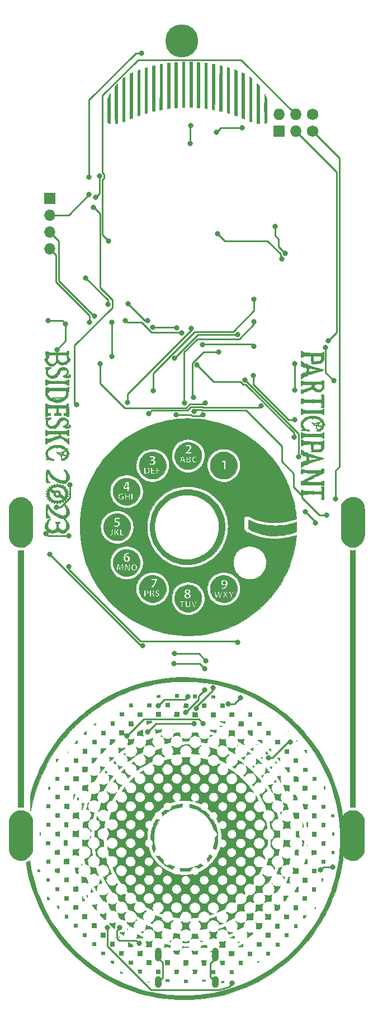
<source format=gbr>
%TF.GenerationSoftware,KiCad,Pcbnew,7.0.1*%
%TF.CreationDate,2023-08-12T00:29:20-05:00*%
%TF.ProjectId,BSidesKC23,42536964-6573-44b4-9332-332e6b696361,1.1*%
%TF.SameCoordinates,Original*%
%TF.FileFunction,Copper,L1,Top*%
%TF.FilePolarity,Positive*%
%FSLAX46Y46*%
G04 Gerber Fmt 4.6, Leading zero omitted, Abs format (unit mm)*
G04 Created by KiCad (PCBNEW 7.0.1) date 2023-08-12 00:29:20*
%MOMM*%
%LPD*%
G01*
G04 APERTURE LIST*
%TA.AperFunction,EtchedComponent*%
%ADD10C,0.010000*%
%TD*%
%TA.AperFunction,ComponentPad*%
%ADD11O,1.727200X1.727200*%
%TD*%
%TA.AperFunction,ComponentPad*%
%ADD12R,1.727200X1.727200*%
%TD*%
%TA.AperFunction,ComponentPad*%
%ADD13C,1.727200*%
%TD*%
%TA.AperFunction,ComponentPad*%
%ADD14C,5.000000*%
%TD*%
%TA.AperFunction,ComponentPad*%
%ADD15R,1.700000X1.700000*%
%TD*%
%TA.AperFunction,ComponentPad*%
%ADD16O,1.700000X1.700000*%
%TD*%
%TA.AperFunction,ComponentPad*%
%ADD17O,1.000000X1.800000*%
%TD*%
%TA.AperFunction,ComponentPad*%
%ADD18O,1.000000X2.100000*%
%TD*%
%TA.AperFunction,ViaPad*%
%ADD19C,0.800000*%
%TD*%
%TA.AperFunction,Conductor*%
%ADD20C,0.250000*%
%TD*%
G04 APERTURE END LIST*
%TO.C,G\u002A\u002A\u002A*%
D10*
X80573080Y-165079810D02*
X80048720Y-165079810D01*
X80048720Y-164534475D01*
X80573080Y-164534475D01*
X80573080Y-165079810D01*
%TA.AperFunction,EtchedComponent*%
G36*
X80573080Y-165079810D02*
G01*
X80048720Y-165079810D01*
X80048720Y-164534475D01*
X80573080Y-164534475D01*
X80573080Y-165079810D01*
G37*
%TD.AperFunction*%
X81999339Y-166506069D02*
X81412056Y-166506069D01*
X81412056Y-165897811D01*
X81999339Y-165897811D01*
X81999339Y-166506069D01*
%TA.AperFunction,EtchedComponent*%
G36*
X81999339Y-166506069D02*
G01*
X81412056Y-166506069D01*
X81412056Y-165897811D01*
X81999339Y-165897811D01*
X81999339Y-166506069D01*
G37*
%TD.AperFunction*%
X83341701Y-170617052D02*
X82838315Y-170617052D01*
X82838315Y-170113666D01*
X83341701Y-170113666D01*
X83341701Y-170617052D01*
%TA.AperFunction,EtchedComponent*%
G36*
X83341701Y-170617052D02*
G01*
X82838315Y-170617052D01*
X82838315Y-170113666D01*
X83341701Y-170113666D01*
X83341701Y-170617052D01*
G37*
%TD.AperFunction*%
X83404624Y-167911354D02*
X82775392Y-167911354D01*
X82775392Y-167261147D01*
X83404624Y-167261147D01*
X83404624Y-167911354D01*
%TA.AperFunction,EtchedComponent*%
G36*
X83404624Y-167911354D02*
G01*
X82775392Y-167911354D01*
X82775392Y-167261147D01*
X83404624Y-167261147D01*
X83404624Y-167911354D01*
G37*
%TD.AperFunction*%
X84809909Y-144294178D02*
X84201651Y-144294178D01*
X84201651Y-143685920D01*
X84809909Y-143685920D01*
X84809909Y-144294178D01*
%TA.AperFunction,EtchedComponent*%
G36*
X84809909Y-144294178D02*
G01*
X84201651Y-144294178D01*
X84201651Y-143685920D01*
X84809909Y-143685920D01*
X84809909Y-144294178D01*
G37*
%TD.AperFunction*%
X84809909Y-169295664D02*
X84138728Y-169295664D01*
X84138728Y-168645458D01*
X84809909Y-168645458D01*
X84809909Y-169295664D01*
%TA.AperFunction,EtchedComponent*%
G36*
X84809909Y-169295664D02*
G01*
X84138728Y-169295664D01*
X84138728Y-168645458D01*
X84809909Y-168645458D01*
X84809909Y-169295664D01*
G37*
%TD.AperFunction*%
X86215194Y-142909868D02*
X85606936Y-142909868D01*
X85606936Y-142301610D01*
X86215194Y-142301610D01*
X86215194Y-142909868D01*
%TA.AperFunction,EtchedComponent*%
G36*
X86215194Y-142909868D02*
G01*
X85606936Y-142909868D01*
X85606936Y-142301610D01*
X86215194Y-142301610D01*
X86215194Y-142909868D01*
G37*
%TD.AperFunction*%
X87494632Y-174769983D02*
X87012221Y-174769983D01*
X87012221Y-174287572D01*
X87494632Y-174287572D01*
X87494632Y-174769983D01*
%TA.AperFunction,EtchedComponent*%
G36*
X87494632Y-174769983D02*
G01*
X87012221Y-174769983D01*
X87012221Y-174287572D01*
X87494632Y-174287572D01*
X87494632Y-174769983D01*
G37*
%TD.AperFunction*%
X87578530Y-172085260D02*
X86928323Y-172085260D01*
X86928323Y-171414079D01*
X87578530Y-171414079D01*
X87578530Y-172085260D01*
%TA.AperFunction,EtchedComponent*%
G36*
X87578530Y-172085260D02*
G01*
X86928323Y-172085260D01*
X86928323Y-171414079D01*
X87578530Y-171414079D01*
X87578530Y-172085260D01*
G37*
%TD.AperFunction*%
X87599504Y-141504583D02*
X86991247Y-141504583D01*
X86991247Y-140917299D01*
X87599504Y-140917299D01*
X87599504Y-141504583D01*
%TA.AperFunction,EtchedComponent*%
G36*
X87599504Y-141504583D02*
G01*
X86991247Y-141504583D01*
X86991247Y-140917299D01*
X87599504Y-140917299D01*
X87599504Y-141504583D01*
G37*
%TD.AperFunction*%
X88962840Y-140120272D02*
X88396531Y-140120272D01*
X88396531Y-139532989D01*
X88962840Y-139532989D01*
X88962840Y-140120272D01*
%TA.AperFunction,EtchedComponent*%
G36*
X88962840Y-140120272D02*
G01*
X88396531Y-140120272D01*
X88396531Y-139532989D01*
X88962840Y-139532989D01*
X88962840Y-140120272D01*
G37*
%TD.AperFunction*%
X90347151Y-138694013D02*
X89801816Y-138694013D01*
X89801816Y-138169653D01*
X90347151Y-138169653D01*
X90347151Y-138694013D01*
%TA.AperFunction,EtchedComponent*%
G36*
X90347151Y-138694013D02*
G01*
X89801816Y-138694013D01*
X89801816Y-138169653D01*
X90347151Y-138169653D01*
X90347151Y-138694013D01*
G37*
%TD.AperFunction*%
X91710487Y-176196242D02*
X91144178Y-176196242D01*
X91144178Y-175650908D01*
X91710487Y-175650908D01*
X91710487Y-176196242D01*
%TA.AperFunction,EtchedComponent*%
G36*
X91710487Y-176196242D02*
G01*
X91144178Y-176196242D01*
X91144178Y-175650908D01*
X91710487Y-175650908D01*
X91710487Y-176196242D01*
G37*
%TD.AperFunction*%
X94500082Y-137309702D02*
X93954748Y-137309702D01*
X93954748Y-136764368D01*
X94500082Y-136764368D01*
X94500082Y-137309702D01*
%TA.AperFunction,EtchedComponent*%
G36*
X94500082Y-137309702D02*
G01*
X93954748Y-137309702D01*
X93954748Y-136764368D01*
X94500082Y-136764368D01*
X94500082Y-137309702D01*
G37*
%TD.AperFunction*%
X98653014Y-135904417D02*
X98149628Y-135904417D01*
X98149628Y-135401032D01*
X98653014Y-135401032D01*
X98653014Y-135904417D01*
%TA.AperFunction,EtchedComponent*%
G36*
X98653014Y-135904417D02*
G01*
X98149628Y-135904417D01*
X98149628Y-135401032D01*
X98653014Y-135401032D01*
X98653014Y-135904417D01*
G37*
%TD.AperFunction*%
X99995375Y-178943889D02*
X99512964Y-178943889D01*
X99512964Y-178503427D01*
X99995375Y-178503427D01*
X99995375Y-178943889D01*
%TA.AperFunction,EtchedComponent*%
G36*
X99995375Y-178943889D02*
G01*
X99512964Y-178943889D01*
X99512964Y-178503427D01*
X99995375Y-178503427D01*
X99995375Y-178943889D01*
G37*
%TD.AperFunction*%
X101421635Y-135946366D02*
X100918249Y-135946366D01*
X100918249Y-135422006D01*
X101421635Y-135422006D01*
X101421635Y-135946366D01*
%TA.AperFunction,EtchedComponent*%
G36*
X101421635Y-135946366D02*
G01*
X100918249Y-135946366D01*
X100918249Y-135422006D01*
X101421635Y-135422006D01*
X101421635Y-135946366D01*
G37*
%TD.AperFunction*%
X109769446Y-138735962D02*
X109245086Y-138735962D01*
X109245086Y-138190627D01*
X109769446Y-138190627D01*
X109769446Y-138735962D01*
%TA.AperFunction,EtchedComponent*%
G36*
X109769446Y-138735962D02*
G01*
X109245086Y-138735962D01*
X109245086Y-138190627D01*
X109769446Y-138190627D01*
X109769446Y-138735962D01*
G37*
%TD.AperFunction*%
X111174731Y-140141247D02*
X110608422Y-140141247D01*
X110608422Y-139574938D01*
X111174731Y-139574938D01*
X111174731Y-140141247D01*
%TA.AperFunction,EtchedComponent*%
G36*
X111174731Y-140141247D02*
G01*
X110608422Y-140141247D01*
X110608422Y-139574938D01*
X111174731Y-139574938D01*
X111174731Y-140141247D01*
G37*
%TD.AperFunction*%
X111174731Y-173490545D02*
X110524525Y-173490545D01*
X110524525Y-172861313D01*
X111174731Y-172861313D01*
X111174731Y-173490545D01*
%TA.AperFunction,EtchedComponent*%
G36*
X111174731Y-173490545D02*
G01*
X110524525Y-173490545D01*
X110524525Y-172861313D01*
X111174731Y-172861313D01*
X111174731Y-173490545D01*
G37*
%TD.AperFunction*%
X112580016Y-141546531D02*
X111971759Y-141546531D01*
X111971759Y-140938274D01*
X112580016Y-140938274D01*
X112580016Y-141546531D01*
%TA.AperFunction,EtchedComponent*%
G36*
X112580016Y-141546531D02*
G01*
X111971759Y-141546531D01*
X111971759Y-140938274D01*
X112580016Y-140938274D01*
X112580016Y-141546531D01*
G37*
%TD.AperFunction*%
X113901403Y-173427621D02*
X113398018Y-173427621D01*
X113398018Y-172924236D01*
X113901403Y-172924236D01*
X113901403Y-173427621D01*
%TA.AperFunction,EtchedComponent*%
G36*
X113901403Y-173427621D02*
G01*
X113398018Y-173427621D01*
X113398018Y-172924236D01*
X113901403Y-172924236D01*
X113901403Y-173427621D01*
G37*
%TD.AperFunction*%
X113964327Y-170721924D02*
X113293146Y-170721924D01*
X113293146Y-170071717D01*
X113964327Y-170071717D01*
X113964327Y-170721924D01*
%TA.AperFunction,EtchedComponent*%
G36*
X113964327Y-170721924D02*
G01*
X113293146Y-170721924D01*
X113293146Y-170071717D01*
X113964327Y-170071717D01*
X113964327Y-170721924D01*
G37*
%TD.AperFunction*%
X115285714Y-141032659D02*
X115275227Y-141043146D01*
X115264740Y-141032659D01*
X115275227Y-141022171D01*
X115285714Y-141032659D01*
%TA.AperFunction,EtchedComponent*%
G36*
X115285714Y-141032659D02*
G01*
X115275227Y-141043146D01*
X115264740Y-141032659D01*
X115275227Y-141022171D01*
X115285714Y-141032659D01*
G37*
%TD.AperFunction*%
X115285714Y-172043311D02*
X114761354Y-172043311D01*
X114761354Y-171539925D01*
X115285714Y-171539925D01*
X115285714Y-172043311D01*
%TA.AperFunction,EtchedComponent*%
G36*
X115285714Y-172043311D02*
G01*
X114761354Y-172043311D01*
X114761354Y-171539925D01*
X115285714Y-171539925D01*
X115285714Y-172043311D01*
G37*
%TD.AperFunction*%
X115369612Y-144315152D02*
X114761354Y-144315152D01*
X114761354Y-143727869D01*
X115369612Y-143727869D01*
X115369612Y-144315152D01*
%TA.AperFunction,EtchedComponent*%
G36*
X115369612Y-144315152D02*
G01*
X114761354Y-144315152D01*
X114761354Y-143727869D01*
X115369612Y-143727869D01*
X115369612Y-144315152D01*
G37*
%TD.AperFunction*%
X116670024Y-170659000D02*
X116166639Y-170659000D01*
X116166639Y-170155615D01*
X116670024Y-170155615D01*
X116670024Y-170659000D01*
%TA.AperFunction,EtchedComponent*%
G36*
X116670024Y-170659000D02*
G01*
X116166639Y-170659000D01*
X116166639Y-170155615D01*
X116670024Y-170155615D01*
X116670024Y-170659000D01*
G37*
%TD.AperFunction*%
X116732948Y-145699463D02*
X116145664Y-145699463D01*
X116145664Y-145112180D01*
X116732948Y-145112180D01*
X116732948Y-145699463D01*
%TA.AperFunction,EtchedComponent*%
G36*
X116732948Y-145699463D02*
G01*
X116145664Y-145699463D01*
X116145664Y-145112180D01*
X116732948Y-145112180D01*
X116732948Y-145699463D01*
G37*
%TD.AperFunction*%
X118096284Y-166527043D02*
X117509000Y-166527043D01*
X117509000Y-165939760D01*
X118096284Y-165939760D01*
X118096284Y-166527043D01*
%TA.AperFunction,EtchedComponent*%
G36*
X118096284Y-166527043D02*
G01*
X117509000Y-166527043D01*
X117509000Y-165939760D01*
X118096284Y-165939760D01*
X118096284Y-166527043D01*
G37*
%TD.AperFunction*%
X118117258Y-147083773D02*
X117571924Y-147083773D01*
X117571924Y-146517465D01*
X118117258Y-146517465D01*
X118117258Y-147083773D01*
%TA.AperFunction,EtchedComponent*%
G36*
X118117258Y-147083773D02*
G01*
X117571924Y-147083773D01*
X117571924Y-146517465D01*
X118117258Y-146517465D01*
X118117258Y-147083773D01*
G37*
%TD.AperFunction*%
X119459620Y-165121759D02*
X118914285Y-165121759D01*
X118914285Y-164576424D01*
X119459620Y-164576424D01*
X119459620Y-165121759D01*
%TA.AperFunction,EtchedComponent*%
G36*
X119459620Y-165121759D02*
G01*
X118914285Y-165121759D01*
X118914285Y-164576424D01*
X119459620Y-164576424D01*
X119459620Y-165121759D01*
G37*
%TD.AperFunction*%
X120843930Y-160947853D02*
X120319570Y-160947853D01*
X120319570Y-160423493D01*
X120843930Y-160423493D01*
X120843930Y-160947853D01*
%TA.AperFunction,EtchedComponent*%
G36*
X120843930Y-160947853D02*
G01*
X120319570Y-160947853D01*
X120319570Y-160423493D01*
X120843930Y-160423493D01*
X120843930Y-160947853D01*
G37*
%TD.AperFunction*%
X122228241Y-156731998D02*
X121997522Y-156731998D01*
X121997522Y-156312510D01*
X122228241Y-156312510D01*
X122228241Y-156731998D01*
%TA.AperFunction,EtchedComponent*%
G36*
X122228241Y-156731998D02*
G01*
X121997522Y-156731998D01*
X121997522Y-156312510D01*
X122228241Y-156312510D01*
X122228241Y-156731998D01*
G37*
%TD.AperFunction*%
X78921346Y-163196670D02*
X79157308Y-163202601D01*
X79157308Y-163643063D01*
X78921346Y-163648994D01*
X78685384Y-163654924D01*
X78685384Y-163190740D01*
X78921346Y-163196670D01*
%TA.AperFunction,EtchedComponent*%
G36*
X78921346Y-163196670D02*
G01*
X79157308Y-163202601D01*
X79157308Y-163643063D01*
X78921346Y-163648994D01*
X78685384Y-163654924D01*
X78685384Y-163190740D01*
X78921346Y-163196670D01*
G37*
%TD.AperFunction*%
X81731915Y-146480151D02*
X82009826Y-146486003D01*
X82009826Y-147031337D01*
X81731915Y-147037190D01*
X81454005Y-147043042D01*
X81454005Y-146474298D01*
X81731915Y-146480151D01*
%TA.AperFunction,EtchedComponent*%
G36*
X81731915Y-146480151D02*
G01*
X82009826Y-146486003D01*
X82009826Y-147031337D01*
X81731915Y-147037190D01*
X81454005Y-147043042D01*
X81454005Y-146474298D01*
X81731915Y-146480151D01*
G37*
%TD.AperFunction*%
X83420931Y-145369116D02*
X83415111Y-145668001D01*
X83126713Y-145673837D01*
X82838315Y-145679672D01*
X82838315Y-145070231D01*
X83426750Y-145070231D01*
X83420931Y-145369116D01*
%TA.AperFunction,EtchedComponent*%
G36*
X83420931Y-145369116D02*
G01*
X83415111Y-145668001D01*
X83126713Y-145673837D01*
X82838315Y-145679672D01*
X82838315Y-145070231D01*
X83426750Y-145070231D01*
X83420931Y-145369116D01*
G37*
%TD.AperFunction*%
X84479562Y-171502575D02*
X84736498Y-171508464D01*
X84736498Y-172011849D01*
X84479562Y-172017739D01*
X84222626Y-172023628D01*
X84222626Y-171496685D01*
X84479562Y-171502575D01*
%TA.AperFunction,EtchedComponent*%
G36*
X84479562Y-171502575D02*
G01*
X84736498Y-171508464D01*
X84736498Y-172011849D01*
X84479562Y-172017739D01*
X84222626Y-172023628D01*
X84222626Y-171496685D01*
X84479562Y-171502575D01*
G37*
%TD.AperFunction*%
X86126718Y-173139223D02*
X86132627Y-173385673D01*
X85605605Y-173385673D01*
X85611514Y-173139223D01*
X85617423Y-172892774D01*
X86120809Y-172892774D01*
X86126718Y-173139223D01*
%TA.AperFunction,EtchedComponent*%
G36*
X86126718Y-173139223D02*
G01*
X86132627Y-173385673D01*
X85605605Y-173385673D01*
X85611514Y-173139223D01*
X85617423Y-172892774D01*
X86120809Y-172892774D01*
X86126718Y-173139223D01*
G37*
%TD.AperFunction*%
X109785753Y-174565483D02*
X109779934Y-174864368D01*
X109470561Y-174870172D01*
X109161189Y-174875977D01*
X109161189Y-174266597D01*
X109791573Y-174266597D01*
X109785753Y-174565483D01*
%TA.AperFunction,EtchedComponent*%
G36*
X109785753Y-174565483D02*
G01*
X109779934Y-174864368D01*
X109470561Y-174870172D01*
X109161189Y-174875977D01*
X109161189Y-174266597D01*
X109791573Y-174266597D01*
X109785753Y-174565483D01*
G37*
%TD.AperFunction*%
X113974814Y-142920355D02*
X113664862Y-142926162D01*
X113354910Y-142931970D01*
X113360733Y-142632521D01*
X113366556Y-142333071D01*
X113974814Y-142333071D01*
X113974814Y-142920355D01*
%TA.AperFunction,EtchedComponent*%
G36*
X113974814Y-142920355D02*
G01*
X113664862Y-142926162D01*
X113354910Y-142931970D01*
X113360733Y-142632521D01*
X113366556Y-142333071D01*
X113974814Y-142333071D01*
X113974814Y-142920355D01*
G37*
%TD.AperFunction*%
X81936416Y-169211767D02*
X81454005Y-169211767D01*
X81454005Y-168756396D01*
X81595582Y-168743025D01*
X81687547Y-168735805D01*
X81779761Y-168730890D01*
X81836787Y-168729505D01*
X81936416Y-168729356D01*
X81936416Y-169211767D01*
%TA.AperFunction,EtchedComponent*%
G36*
X81936416Y-169211767D02*
G01*
X81454005Y-169211767D01*
X81454005Y-168756396D01*
X81595582Y-168743025D01*
X81687547Y-168735805D01*
X81779761Y-168730890D01*
X81836787Y-168729505D01*
X81936416Y-168729356D01*
X81936416Y-169211767D01*
G37*
%TD.AperFunction*%
X86110322Y-140036375D02*
X85958257Y-140035522D01*
X85806193Y-140034670D01*
X85879603Y-139971055D01*
X85945093Y-139915479D01*
X86015867Y-139857064D01*
X86031668Y-139844298D01*
X86110322Y-139781157D01*
X86110322Y-140036375D01*
%TA.AperFunction,EtchedComponent*%
G36*
X86110322Y-140036375D02*
G01*
X85958257Y-140035522D01*
X85806193Y-140034670D01*
X85879603Y-139971055D01*
X85945093Y-139915479D01*
X86015867Y-139857064D01*
X86031668Y-139844298D01*
X86110322Y-139781157D01*
X86110322Y-140036375D01*
G37*
%TD.AperFunction*%
X93144156Y-138288177D02*
X93151228Y-138393061D01*
X93156136Y-138506379D01*
X93157721Y-138592305D01*
X93157721Y-138735962D01*
X92528488Y-138735962D01*
X92528488Y-138127704D01*
X93130591Y-138127704D01*
X93144156Y-138288177D01*
%TA.AperFunction,EtchedComponent*%
G36*
X93144156Y-138288177D02*
G01*
X93151228Y-138393061D01*
X93156136Y-138506379D01*
X93157721Y-138592305D01*
X93157721Y-138735962D01*
X92528488Y-138735962D01*
X92528488Y-138127704D01*
X93130591Y-138127704D01*
X93144156Y-138288177D01*
G37*
%TD.AperFunction*%
X97310652Y-137330677D02*
X96696328Y-137330677D01*
X96709699Y-137189100D01*
X96716908Y-137089048D01*
X96721822Y-136975559D01*
X96723220Y-136895458D01*
X96723369Y-136743394D01*
X97310652Y-136743394D01*
X97310652Y-137330677D01*
%TA.AperFunction,EtchedComponent*%
G36*
X97310652Y-137330677D02*
G01*
X96696328Y-137330677D01*
X96709699Y-137189100D01*
X96716908Y-137089048D01*
X96721822Y-136975559D01*
X96723220Y-136895458D01*
X96723369Y-136743394D01*
X97310652Y-136743394D01*
X97310652Y-137330677D01*
G37*
%TD.AperFunction*%
X97918910Y-140680504D02*
X97952912Y-140697105D01*
X97960858Y-140710002D01*
X97943270Y-140725062D01*
X97918910Y-140728530D01*
X97884895Y-140716243D01*
X97876961Y-140699032D01*
X97892378Y-140678422D01*
X97918910Y-140680504D01*
%TA.AperFunction,EtchedComponent*%
G36*
X97918910Y-140680504D02*
G01*
X97952912Y-140697105D01*
X97960858Y-140710002D01*
X97943270Y-140725062D01*
X97918910Y-140728530D01*
X97884895Y-140716243D01*
X97876961Y-140699032D01*
X97892378Y-140678422D01*
X97918910Y-140680504D01*
G37*
%TD.AperFunction*%
X107378075Y-169668921D02*
X107385950Y-169683691D01*
X107385571Y-169711567D01*
X107362880Y-169711028D01*
X107350399Y-169701169D01*
X107336885Y-169672235D01*
X107349016Y-169653092D01*
X107355146Y-169652229D01*
X107378075Y-169668921D01*
%TA.AperFunction,EtchedComponent*%
G36*
X107378075Y-169668921D02*
G01*
X107385950Y-169683691D01*
X107385571Y-169711567D01*
X107362880Y-169711028D01*
X107350399Y-169701169D01*
X107336885Y-169672235D01*
X107349016Y-169653092D01*
X107355146Y-169652229D01*
X107378075Y-169668921D01*
G37*
%TD.AperFunction*%
X107636953Y-143118118D02*
X107648532Y-143143805D01*
X107629882Y-143162113D01*
X107587432Y-143180931D01*
X107568697Y-143167053D01*
X107567134Y-143152311D01*
X107581479Y-143115292D01*
X107613454Y-143105246D01*
X107636953Y-143118118D01*
%TA.AperFunction,EtchedComponent*%
G36*
X107636953Y-143118118D02*
G01*
X107648532Y-143143805D01*
X107629882Y-143162113D01*
X107587432Y-143180931D01*
X107568697Y-143167053D01*
X107567134Y-143152311D01*
X107581479Y-143115292D01*
X107613454Y-143105246D01*
X107636953Y-143118118D01*
G37*
%TD.AperFunction*%
X108469033Y-140204170D02*
X107776878Y-140204170D01*
X107777004Y-140031131D01*
X107778974Y-139918209D01*
X107784001Y-139791840D01*
X107790600Y-139685053D01*
X107804070Y-139512014D01*
X108469033Y-139512014D01*
X108469033Y-140204170D01*
%TA.AperFunction,EtchedComponent*%
G36*
X108469033Y-140204170D02*
G01*
X107776878Y-140204170D01*
X107777004Y-140031131D01*
X107778974Y-139918209D01*
X107784001Y-139791840D01*
X107790600Y-139685053D01*
X107804070Y-139512014D01*
X108469033Y-139512014D01*
X108469033Y-140204170D01*
G37*
%TD.AperFunction*%
X114871469Y-168682258D02*
X114979699Y-168686763D01*
X115096710Y-168693129D01*
X115196573Y-168699934D01*
X115348637Y-168711960D01*
X115348637Y-169337613D01*
X114698431Y-169337613D01*
X114698431Y-168676609D01*
X114871469Y-168682258D01*
%TA.AperFunction,EtchedComponent*%
G36*
X114871469Y-168682258D02*
G01*
X114979699Y-168686763D01*
X115096710Y-168693129D01*
X115196573Y-168699934D01*
X115348637Y-168711960D01*
X115348637Y-169337613D01*
X114698431Y-169337613D01*
X114698431Y-168676609D01*
X114871469Y-168682258D01*
G37*
%TD.AperFunction*%
X114886591Y-141436646D02*
X114887200Y-141441659D01*
X114871239Y-141462024D01*
X114866226Y-141462634D01*
X114845861Y-141446673D01*
X114845251Y-141441659D01*
X114861212Y-141421295D01*
X114866226Y-141420685D01*
X114886591Y-141436646D01*
%TA.AperFunction,EtchedComponent*%
G36*
X114886591Y-141436646D02*
G01*
X114887200Y-141441659D01*
X114871239Y-141462024D01*
X114866226Y-141462634D01*
X114845861Y-141446673D01*
X114845251Y-141441659D01*
X114861212Y-141421295D01*
X114866226Y-141420685D01*
X114886591Y-141436646D01*
G37*
%TD.AperFunction*%
X116362976Y-167305134D02*
X116481513Y-167310435D01*
X116572475Y-167316661D01*
X116732948Y-167330226D01*
X116732948Y-167932328D01*
X116103716Y-167932328D01*
X116103716Y-167303096D01*
X116257859Y-167303096D01*
X116362976Y-167305134D01*
%TA.AperFunction,EtchedComponent*%
G36*
X116362976Y-167305134D02*
G01*
X116481513Y-167310435D01*
X116572475Y-167316661D01*
X116732948Y-167330226D01*
X116732948Y-167932328D01*
X116103716Y-167932328D01*
X116103716Y-167303096D01*
X116257859Y-167303096D01*
X116362976Y-167305134D01*
G37*
%TD.AperFunction*%
X118173665Y-158163501D02*
X118176927Y-158216697D01*
X118173665Y-158236911D01*
X118167586Y-158243439D01*
X118164276Y-158214437D01*
X118164073Y-158200206D01*
X118166260Y-158162047D01*
X118171704Y-158157550D01*
X118173665Y-158163501D01*
%TA.AperFunction,EtchedComponent*%
G36*
X118173665Y-158163501D02*
G01*
X118176927Y-158216697D01*
X118173665Y-158236911D01*
X118167586Y-158243439D01*
X118164276Y-158214437D01*
X118164073Y-158200206D01*
X118166260Y-158162047D01*
X118171704Y-158157550D01*
X118173665Y-158163501D01*
G37*
%TD.AperFunction*%
X120429686Y-157620275D02*
X120507860Y-157628328D01*
X120606341Y-157637662D01*
X120702353Y-157646130D01*
X120864905Y-157659800D01*
X120864905Y-158179232D01*
X120319570Y-158179232D01*
X120319570Y-157608089D01*
X120429686Y-157620275D01*
%TA.AperFunction,EtchedComponent*%
G36*
X120429686Y-157620275D02*
G01*
X120507860Y-157628328D01*
X120606341Y-157637662D01*
X120702353Y-157646130D01*
X120864905Y-157659800D01*
X120864905Y-158179232D01*
X120319570Y-158179232D01*
X120319570Y-157608089D01*
X120429686Y-157620275D01*
G37*
%TD.AperFunction*%
X122186292Y-159500619D02*
X121867740Y-159500619D01*
X121880916Y-159390503D01*
X121891464Y-159302022D01*
X121902341Y-159210299D01*
X121905827Y-159180759D01*
X121917561Y-159081131D01*
X122186292Y-159081131D01*
X122186292Y-159500619D01*
%TA.AperFunction,EtchedComponent*%
G36*
X122186292Y-159500619D02*
G01*
X121867740Y-159500619D01*
X121880916Y-159390503D01*
X121891464Y-159302022D01*
X121902341Y-159210299D01*
X121905827Y-159180759D01*
X121917561Y-159081131D01*
X122186292Y-159081131D01*
X122186292Y-159500619D01*
G37*
%TD.AperFunction*%
X79188769Y-158137283D02*
X78994756Y-158133757D01*
X78898059Y-158131254D01*
X78807866Y-158127627D01*
X78739127Y-158123520D01*
X78722089Y-158122004D01*
X78643435Y-158113776D01*
X78643435Y-157591948D01*
X79188769Y-157591948D01*
X79188769Y-158137283D01*
%TA.AperFunction,EtchedComponent*%
G36*
X79188769Y-158137283D02*
G01*
X78994756Y-158133757D01*
X78898059Y-158131254D01*
X78807866Y-158127627D01*
X78739127Y-158123520D01*
X78722089Y-158122004D01*
X78643435Y-158113776D01*
X78643435Y-157591948D01*
X79188769Y-157591948D01*
X79188769Y-158137283D01*
G37*
%TD.AperFunction*%
X79188769Y-160905904D02*
X78664409Y-160905904D01*
X78664409Y-160402518D01*
X78734597Y-160402518D01*
X78787441Y-160401027D01*
X78867780Y-160397049D01*
X78961288Y-160391329D01*
X78996777Y-160388890D01*
X79188769Y-160375262D01*
X79188769Y-160905904D01*
%TA.AperFunction,EtchedComponent*%
G36*
X79188769Y-160905904D02*
G01*
X78664409Y-160905904D01*
X78664409Y-160402518D01*
X78734597Y-160402518D01*
X78787441Y-160401027D01*
X78867780Y-160397049D01*
X78961288Y-160391329D01*
X78996777Y-160388890D01*
X79188769Y-160375262D01*
X79188769Y-160905904D01*
G37*
%TD.AperFunction*%
X79209744Y-152579067D02*
X79120602Y-152574846D01*
X79054305Y-152571780D01*
X78965051Y-152567747D01*
X78871794Y-152563603D01*
X78868910Y-152563476D01*
X78706358Y-152556328D01*
X78706358Y-152054706D01*
X79209744Y-152054706D01*
X79209744Y-152579067D01*
%TA.AperFunction,EtchedComponent*%
G36*
X79209744Y-152579067D02*
G01*
X79120602Y-152574846D01*
X79054305Y-152571780D01*
X78965051Y-152567747D01*
X78871794Y-152563603D01*
X78868910Y-152563476D01*
X78706358Y-152556328D01*
X78706358Y-152054706D01*
X79209744Y-152054706D01*
X79209744Y-152579067D01*
G37*
%TD.AperFunction*%
X80594054Y-148405161D02*
X80090668Y-148405161D01*
X80090668Y-147901775D01*
X80263707Y-147901544D01*
X80356571Y-147899824D01*
X80443595Y-147895490D01*
X80508099Y-147889417D01*
X80515400Y-147888313D01*
X80594054Y-147875312D01*
X80594054Y-148405161D01*
%TA.AperFunction,EtchedComponent*%
G36*
X80594054Y-148405161D02*
G01*
X80090668Y-148405161D01*
X80090668Y-147901775D01*
X80263707Y-147901544D01*
X80356571Y-147899824D01*
X80443595Y-147895490D01*
X80508099Y-147889417D01*
X80515400Y-147888313D01*
X80594054Y-147875312D01*
X80594054Y-148405161D01*
G37*
%TD.AperFunction*%
X90339898Y-174397687D02*
X90333195Y-174500989D01*
X90328330Y-174608668D01*
X90326310Y-174698215D01*
X90326302Y-174701816D01*
X90326176Y-174832906D01*
X89717919Y-174832906D01*
X89717919Y-174224649D01*
X90353368Y-174224649D01*
X90339898Y-174397687D01*
%TA.AperFunction,EtchedComponent*%
G36*
X90339898Y-174397687D02*
G01*
X90333195Y-174500989D01*
X90328330Y-174608668D01*
X90326310Y-174698215D01*
X90326302Y-174701816D01*
X90326176Y-174832906D01*
X89717919Y-174832906D01*
X89717919Y-174224649D01*
X90353368Y-174224649D01*
X90339898Y-174397687D01*
G37*
%TD.AperFunction*%
X91689512Y-136887050D02*
X91691330Y-136948793D01*
X91696103Y-137034190D01*
X91702815Y-137125134D01*
X91703077Y-137128255D01*
X91716642Y-137288728D01*
X91207101Y-137288728D01*
X91207101Y-136806317D01*
X91689512Y-136806317D01*
X91689512Y-136887050D01*
%TA.AperFunction,EtchedComponent*%
G36*
X91689512Y-136887050D02*
G01*
X91691330Y-136948793D01*
X91696103Y-137034190D01*
X91702815Y-137125134D01*
X91703077Y-137128255D01*
X91716642Y-137288728D01*
X91207101Y-137288728D01*
X91207101Y-136806317D01*
X91689512Y-136806317D01*
X91689512Y-136887050D01*
G37*
%TD.AperFunction*%
X91780756Y-139662057D02*
X91787252Y-139772326D01*
X91792066Y-139889775D01*
X91794319Y-139992067D01*
X91794384Y-140008135D01*
X91794384Y-140162221D01*
X91123204Y-140162221D01*
X91123204Y-139470066D01*
X91767129Y-139470066D01*
X91780756Y-139662057D01*
%TA.AperFunction,EtchedComponent*%
G36*
X91780756Y-139662057D02*
G01*
X91787252Y-139772326D01*
X91792066Y-139889775D01*
X91794319Y-139992067D01*
X91794384Y-140008135D01*
X91794384Y-140162221D01*
X91123204Y-140162221D01*
X91123204Y-139470066D01*
X91767129Y-139470066D01*
X91780756Y-139662057D01*
G37*
%TD.AperFunction*%
X94513757Y-175832453D02*
X94507939Y-175936245D01*
X94503352Y-176034656D01*
X94500601Y-176113772D01*
X94500082Y-176147069D01*
X94500082Y-176238191D01*
X93870850Y-176238191D01*
X93870850Y-175608959D01*
X94527431Y-175608959D01*
X94513757Y-175832453D01*
%TA.AperFunction,EtchedComponent*%
G36*
X94513757Y-175832453D02*
G01*
X94507939Y-175936245D01*
X94503352Y-176034656D01*
X94500601Y-176113772D01*
X94500082Y-176147069D01*
X94500082Y-176238191D01*
X93870850Y-176238191D01*
X93870850Y-175608959D01*
X94527431Y-175608959D01*
X94513757Y-175832453D01*
G37*
%TD.AperFunction*%
X95863418Y-177580553D02*
X95318084Y-177580553D01*
X95318084Y-177405198D01*
X95316414Y-177308331D01*
X95312006Y-177213939D01*
X95305757Y-177140413D01*
X95304746Y-177132531D01*
X95291408Y-177035218D01*
X95863418Y-177035218D01*
X95863418Y-177580553D01*
%TA.AperFunction,EtchedComponent*%
G36*
X95863418Y-177580553D02*
G01*
X95318084Y-177580553D01*
X95318084Y-177405198D01*
X95316414Y-177308331D01*
X95312006Y-177213939D01*
X95305757Y-177140413D01*
X95304746Y-177132531D01*
X95291408Y-177035218D01*
X95863418Y-177035218D01*
X95863418Y-177580553D01*
G37*
%TD.AperFunction*%
X97322139Y-175761024D02*
X97314747Y-175871200D01*
X97306570Y-175987964D01*
X97299146Y-176089435D01*
X97297801Y-176107101D01*
X97286099Y-176259166D01*
X96639471Y-176259166D01*
X96639471Y-175567010D01*
X97334776Y-175567010D01*
X97322139Y-175761024D01*
%TA.AperFunction,EtchedComponent*%
G36*
X97322139Y-175761024D02*
G01*
X97314747Y-175871200D01*
X97306570Y-175987964D01*
X97299146Y-176089435D01*
X97297801Y-176107101D01*
X97286099Y-176259166D01*
X96639471Y-176259166D01*
X96639471Y-175567010D01*
X97334776Y-175567010D01*
X97322139Y-175761024D01*
G37*
%TD.AperFunction*%
X98757886Y-138777910D02*
X98025758Y-138777910D01*
X98034973Y-138678282D01*
X98039840Y-138616298D01*
X98045880Y-138525638D01*
X98052250Y-138419529D01*
X98057028Y-138332204D01*
X98069869Y-138085755D01*
X98757886Y-138085755D01*
X98757886Y-138777910D01*
%TA.AperFunction,EtchedComponent*%
G36*
X98757886Y-138777910D02*
G01*
X98025758Y-138777910D01*
X98034973Y-138678282D01*
X98039840Y-138616298D01*
X98045880Y-138525638D01*
X98052250Y-138419529D01*
X98057028Y-138332204D01*
X98069869Y-138085755D01*
X98757886Y-138085755D01*
X98757886Y-138777910D01*
G37*
%TD.AperFunction*%
X99638811Y-46742237D02*
X99240297Y-46742237D01*
X99240297Y-39888501D01*
X99287489Y-39875854D01*
X99331719Y-39869480D01*
X99402682Y-39864841D01*
X99485172Y-39862924D01*
X99486746Y-39862920D01*
X99638811Y-39862634D01*
X99638811Y-46742237D01*
%TA.AperFunction,EtchedComponent*%
G36*
X99638811Y-46742237D02*
G01*
X99240297Y-46742237D01*
X99240297Y-39888501D01*
X99287489Y-39875854D01*
X99331719Y-39869480D01*
X99402682Y-39864841D01*
X99485172Y-39862924D01*
X99486746Y-39862920D01*
X99638811Y-39862634D01*
X99638811Y-46742237D01*
G37*
%TD.AperFunction*%
X100524979Y-39862920D02*
X100607540Y-39864776D01*
X100678863Y-39869373D01*
X100723740Y-39875723D01*
X100724236Y-39875854D01*
X100771428Y-39888501D01*
X100771428Y-46742237D01*
X100372915Y-46742237D01*
X100372915Y-39862634D01*
X100524979Y-39862920D01*
%TA.AperFunction,EtchedComponent*%
G36*
X100524979Y-39862920D02*
G01*
X100607540Y-39864776D01*
X100678863Y-39869373D01*
X100723740Y-39875723D01*
X100724236Y-39875854D01*
X100771428Y-39888501D01*
X100771428Y-46742237D01*
X100372915Y-46742237D01*
X100372915Y-39862634D01*
X100524979Y-39862920D01*
G37*
%TD.AperFunction*%
X107042774Y-138777910D02*
X106413542Y-138777910D01*
X106413542Y-138686788D01*
X106414849Y-138626658D01*
X106418368Y-138538590D01*
X106423492Y-138436502D01*
X106427217Y-138372172D01*
X106440891Y-138148678D01*
X107042774Y-138148678D01*
X107042774Y-138777910D01*
%TA.AperFunction,EtchedComponent*%
G36*
X107042774Y-138777910D02*
G01*
X106413542Y-138777910D01*
X106413542Y-138686788D01*
X106414849Y-138626658D01*
X106418368Y-138538590D01*
X106423492Y-138436502D01*
X106427217Y-138372172D01*
X106440891Y-138148678D01*
X107042774Y-138148678D01*
X107042774Y-138777910D01*
G37*
%TD.AperFunction*%
X108364161Y-176238191D02*
X107825109Y-176238191D01*
X107811481Y-176046199D01*
X107805226Y-175947845D01*
X107800483Y-175853786D01*
X107798029Y-175780126D01*
X107797853Y-175763045D01*
X107797853Y-175671882D01*
X108364161Y-175671882D01*
X108364161Y-176238191D01*
%TA.AperFunction,EtchedComponent*%
G36*
X108364161Y-176238191D02*
G01*
X107825109Y-176238191D01*
X107811481Y-176046199D01*
X107805226Y-175947845D01*
X107800483Y-175853786D01*
X107798029Y-175780126D01*
X107797853Y-175763045D01*
X107797853Y-175671882D01*
X108364161Y-175671882D01*
X108364161Y-176238191D01*
G37*
%TD.AperFunction*%
X112852490Y-164003217D02*
X112866544Y-164021669D01*
X112891919Y-164068181D01*
X112887536Y-164091733D01*
X112856178Y-164087306D01*
X112836242Y-164076284D01*
X112819730Y-164044201D01*
X112823885Y-164021226D01*
X112837011Y-163995057D01*
X112852490Y-164003217D01*
%TA.AperFunction,EtchedComponent*%
G36*
X112852490Y-164003217D02*
G01*
X112866544Y-164021669D01*
X112891919Y-164068181D01*
X112887536Y-164091733D01*
X112856178Y-164087306D01*
X112836242Y-164076284D01*
X112819730Y-164044201D01*
X112823885Y-164021226D01*
X112837011Y-163995057D01*
X112852490Y-164003217D01*
G37*
%TD.AperFunction*%
X117671552Y-163115431D02*
X117778967Y-163121601D01*
X117888306Y-163126326D01*
X117981068Y-163128854D01*
X118007142Y-163129082D01*
X118138232Y-163129190D01*
X118138232Y-163800371D01*
X117467052Y-163800371D01*
X117467052Y-163101889D01*
X117671552Y-163115431D01*
%TA.AperFunction,EtchedComponent*%
G36*
X117671552Y-163115431D02*
G01*
X117778967Y-163121601D01*
X117888306Y-163126326D01*
X117981068Y-163128854D01*
X118007142Y-163129082D01*
X118138232Y-163129190D01*
X118138232Y-163800371D01*
X117467052Y-163800371D01*
X117467052Y-163101889D01*
X117671552Y-163115431D01*
G37*
%TD.AperFunction*%
X119059976Y-156187985D02*
X119152253Y-156191540D01*
X119257122Y-156196713D01*
X119320023Y-156200338D01*
X119543517Y-156214013D01*
X119543517Y-156836870D01*
X118893311Y-156836870D01*
X118893311Y-156186664D01*
X118994920Y-156186664D01*
X119059976Y-156187985D01*
%TA.AperFunction,EtchedComponent*%
G36*
X119059976Y-156187985D02*
G01*
X119152253Y-156191540D01*
X119257122Y-156196713D01*
X119320023Y-156200338D01*
X119543517Y-156214013D01*
X119543517Y-156836870D01*
X118893311Y-156836870D01*
X118893311Y-156186664D01*
X118994920Y-156186664D01*
X119059976Y-156187985D01*
G37*
%TD.AperFunction*%
X119414420Y-167605386D02*
X119417623Y-167675895D01*
X119417671Y-167689885D01*
X119417671Y-167827456D01*
X119249272Y-167827456D01*
X119312028Y-167703138D01*
X119355652Y-167621157D01*
X119385729Y-167577729D01*
X119404553Y-167572569D01*
X119414420Y-167605386D01*
%TA.AperFunction,EtchedComponent*%
G36*
X119414420Y-167605386D02*
G01*
X119417623Y-167675895D01*
X119417671Y-167689885D01*
X119417671Y-167827456D01*
X119249272Y-167827456D01*
X119312028Y-167703138D01*
X119355652Y-167621157D01*
X119385729Y-167577729D01*
X119404553Y-167572569D01*
X119414420Y-167605386D01*
G37*
%TD.AperFunction*%
X119522543Y-151230423D02*
X119330551Y-151244051D01*
X119230330Y-151250344D01*
X119132595Y-151255099D01*
X119054390Y-151257524D01*
X119036910Y-151257679D01*
X118935260Y-151257679D01*
X118935260Y-150670396D01*
X119522543Y-150670396D01*
X119522543Y-151230423D01*
%TA.AperFunction,EtchedComponent*%
G36*
X119522543Y-151230423D02*
G01*
X119330551Y-151244051D01*
X119230330Y-151250344D01*
X119132595Y-151255099D01*
X119054390Y-151257524D01*
X119036910Y-151257679D01*
X118935260Y-151257679D01*
X118935260Y-150670396D01*
X119522543Y-150670396D01*
X119522543Y-151230423D01*
G37*
%TD.AperFunction*%
X79220231Y-155358175D02*
X78963294Y-155364064D01*
X78706358Y-155369953D01*
X78706358Y-154849065D01*
X78795499Y-154836719D01*
X78861071Y-154830148D01*
X78950236Y-154824410D01*
X79044641Y-154820665D01*
X79052436Y-154820473D01*
X79220231Y-154816574D01*
X79220231Y-155358175D01*
%TA.AperFunction,EtchedComponent*%
G36*
X79220231Y-155358175D02*
G01*
X78963294Y-155364064D01*
X78706358Y-155369953D01*
X78706358Y-154849065D01*
X78795499Y-154836719D01*
X78861071Y-154830148D01*
X78950236Y-154824410D01*
X79044641Y-154820665D01*
X79052436Y-154820473D01*
X79220231Y-154816574D01*
X79220231Y-155358175D01*
G37*
%TD.AperFunction*%
X81952786Y-144102397D02*
X81957390Y-144136870D01*
X81948831Y-144176663D01*
X81914984Y-144189049D01*
X81904471Y-144189306D01*
X81868861Y-144186944D01*
X81864754Y-144172194D01*
X81885909Y-144136870D01*
X81916008Y-144099460D01*
X81938828Y-144084434D01*
X81952786Y-144102397D01*
%TA.AperFunction,EtchedComponent*%
G36*
X81952786Y-144102397D02*
G01*
X81957390Y-144136870D01*
X81948831Y-144176663D01*
X81914984Y-144189049D01*
X81904471Y-144189306D01*
X81868861Y-144186944D01*
X81864754Y-144172194D01*
X81885909Y-144136870D01*
X81916008Y-144099460D01*
X81938828Y-144084434D01*
X81952786Y-144102397D01*
G37*
%TD.AperFunction*%
X82062262Y-149873369D02*
X81983608Y-149869185D01*
X81930522Y-149866473D01*
X81847806Y-149862377D01*
X81747731Y-149857498D01*
X81663749Y-149853454D01*
X81422543Y-149841907D01*
X81416739Y-149532535D01*
X81410934Y-149223162D01*
X82062262Y-149223162D01*
X82062262Y-149873369D01*
%TA.AperFunction,EtchedComponent*%
G36*
X82062262Y-149873369D02*
G01*
X81983608Y-149869185D01*
X81930522Y-149866473D01*
X81847806Y-149862377D01*
X81747731Y-149857498D01*
X81663749Y-149853454D01*
X81422543Y-149841907D01*
X81416739Y-149532535D01*
X81410934Y-149223162D01*
X82062262Y-149223162D01*
X82062262Y-149873369D01*
G37*
%TD.AperFunction*%
X93178695Y-174874855D02*
X92465565Y-174874855D01*
X92465565Y-174168076D01*
X92586168Y-174187758D01*
X92687868Y-174196926D01*
X92814283Y-174197397D01*
X92949210Y-174189716D01*
X93076446Y-174174432D01*
X93100041Y-174170421D01*
X93178695Y-174156237D01*
X93178695Y-174874855D01*
%TA.AperFunction,EtchedComponent*%
G36*
X93178695Y-174874855D02*
G01*
X92465565Y-174874855D01*
X92465565Y-174168076D01*
X92586168Y-174187758D01*
X92687868Y-174196926D01*
X92814283Y-174197397D01*
X92949210Y-174189716D01*
X93076446Y-174174432D01*
X93100041Y-174170421D01*
X93178695Y-174156237D01*
X93178695Y-174874855D01*
G37*
%TD.AperFunction*%
X100109140Y-175687613D02*
X100104989Y-175739032D01*
X100099644Y-175821112D01*
X100093792Y-175922606D01*
X100088119Y-176032268D01*
X100088049Y-176033691D01*
X100075049Y-176301114D01*
X99408092Y-176301114D01*
X99408092Y-175608959D01*
X100117230Y-175608959D01*
X100109140Y-175687613D01*
%TA.AperFunction,EtchedComponent*%
G36*
X100109140Y-175687613D02*
G01*
X100104989Y-175739032D01*
X100099644Y-175821112D01*
X100093792Y-175922606D01*
X100088119Y-176032268D01*
X100088049Y-176033691D01*
X100075049Y-176301114D01*
X99408092Y-176301114D01*
X99408092Y-175608959D01*
X100117230Y-175608959D01*
X100109140Y-175687613D01*
G37*
%TD.AperFunction*%
X107046295Y-174360982D02*
X107043065Y-174451320D01*
X107037832Y-174563525D01*
X107031557Y-174677622D01*
X107029419Y-174712304D01*
X107016396Y-174916804D01*
X106328630Y-174916804D01*
X106334381Y-174565483D01*
X106340132Y-174214161D01*
X107050148Y-174214161D01*
X107046295Y-174360982D01*
%TA.AperFunction,EtchedComponent*%
G36*
X107046295Y-174360982D02*
G01*
X107043065Y-174451320D01*
X107037832Y-174563525D01*
X107031557Y-174677622D01*
X107029419Y-174712304D01*
X107016396Y-174916804D01*
X106328630Y-174916804D01*
X106334381Y-174565483D01*
X106340132Y-174214161D01*
X107050148Y-174214161D01*
X107046295Y-174360982D01*
G37*
%TD.AperFunction*%
X112496119Y-174704925D02*
X112425972Y-174758428D01*
X112385300Y-174785701D01*
X112343404Y-174801820D01*
X112287552Y-174809607D01*
X112205014Y-174811888D01*
X112184766Y-174811932D01*
X112013707Y-174811932D01*
X112013707Y-174329521D01*
X112496119Y-174329521D01*
X112496119Y-174704925D01*
%TA.AperFunction,EtchedComponent*%
G36*
X112496119Y-174704925D02*
G01*
X112425972Y-174758428D01*
X112385300Y-174785701D01*
X112343404Y-174801820D01*
X112287552Y-174809607D01*
X112205014Y-174811888D01*
X112184766Y-174811932D01*
X112013707Y-174811932D01*
X112013707Y-174329521D01*
X112496119Y-174329521D01*
X112496119Y-174704925D01*
G37*
%TD.AperFunction*%
X116656890Y-142414690D02*
X116669701Y-142447355D01*
X116670024Y-142458918D01*
X116661180Y-142502217D01*
X116637850Y-142507904D01*
X116612935Y-142485136D01*
X116580727Y-142438259D01*
X116578192Y-142414418D01*
X116605630Y-142406702D01*
X116616351Y-142406482D01*
X116656890Y-142414690D01*
%TA.AperFunction,EtchedComponent*%
G36*
X116656890Y-142414690D02*
G01*
X116669701Y-142447355D01*
X116670024Y-142458918D01*
X116661180Y-142502217D01*
X116637850Y-142507904D01*
X116612935Y-142485136D01*
X116580727Y-142438259D01*
X116578192Y-142414418D01*
X116605630Y-142406702D01*
X116616351Y-142406482D01*
X116656890Y-142414690D01*
G37*
%TD.AperFunction*%
X122076058Y-153523386D02*
X122142614Y-153529430D01*
X122181756Y-153547993D01*
X122200741Y-153586019D01*
X122206826Y-153650456D01*
X122207266Y-153745390D01*
X122207266Y-153942403D01*
X121808753Y-153942403D01*
X121808753Y-153522915D01*
X121974832Y-153522915D01*
X122076058Y-153523386D01*
%TA.AperFunction,EtchedComponent*%
G36*
X122076058Y-153523386D02*
G01*
X122142614Y-153529430D01*
X122181756Y-153547993D01*
X122200741Y-153586019D01*
X122206826Y-153650456D01*
X122207266Y-153745390D01*
X122207266Y-153942403D01*
X121808753Y-153942403D01*
X121808753Y-153522915D01*
X121974832Y-153522915D01*
X122076058Y-153523386D01*
G37*
%TD.AperFunction*%
X88039818Y-165411080D02*
X88047488Y-165425722D01*
X88039216Y-165458857D01*
X87997296Y-165489184D01*
X87955789Y-165506322D01*
X87935496Y-165506209D01*
X87935095Y-165504503D01*
X87946963Y-165473227D01*
X87973987Y-165433392D01*
X88003298Y-165402099D01*
X88017937Y-165394426D01*
X88039818Y-165411080D01*
%TA.AperFunction,EtchedComponent*%
G36*
X88039818Y-165411080D02*
G01*
X88047488Y-165425722D01*
X88039216Y-165458857D01*
X87997296Y-165489184D01*
X87955789Y-165506322D01*
X87935496Y-165506209D01*
X87935095Y-165504503D01*
X87946963Y-165473227D01*
X87973987Y-165433392D01*
X88003298Y-165402099D01*
X88017937Y-165394426D01*
X88039818Y-165411080D01*
G37*
%TD.AperFunction*%
X90970819Y-170802672D02*
X90987084Y-170813871D01*
X91014879Y-170840461D01*
X91018256Y-170854837D01*
X90988977Y-170869946D01*
X90946289Y-170880174D01*
X90908149Y-170882639D01*
X90892485Y-170875027D01*
X90903748Y-170843899D01*
X90918950Y-170819595D01*
X90943330Y-170795574D01*
X90970819Y-170802672D01*
%TA.AperFunction,EtchedComponent*%
G36*
X90970819Y-170802672D02*
G01*
X90987084Y-170813871D01*
X91014879Y-170840461D01*
X91018256Y-170854837D01*
X90988977Y-170869946D01*
X90946289Y-170880174D01*
X90908149Y-170882639D01*
X90892485Y-170875027D01*
X90903748Y-170843899D01*
X90918950Y-170819595D01*
X90943330Y-170795574D01*
X90970819Y-170802672D01*
G37*
%TD.AperFunction*%
X94704498Y-119810400D02*
X94764419Y-119851704D01*
X94792143Y-119917494D01*
X94793724Y-119941376D01*
X94774610Y-120006783D01*
X94722996Y-120057096D01*
X94647469Y-120085664D01*
X94602126Y-120089719D01*
X94521057Y-120089719D01*
X94521057Y-119796077D01*
X94615441Y-119796077D01*
X94704498Y-119810400D01*
%TA.AperFunction,EtchedComponent*%
G36*
X94704498Y-119810400D02*
G01*
X94764419Y-119851704D01*
X94792143Y-119917494D01*
X94793724Y-119941376D01*
X94774610Y-120006783D01*
X94722996Y-120057096D01*
X94647469Y-120085664D01*
X94602126Y-120089719D01*
X94521057Y-120089719D01*
X94521057Y-119796077D01*
X94615441Y-119796077D01*
X94704498Y-119810400D01*
G37*
%TD.AperFunction*%
X100163383Y-99959054D02*
X100261239Y-99980896D01*
X100324094Y-100023807D01*
X100350957Y-100087024D01*
X100351940Y-100104365D01*
X100334688Y-100176199D01*
X100283810Y-100223823D01*
X100200626Y-100246233D01*
X100163171Y-100247935D01*
X100058299Y-100247935D01*
X100058299Y-99948956D01*
X100163383Y-99959054D01*
%TA.AperFunction,EtchedComponent*%
G36*
X100163383Y-99959054D02*
G01*
X100261239Y-99980896D01*
X100324094Y-100023807D01*
X100350957Y-100087024D01*
X100351940Y-100104365D01*
X100334688Y-100176199D01*
X100283810Y-100223823D01*
X100200626Y-100246233D01*
X100163171Y-100247935D01*
X100058299Y-100247935D01*
X100058299Y-99948956D01*
X100163383Y-99959054D01*
G37*
%TD.AperFunction*%
X102821676Y-40039930D02*
X103005202Y-40061891D01*
X103015814Y-46931007D01*
X102958072Y-46928574D01*
X102902951Y-46924342D01*
X102868868Y-46919420D01*
X102829995Y-46912758D01*
X102768186Y-46903706D01*
X102737778Y-46899593D01*
X102638150Y-46886488D01*
X102638150Y-40017970D01*
X102821676Y-40039930D01*
%TA.AperFunction,EtchedComponent*%
G36*
X102821676Y-40039930D02*
G01*
X103005202Y-40061891D01*
X103015814Y-46931007D01*
X102958072Y-46928574D01*
X102902951Y-46924342D01*
X102868868Y-46919420D01*
X102829995Y-46912758D01*
X102768186Y-46903706D01*
X102737778Y-46899593D01*
X102638150Y-46886488D01*
X102638150Y-40017970D01*
X102821676Y-40039930D01*
G37*
%TD.AperFunction*%
X105307142Y-175634631D02*
X105627002Y-175640421D01*
X105632806Y-175949793D01*
X105638611Y-176259166D01*
X105014584Y-176259166D01*
X105001042Y-176054665D01*
X104994943Y-175950852D01*
X104990243Y-175848600D01*
X104987666Y-175764635D01*
X104987391Y-175739503D01*
X104987283Y-175628841D01*
X105307142Y-175634631D01*
%TA.AperFunction,EtchedComponent*%
G36*
X105307142Y-175634631D02*
G01*
X105627002Y-175640421D01*
X105632806Y-175949793D01*
X105638611Y-176259166D01*
X105014584Y-176259166D01*
X105001042Y-176054665D01*
X104994943Y-175950852D01*
X104990243Y-175848600D01*
X104987666Y-175764635D01*
X104987391Y-175739503D01*
X104987283Y-175628841D01*
X105307142Y-175634631D01*
G37*
%TD.AperFunction*%
X110565988Y-142945218D02*
X110597935Y-142972791D01*
X110621467Y-143001736D01*
X110614648Y-143012891D01*
X110571773Y-143014739D01*
X110569724Y-143014740D01*
X110522228Y-143008844D01*
X110504657Y-142986534D01*
X110503550Y-142972791D01*
X110515312Y-142938764D01*
X110531761Y-142930842D01*
X110565988Y-142945218D01*
%TA.AperFunction,EtchedComponent*%
G36*
X110565988Y-142945218D02*
G01*
X110597935Y-142972791D01*
X110621467Y-143001736D01*
X110614648Y-143012891D01*
X110571773Y-143014739D01*
X110569724Y-143014740D01*
X110522228Y-143008844D01*
X110504657Y-142986534D01*
X110503550Y-142972791D01*
X110515312Y-142938764D01*
X110531761Y-142930842D01*
X110565988Y-142945218D01*
G37*
%TD.AperFunction*%
X116381595Y-147841909D02*
X116491807Y-147847195D01*
X116592611Y-147851876D01*
X116673578Y-147855477D01*
X116724278Y-147857525D01*
X116727704Y-147857640D01*
X116795871Y-147859826D01*
X116795871Y-148551981D01*
X116103716Y-148551981D01*
X116103684Y-148190173D01*
X116103653Y-147828365D01*
X116381595Y-147841909D01*
%TA.AperFunction,EtchedComponent*%
G36*
X116381595Y-147841909D02*
G01*
X116491807Y-147847195D01*
X116592611Y-147851876D01*
X116673578Y-147855477D01*
X116724278Y-147857525D01*
X116727704Y-147857640D01*
X116795871Y-147859826D01*
X116795871Y-148551981D01*
X116103716Y-148551981D01*
X116103684Y-148190173D01*
X116103653Y-147828365D01*
X116381595Y-147841909D01*
G37*
%TD.AperFunction*%
X79049288Y-166196697D02*
X79083350Y-166275022D01*
X79109638Y-166338671D01*
X79124270Y-166378089D01*
X79126017Y-166385466D01*
X79106527Y-166392394D01*
X79054464Y-166397765D01*
X78979198Y-166400800D01*
X78937076Y-166401197D01*
X78748307Y-166401197D01*
X78748307Y-166023658D01*
X78972390Y-166023658D01*
X79049288Y-166196697D01*
%TA.AperFunction,EtchedComponent*%
G36*
X79049288Y-166196697D02*
G01*
X79083350Y-166275022D01*
X79109638Y-166338671D01*
X79124270Y-166378089D01*
X79126017Y-166385466D01*
X79106527Y-166392394D01*
X79054464Y-166397765D01*
X78979198Y-166400800D01*
X78937076Y-166401197D01*
X78748307Y-166401197D01*
X78748307Y-166023658D01*
X78972390Y-166023658D01*
X79049288Y-166196697D01*
G37*
%TD.AperFunction*%
X88878943Y-175913088D02*
X88878416Y-176014412D01*
X88873132Y-176082262D01*
X88857538Y-176118874D01*
X88826080Y-176126486D01*
X88773205Y-176107335D01*
X88693358Y-176063657D01*
X88616763Y-176018698D01*
X88427993Y-175907569D01*
X88421653Y-175800213D01*
X88415314Y-175692857D01*
X88878943Y-175692857D01*
X88878943Y-175913088D01*
%TA.AperFunction,EtchedComponent*%
G36*
X88878943Y-175913088D02*
G01*
X88878416Y-176014412D01*
X88873132Y-176082262D01*
X88857538Y-176118874D01*
X88826080Y-176126486D01*
X88773205Y-176107335D01*
X88693358Y-176063657D01*
X88616763Y-176018698D01*
X88427993Y-175907569D01*
X88421653Y-175800213D01*
X88415314Y-175692857D01*
X88878943Y-175692857D01*
X88878943Y-175913088D01*
G37*
%TD.AperFunction*%
X89672408Y-172021535D02*
X89681213Y-172027206D01*
X89738084Y-172063581D01*
X89775598Y-172087099D01*
X89814729Y-172117362D01*
X89815017Y-172136775D01*
X89775562Y-172146503D01*
X89728406Y-172148183D01*
X89634021Y-172148183D01*
X89634021Y-172072360D01*
X89635693Y-172023400D01*
X89645896Y-172008939D01*
X89672408Y-172021535D01*
%TA.AperFunction,EtchedComponent*%
G36*
X89672408Y-172021535D02*
G01*
X89681213Y-172027206D01*
X89738084Y-172063581D01*
X89775598Y-172087099D01*
X89814729Y-172117362D01*
X89815017Y-172136775D01*
X89775562Y-172146503D01*
X89728406Y-172148183D01*
X89634021Y-172148183D01*
X89634021Y-172072360D01*
X89635693Y-172023400D01*
X89645896Y-172008939D01*
X89672408Y-172021535D01*
G37*
%TD.AperFunction*%
X96149437Y-141662233D02*
X96166887Y-141692077D01*
X96192164Y-141745368D01*
X96195813Y-141771922D01*
X96173780Y-141773285D01*
X96122009Y-141751006D01*
X96075233Y-141727065D01*
X96020360Y-141695277D01*
X96004436Y-141673960D01*
X96027627Y-141657599D01*
X96077746Y-141643582D01*
X96120773Y-141640088D01*
X96149437Y-141662233D01*
%TA.AperFunction,EtchedComponent*%
G36*
X96149437Y-141662233D02*
G01*
X96166887Y-141692077D01*
X96192164Y-141745368D01*
X96195813Y-141771922D01*
X96173780Y-141773285D01*
X96122009Y-141751006D01*
X96075233Y-141727065D01*
X96020360Y-141695277D01*
X96004436Y-141673960D01*
X96027627Y-141657599D01*
X96077746Y-141643582D01*
X96120773Y-141640088D01*
X96149437Y-141662233D01*
G37*
%TD.AperFunction*%
X98506193Y-46778343D02*
X98396077Y-46791570D01*
X98311148Y-46799611D01*
X98225884Y-46804407D01*
X98196820Y-46804978D01*
X98107679Y-46805161D01*
X98107679Y-39949102D01*
X98196820Y-39938134D01*
X98273736Y-39929774D01*
X98362745Y-39921602D01*
X98396077Y-39918953D01*
X98506193Y-39910740D01*
X98506193Y-46778343D01*
%TA.AperFunction,EtchedComponent*%
G36*
X98506193Y-46778343D02*
G01*
X98396077Y-46791570D01*
X98311148Y-46799611D01*
X98225884Y-46804407D01*
X98196820Y-46804978D01*
X98107679Y-46805161D01*
X98107679Y-39949102D01*
X98196820Y-39938134D01*
X98273736Y-39929774D01*
X98362745Y-39921602D01*
X98396077Y-39918953D01*
X98506193Y-39910740D01*
X98506193Y-46778343D01*
G37*
%TD.AperFunction*%
X101626135Y-39919459D02*
X101706952Y-39925810D01*
X101781830Y-39933485D01*
X101814905Y-39937866D01*
X101883071Y-39948432D01*
X101883071Y-46805161D01*
X101772956Y-46801635D01*
X101690825Y-46797850D01*
X101611383Y-46792389D01*
X101584186Y-46789881D01*
X101505532Y-46781654D01*
X101505532Y-39911619D01*
X101626135Y-39919459D01*
%TA.AperFunction,EtchedComponent*%
G36*
X101626135Y-39919459D02*
G01*
X101706952Y-39925810D01*
X101781830Y-39933485D01*
X101814905Y-39937866D01*
X101883071Y-39948432D01*
X101883071Y-46805161D01*
X101772956Y-46801635D01*
X101690825Y-46797850D01*
X101611383Y-46792389D01*
X101584186Y-46789881D01*
X101505532Y-46781654D01*
X101505532Y-39911619D01*
X101626135Y-39919459D01*
G37*
%TD.AperFunction*%
X117971336Y-160324565D02*
X118031156Y-160330526D01*
X118159207Y-160345013D01*
X118159207Y-161052725D01*
X117746797Y-161052725D01*
X117820404Y-160690916D01*
X117844461Y-160573520D01*
X117865744Y-160471274D01*
X117882827Y-160390901D01*
X117894285Y-160339120D01*
X117898558Y-160322573D01*
X117920021Y-160321311D01*
X117971336Y-160324565D01*
%TA.AperFunction,EtchedComponent*%
G36*
X117971336Y-160324565D02*
G01*
X118031156Y-160330526D01*
X118159207Y-160345013D01*
X118159207Y-161052725D01*
X117746797Y-161052725D01*
X117820404Y-160690916D01*
X117844461Y-160573520D01*
X117865744Y-160471274D01*
X117882827Y-160390901D01*
X117894285Y-160339120D01*
X117898558Y-160322573D01*
X117920021Y-160321311D01*
X117971336Y-160324565D01*
G37*
%TD.AperFunction*%
X120864905Y-152337461D02*
X120865467Y-152438591D01*
X120862951Y-152509318D01*
X120851050Y-152555294D01*
X120823458Y-152582172D01*
X120773868Y-152595602D01*
X120695975Y-152601235D01*
X120583471Y-152604723D01*
X120566019Y-152605313D01*
X120361519Y-152612467D01*
X120361519Y-152096655D01*
X120864905Y-152096655D01*
X120864905Y-152337461D01*
%TA.AperFunction,EtchedComponent*%
G36*
X120864905Y-152337461D02*
G01*
X120865467Y-152438591D01*
X120862951Y-152509318D01*
X120851050Y-152555294D01*
X120823458Y-152582172D01*
X120773868Y-152595602D01*
X120695975Y-152601235D01*
X120583471Y-152604723D01*
X120566019Y-152605313D01*
X120361519Y-152612467D01*
X120361519Y-152096655D01*
X120864905Y-152096655D01*
X120864905Y-152337461D01*
G37*
%TD.AperFunction*%
X75203633Y-152478863D02*
X75129077Y-152464876D01*
X75078283Y-152459279D01*
X74997269Y-152454749D01*
X74897759Y-152451790D01*
X74805119Y-152450890D01*
X74699053Y-152452065D01*
X74601266Y-152455254D01*
X74523481Y-152459950D01*
X74481161Y-152464876D01*
X74406606Y-152478863D01*
X74406606Y-113682039D01*
X75203633Y-113682039D01*
X75203633Y-152478863D01*
%TA.AperFunction,EtchedComponent*%
G36*
X75203633Y-152478863D02*
G01*
X75129077Y-152464876D01*
X75078283Y-152459279D01*
X74997269Y-152454749D01*
X74897759Y-152451790D01*
X74805119Y-152450890D01*
X74699053Y-152452065D01*
X74601266Y-152455254D01*
X74523481Y-152459950D01*
X74481161Y-152464876D01*
X74406606Y-152478863D01*
X74406606Y-113682039D01*
X75203633Y-113682039D01*
X75203633Y-152478863D01*
G37*
%TD.AperFunction*%
X80636003Y-159584517D02*
X80473451Y-159580349D01*
X80366025Y-159577100D01*
X80248517Y-159572798D01*
X80158835Y-159568943D01*
X80006771Y-159561704D01*
X80006771Y-158961351D01*
X80148348Y-158947979D01*
X80242694Y-158941262D01*
X80354969Y-158936412D01*
X80461163Y-158934461D01*
X80462964Y-158934459D01*
X80636003Y-158934310D01*
X80636003Y-159584517D01*
%TA.AperFunction,EtchedComponent*%
G36*
X80636003Y-159584517D02*
G01*
X80473451Y-159580349D01*
X80366025Y-159577100D01*
X80248517Y-159572798D01*
X80158835Y-159568943D01*
X80006771Y-159561704D01*
X80006771Y-158961351D01*
X80148348Y-158947979D01*
X80242694Y-158941262D01*
X80354969Y-158936412D01*
X80461163Y-158934461D01*
X80462964Y-158934459D01*
X80636003Y-158934310D01*
X80636003Y-159584517D01*
G37*
%TD.AperFunction*%
X80656977Y-154026300D02*
X80536375Y-154021947D01*
X80457891Y-154019124D01*
X80356180Y-154015478D01*
X80249935Y-154011679D01*
X80221759Y-154010673D01*
X80027745Y-154003752D01*
X80027745Y-153397068D01*
X80181889Y-153397068D01*
X80287005Y-153395030D01*
X80405542Y-153389729D01*
X80496505Y-153383503D01*
X80656977Y-153369938D01*
X80656977Y-154026300D01*
%TA.AperFunction,EtchedComponent*%
G36*
X80656977Y-154026300D02*
G01*
X80536375Y-154021947D01*
X80457891Y-154019124D01*
X80356180Y-154015478D01*
X80249935Y-154011679D01*
X80221759Y-154010673D01*
X80027745Y-154003752D01*
X80027745Y-153397068D01*
X80181889Y-153397068D01*
X80287005Y-153395030D01*
X80405542Y-153389729D01*
X80496505Y-153383503D01*
X80656977Y-153369938D01*
X80656977Y-154026300D01*
G37*
%TD.AperFunction*%
X84888964Y-165795938D02*
X84908041Y-165808119D01*
X84905226Y-165831951D01*
X84891817Y-165875939D01*
X84873095Y-165939284D01*
X84866331Y-165962536D01*
X84839818Y-166054110D01*
X84773750Y-165939676D01*
X84736597Y-165868724D01*
X84727176Y-165825079D01*
X84748286Y-165802313D01*
X84802730Y-165793997D01*
X84837540Y-165793261D01*
X84888964Y-165795938D01*
%TA.AperFunction,EtchedComponent*%
G36*
X84888964Y-165795938D02*
G01*
X84908041Y-165808119D01*
X84905226Y-165831951D01*
X84891817Y-165875939D01*
X84873095Y-165939284D01*
X84866331Y-165962536D01*
X84839818Y-166054110D01*
X84773750Y-165939676D01*
X84736597Y-165868724D01*
X84727176Y-165825079D01*
X84748286Y-165802313D01*
X84802730Y-165793997D01*
X84837540Y-165793261D01*
X84888964Y-165795938D01*
G37*
%TD.AperFunction*%
X91230018Y-172985540D02*
X91336752Y-173043444D01*
X91453864Y-173105695D01*
X91561979Y-173162034D01*
X91600371Y-173181632D01*
X91773410Y-173269175D01*
X91773410Y-173511519D01*
X91060280Y-173511519D01*
X91060280Y-173357376D01*
X91058249Y-173253069D01*
X91052957Y-173134705D01*
X91046492Y-173040111D01*
X91032703Y-172876991D01*
X91230018Y-172985540D01*
%TA.AperFunction,EtchedComponent*%
G36*
X91230018Y-172985540D02*
G01*
X91336752Y-173043444D01*
X91453864Y-173105695D01*
X91561979Y-173162034D01*
X91600371Y-173181632D01*
X91773410Y-173269175D01*
X91773410Y-173511519D01*
X91060280Y-173511519D01*
X91060280Y-173357376D01*
X91058249Y-173253069D01*
X91052957Y-173134705D01*
X91046492Y-173040111D01*
X91032703Y-172876991D01*
X91230018Y-172985540D01*
G37*
%TD.AperFunction*%
X93066311Y-177134847D02*
X93060037Y-177194049D01*
X93055356Y-177278515D01*
X93053146Y-177371565D01*
X93053079Y-177386540D01*
X93052849Y-177559578D01*
X92570437Y-177559578D01*
X92570437Y-177436809D01*
X92567959Y-177342358D01*
X92561637Y-177237500D01*
X92556962Y-177185116D01*
X92543487Y-177056193D01*
X93079312Y-177056193D01*
X93066311Y-177134847D01*
%TA.AperFunction,EtchedComponent*%
G36*
X93066311Y-177134847D02*
G01*
X93060037Y-177194049D01*
X93055356Y-177278515D01*
X93053146Y-177371565D01*
X93053079Y-177386540D01*
X93052849Y-177559578D01*
X92570437Y-177559578D01*
X92570437Y-177436809D01*
X92567959Y-177342358D01*
X92561637Y-177237500D01*
X92556962Y-177185116D01*
X92543487Y-177056193D01*
X93079312Y-177056193D01*
X93066311Y-177134847D01*
G37*
%TD.AperFunction*%
X93839542Y-119807476D02*
X93907571Y-119837639D01*
X93938696Y-119867384D01*
X93949607Y-119903325D01*
X93954421Y-119957762D01*
X93954427Y-119958629D01*
X93938156Y-120035148D01*
X93889418Y-120085703D01*
X93809587Y-120109121D01*
X93776465Y-120110693D01*
X93682081Y-120110693D01*
X93682081Y-119796077D01*
X93756870Y-119796077D01*
X93839542Y-119807476D01*
%TA.AperFunction,EtchedComponent*%
G36*
X93839542Y-119807476D02*
G01*
X93907571Y-119837639D01*
X93938696Y-119867384D01*
X93949607Y-119903325D01*
X93954421Y-119957762D01*
X93954427Y-119958629D01*
X93938156Y-120035148D01*
X93889418Y-120085703D01*
X93809587Y-120109121D01*
X93776465Y-120110693D01*
X93682081Y-120110693D01*
X93682081Y-119796077D01*
X93756870Y-119796077D01*
X93839542Y-119807476D01*
G37*
%TD.AperFunction*%
X94064412Y-178829582D02*
X94130575Y-178846170D01*
X94205219Y-178867617D01*
X94216477Y-178871124D01*
X94300825Y-178897793D01*
X94148761Y-178899866D01*
X94070136Y-178899985D01*
X94024542Y-178896046D01*
X94003094Y-178885622D01*
X93996906Y-178866286D01*
X93996697Y-178858325D01*
X94001970Y-178829625D01*
X94025820Y-178822943D01*
X94064412Y-178829582D01*
%TA.AperFunction,EtchedComponent*%
G36*
X94064412Y-178829582D02*
G01*
X94130575Y-178846170D01*
X94205219Y-178867617D01*
X94216477Y-178871124D01*
X94300825Y-178897793D01*
X94148761Y-178899866D01*
X94070136Y-178899985D01*
X94024542Y-178896046D01*
X94003094Y-178885622D01*
X93996906Y-178866286D01*
X93996697Y-178858325D01*
X94001970Y-178829625D01*
X94025820Y-178822943D01*
X94064412Y-178829582D01*
G37*
%TD.AperFunction*%
X96240958Y-47052547D02*
X96099380Y-47076190D01*
X96017406Y-47090173D01*
X95944183Y-47103168D01*
X95900061Y-47111485D01*
X95842318Y-47123137D01*
X95847625Y-43687166D01*
X95852931Y-40251194D01*
X95999752Y-40225118D01*
X96080585Y-40210358D01*
X96150503Y-40196884D01*
X96193765Y-40187746D01*
X96240958Y-40176451D01*
X96240958Y-47052547D01*
%TA.AperFunction,EtchedComponent*%
G36*
X96240958Y-47052547D02*
G01*
X96099380Y-47076190D01*
X96017406Y-47090173D01*
X95944183Y-47103168D01*
X95900061Y-47111485D01*
X95842318Y-47123137D01*
X95847625Y-43687166D01*
X95852931Y-40251194D01*
X95999752Y-40225118D01*
X96080585Y-40210358D01*
X96150503Y-40196884D01*
X96193765Y-40187746D01*
X96240958Y-40176451D01*
X96240958Y-47052547D01*
G37*
%TD.AperFunction*%
X102855303Y-136945815D02*
X102862321Y-137048173D01*
X102867222Y-137156597D01*
X102868868Y-137239457D01*
X102868868Y-137372626D01*
X102260611Y-137372626D01*
X102260736Y-137252023D01*
X102262560Y-137169948D01*
X102267241Y-137067319D01*
X102273797Y-136965358D01*
X102274332Y-136958381D01*
X102287803Y-136785342D01*
X102841739Y-136785342D01*
X102855303Y-136945815D01*
%TA.AperFunction,EtchedComponent*%
G36*
X102855303Y-136945815D02*
G01*
X102862321Y-137048173D01*
X102867222Y-137156597D01*
X102868868Y-137239457D01*
X102868868Y-137372626D01*
X102260611Y-137372626D01*
X102260736Y-137252023D01*
X102262560Y-137169948D01*
X102267241Y-137067319D01*
X102273797Y-136965358D01*
X102274332Y-136958381D01*
X102287803Y-136785342D01*
X102841739Y-136785342D01*
X102855303Y-136945815D01*
G37*
%TD.AperFunction*%
X104194903Y-177302618D02*
X104192321Y-177424850D01*
X104188275Y-177511421D01*
X104177272Y-177568427D01*
X104153823Y-177601964D01*
X104112434Y-177618126D01*
X104047615Y-177623009D01*
X103953874Y-177622708D01*
X103906702Y-177622502D01*
X103644921Y-177622502D01*
X103644921Y-177077167D01*
X103922832Y-177077144D01*
X104200743Y-177077120D01*
X104194903Y-177302618D01*
%TA.AperFunction,EtchedComponent*%
G36*
X104194903Y-177302618D02*
G01*
X104192321Y-177424850D01*
X104188275Y-177511421D01*
X104177272Y-177568427D01*
X104153823Y-177601964D01*
X104112434Y-177618126D01*
X104047615Y-177623009D01*
X103953874Y-177622708D01*
X103906702Y-177622502D01*
X103644921Y-177622502D01*
X103644921Y-177077167D01*
X103922832Y-177077144D01*
X104200743Y-177077120D01*
X104194903Y-177302618D01*
G37*
%TD.AperFunction*%
X106951365Y-177176796D02*
X106944892Y-177237276D01*
X106940161Y-177321949D01*
X106938146Y-177413069D01*
X106938133Y-177418001D01*
X106937902Y-177580553D01*
X106455491Y-177580553D01*
X106455309Y-177449463D01*
X106452862Y-177355676D01*
X106446794Y-177258200D01*
X106441900Y-177208257D01*
X106428673Y-177098142D01*
X106964365Y-177098142D01*
X106951365Y-177176796D01*
%TA.AperFunction,EtchedComponent*%
G36*
X106951365Y-177176796D02*
G01*
X106944892Y-177237276D01*
X106940161Y-177321949D01*
X106938146Y-177413069D01*
X106938133Y-177418001D01*
X106937902Y-177580553D01*
X106455491Y-177580553D01*
X106455309Y-177449463D01*
X106452862Y-177355676D01*
X106446794Y-177258200D01*
X106441900Y-177208257D01*
X106428673Y-177098142D01*
X106964365Y-177098142D01*
X106951365Y-177176796D01*
G37*
%TD.AperFunction*%
X112663914Y-143822254D02*
X112663345Y-143902697D01*
X112661826Y-143964061D01*
X112659640Y-143996774D01*
X112658670Y-143999700D01*
X112642280Y-143985904D01*
X112601379Y-143948876D01*
X112542001Y-143894141D01*
X112470178Y-143827222D01*
X112464657Y-143822052D01*
X112275887Y-143645241D01*
X112469901Y-143644606D01*
X112663914Y-143643972D01*
X112663914Y-143822254D01*
%TA.AperFunction,EtchedComponent*%
G36*
X112663914Y-143822254D02*
G01*
X112663345Y-143902697D01*
X112661826Y-143964061D01*
X112659640Y-143996774D01*
X112658670Y-143999700D01*
X112642280Y-143985904D01*
X112601379Y-143948876D01*
X112542001Y-143894141D01*
X112470178Y-143827222D01*
X112464657Y-143822052D01*
X112275887Y-143645241D01*
X112469901Y-143644606D01*
X112663914Y-143643972D01*
X112663914Y-143822254D01*
G37*
%TD.AperFunction*%
X77755904Y-156272055D02*
X77770237Y-156281517D01*
X77778477Y-156306420D01*
X77782309Y-156354238D01*
X77783422Y-156432441D01*
X77783484Y-156490792D01*
X77783484Y-156711024D01*
X77657638Y-156711024D01*
X77657869Y-156569446D01*
X77660461Y-156446427D01*
X77668625Y-156360092D01*
X77683643Y-156305398D01*
X77706795Y-156277300D01*
X77733793Y-156270561D01*
X77755904Y-156272055D01*
%TA.AperFunction,EtchedComponent*%
G36*
X77755904Y-156272055D02*
G01*
X77770237Y-156281517D01*
X77778477Y-156306420D01*
X77782309Y-156354238D01*
X77783422Y-156432441D01*
X77783484Y-156490792D01*
X77783484Y-156711024D01*
X77657638Y-156711024D01*
X77657869Y-156569446D01*
X77660461Y-156446427D01*
X77668625Y-156360092D01*
X77683643Y-156305398D01*
X77706795Y-156277300D01*
X77733793Y-156270561D01*
X77755904Y-156272055D01*
G37*
%TD.AperFunction*%
X81819156Y-157712551D02*
X81825695Y-157826489D01*
X81832731Y-157944452D01*
X81839163Y-158048186D01*
X81841881Y-158090090D01*
X81851983Y-158242155D01*
X81679212Y-158238490D01*
X81584371Y-158235707D01*
X81493416Y-158231740D01*
X81424151Y-158227384D01*
X81417299Y-158226797D01*
X81328158Y-158218769D01*
X81328158Y-157487076D01*
X81806533Y-157487076D01*
X81819156Y-157712551D01*
%TA.AperFunction,EtchedComponent*%
G36*
X81819156Y-157712551D02*
G01*
X81825695Y-157826489D01*
X81832731Y-157944452D01*
X81839163Y-158048186D01*
X81841881Y-158090090D01*
X81851983Y-158242155D01*
X81679212Y-158238490D01*
X81584371Y-158235707D01*
X81493416Y-158231740D01*
X81424151Y-158227384D01*
X81417299Y-158226797D01*
X81328158Y-158218769D01*
X81328158Y-157487076D01*
X81806533Y-157487076D01*
X81819156Y-157712551D01*
G37*
%TD.AperFunction*%
X82083237Y-161010776D02*
X81878736Y-161006555D01*
X81765259Y-161003777D01*
X81644211Y-161000122D01*
X81537193Y-160996258D01*
X81511684Y-160995185D01*
X81349133Y-160988037D01*
X81349133Y-160304021D01*
X81572627Y-160290346D01*
X81684803Y-160284371D01*
X81799752Y-160279720D01*
X81899743Y-160277054D01*
X81939679Y-160276672D01*
X82083237Y-160276672D01*
X82083237Y-161010776D01*
%TA.AperFunction,EtchedComponent*%
G36*
X82083237Y-161010776D02*
G01*
X81878736Y-161006555D01*
X81765259Y-161003777D01*
X81644211Y-161000122D01*
X81537193Y-160996258D01*
X81511684Y-160995185D01*
X81349133Y-160988037D01*
X81349133Y-160304021D01*
X81572627Y-160290346D01*
X81684803Y-160284371D01*
X81799752Y-160279720D01*
X81899743Y-160277054D01*
X81939679Y-160276672D01*
X82083237Y-160276672D01*
X82083237Y-161010776D01*
G37*
%TD.AperFunction*%
X84025186Y-161028409D02*
X84039400Y-161068929D01*
X84049882Y-161113764D01*
X84051563Y-161144345D01*
X84049732Y-161147854D01*
X84019502Y-161161736D01*
X83980737Y-161168967D01*
X83953314Y-161166699D01*
X83949958Y-161162140D01*
X83957170Y-161123280D01*
X83974295Y-161074180D01*
X83994569Y-161031258D01*
X84011229Y-161010935D01*
X84012312Y-161010776D01*
X84025186Y-161028409D01*
%TA.AperFunction,EtchedComponent*%
G36*
X84025186Y-161028409D02*
G01*
X84039400Y-161068929D01*
X84049882Y-161113764D01*
X84051563Y-161144345D01*
X84049732Y-161147854D01*
X84019502Y-161161736D01*
X83980737Y-161168967D01*
X83953314Y-161166699D01*
X83949958Y-161162140D01*
X83957170Y-161123280D01*
X83974295Y-161074180D01*
X83994569Y-161031258D01*
X84011229Y-161010935D01*
X84012312Y-161010776D01*
X84025186Y-161028409D01*
G37*
%TD.AperFunction*%
X85396354Y-156925730D02*
X85395577Y-156994068D01*
X85387801Y-157033306D01*
X85366680Y-157056285D01*
X85325869Y-157075848D01*
X85321220Y-157077794D01*
X85262016Y-157101331D01*
X85235360Y-157107580D01*
X85235746Y-157096909D01*
X85246459Y-157082789D01*
X85267013Y-157050993D01*
X85298842Y-156994287D01*
X85332087Y-156930725D01*
X85395517Y-156805408D01*
X85396354Y-156925730D01*
%TA.AperFunction,EtchedComponent*%
G36*
X85396354Y-156925730D02*
G01*
X85395577Y-156994068D01*
X85387801Y-157033306D01*
X85366680Y-157056285D01*
X85325869Y-157075848D01*
X85321220Y-157077794D01*
X85262016Y-157101331D01*
X85235360Y-157107580D01*
X85235746Y-157096909D01*
X85246459Y-157082789D01*
X85267013Y-157050993D01*
X85298842Y-156994287D01*
X85332087Y-156930725D01*
X85395517Y-156805408D01*
X85396354Y-156925730D01*
G37*
%TD.AperFunction*%
X86194219Y-170700949D02*
X85872612Y-170700949D01*
X85760464Y-170700081D01*
X85663479Y-170697688D01*
X85589250Y-170694086D01*
X85545367Y-170689591D01*
X85537021Y-170686966D01*
X85532183Y-170662163D01*
X85528070Y-170603004D01*
X85525000Y-170517084D01*
X85523287Y-170411993D01*
X85523038Y-170351376D01*
X85523038Y-170029768D01*
X86194219Y-170029768D01*
X86194219Y-170700949D01*
%TA.AperFunction,EtchedComponent*%
G36*
X86194219Y-170700949D02*
G01*
X85872612Y-170700949D01*
X85760464Y-170700081D01*
X85663479Y-170697688D01*
X85589250Y-170694086D01*
X85545367Y-170689591D01*
X85537021Y-170686966D01*
X85532183Y-170662163D01*
X85528070Y-170603004D01*
X85525000Y-170517084D01*
X85523287Y-170411993D01*
X85523038Y-170351376D01*
X85523038Y-170029768D01*
X86194219Y-170029768D01*
X86194219Y-170700949D01*
G37*
%TD.AperFunction*%
X90417374Y-141077870D02*
X90423316Y-141188299D01*
X90427954Y-141299808D01*
X90430639Y-141395479D01*
X90431048Y-141434435D01*
X90431048Y-141567506D01*
X89690617Y-141567506D01*
X89704160Y-141363005D01*
X89710404Y-141251720D01*
X89715155Y-141134780D01*
X89717628Y-141032648D01*
X89717810Y-141006441D01*
X89717919Y-140854376D01*
X90403699Y-140854376D01*
X90417374Y-141077870D01*
%TA.AperFunction,EtchedComponent*%
G36*
X90417374Y-141077870D02*
G01*
X90423316Y-141188299D01*
X90427954Y-141299808D01*
X90430639Y-141395479D01*
X90431048Y-141434435D01*
X90431048Y-141567506D01*
X89690617Y-141567506D01*
X89704160Y-141363005D01*
X89710404Y-141251720D01*
X89715155Y-141134780D01*
X89717628Y-141032648D01*
X89717810Y-141006441D01*
X89717919Y-140854376D01*
X90403699Y-140854376D01*
X90417374Y-141077870D01*
G37*
%TD.AperFunction*%
X95940456Y-174142011D02*
X95985585Y-174147084D01*
X96004884Y-174157906D01*
X96006533Y-174175718D01*
X95996425Y-174202174D01*
X95973509Y-174213500D01*
X95928919Y-174210632D01*
X95853791Y-174194504D01*
X95846094Y-174192644D01*
X95768448Y-174171966D01*
X95731851Y-174157110D01*
X95736501Y-174147405D01*
X95782597Y-174142180D01*
X95861460Y-174140751D01*
X95940456Y-174142011D01*
%TA.AperFunction,EtchedComponent*%
G36*
X95940456Y-174142011D02*
G01*
X95985585Y-174147084D01*
X96004884Y-174157906D01*
X96006533Y-174175718D01*
X95996425Y-174202174D01*
X95973509Y-174213500D01*
X95928919Y-174210632D01*
X95853791Y-174194504D01*
X95846094Y-174192644D01*
X95768448Y-174171966D01*
X95731851Y-174157110D01*
X95736501Y-174147405D01*
X95782597Y-174142180D01*
X95861460Y-174140751D01*
X95940456Y-174142011D01*
G37*
%TD.AperFunction*%
X95954503Y-138321717D02*
X95960193Y-138430438D01*
X95964732Y-138536151D01*
X95967551Y-138624428D01*
X95968195Y-138667795D01*
X95968290Y-138777910D01*
X95276135Y-138777910D01*
X95276135Y-138686819D01*
X95277277Y-138629303D01*
X95280375Y-138542252D01*
X95284941Y-138438011D01*
X95289846Y-138340741D01*
X95303556Y-138085755D01*
X95940907Y-138085755D01*
X95954503Y-138321717D01*
%TA.AperFunction,EtchedComponent*%
G36*
X95954503Y-138321717D02*
G01*
X95960193Y-138430438D01*
X95964732Y-138536151D01*
X95967551Y-138624428D01*
X95968195Y-138667795D01*
X95968290Y-138777910D01*
X95276135Y-138777910D01*
X95276135Y-138686819D01*
X95277277Y-138629303D01*
X95280375Y-138542252D01*
X95284941Y-138438011D01*
X95289846Y-138340741D01*
X95303556Y-138085755D01*
X95940907Y-138085755D01*
X95954503Y-138321717D01*
G37*
%TD.AperFunction*%
X98665242Y-177197770D02*
X98657258Y-177298294D01*
X98648527Y-177398301D01*
X98640702Y-177479034D01*
X98639370Y-177491412D01*
X98627206Y-177601527D01*
X98092986Y-177601527D01*
X98079358Y-177409535D01*
X98073065Y-177309315D01*
X98068311Y-177211579D01*
X98065885Y-177133374D01*
X98065730Y-177115894D01*
X98065730Y-177014244D01*
X98678950Y-177014244D01*
X98665242Y-177197770D01*
%TA.AperFunction,EtchedComponent*%
G36*
X98665242Y-177197770D02*
G01*
X98657258Y-177298294D01*
X98648527Y-177398301D01*
X98640702Y-177479034D01*
X98639370Y-177491412D01*
X98627206Y-177601527D01*
X98092986Y-177601527D01*
X98079358Y-177409535D01*
X98073065Y-177309315D01*
X98068311Y-177211579D01*
X98065885Y-177133374D01*
X98065730Y-177115894D01*
X98065730Y-177014244D01*
X98678950Y-177014244D01*
X98665242Y-177197770D01*
G37*
%TD.AperFunction*%
X100086488Y-136968868D02*
X100092550Y-137070802D01*
X100097237Y-137169348D01*
X100099838Y-137248690D01*
X100100139Y-137272997D01*
X100100247Y-137372626D01*
X99465611Y-137372626D01*
X99479589Y-137157638D01*
X99486848Y-137055585D01*
X99494808Y-136958965D01*
X99502241Y-136882085D01*
X99505646Y-136853509D01*
X99517727Y-136764368D01*
X100072946Y-136764368D01*
X100086488Y-136968868D01*
%TA.AperFunction,EtchedComponent*%
G36*
X100086488Y-136968868D02*
G01*
X100092550Y-137070802D01*
X100097237Y-137169348D01*
X100099838Y-137248690D01*
X100100139Y-137272997D01*
X100100247Y-137372626D01*
X99465611Y-137372626D01*
X99479589Y-137157638D01*
X99486848Y-137055585D01*
X99494808Y-136958965D01*
X99502241Y-136882085D01*
X99505646Y-136853509D01*
X99517727Y-136764368D01*
X100072946Y-136764368D01*
X100086488Y-136968868D01*
G37*
%TD.AperFunction*%
X101435394Y-177260693D02*
X101429400Y-177359172D01*
X101424740Y-177450899D01*
X101422095Y-177521690D01*
X101421743Y-177543848D01*
X101421635Y-177622502D01*
X100855326Y-177622502D01*
X100855326Y-177436660D01*
X100853758Y-177338079D01*
X100849599Y-177242492D01*
X100843663Y-177167198D01*
X100841988Y-177153505D01*
X100828650Y-177056193D01*
X101448936Y-177056193D01*
X101435394Y-177260693D01*
%TA.AperFunction,EtchedComponent*%
G36*
X101435394Y-177260693D02*
G01*
X101429400Y-177359172D01*
X101424740Y-177450899D01*
X101422095Y-177521690D01*
X101421743Y-177543848D01*
X101421635Y-177622502D01*
X100855326Y-177622502D01*
X100855326Y-177436660D01*
X100853758Y-177338079D01*
X100849599Y-177242492D01*
X100843663Y-177167198D01*
X100841988Y-177153505D01*
X100828650Y-177056193D01*
X101448936Y-177056193D01*
X101435394Y-177260693D01*
G37*
%TD.AperFunction*%
X102868868Y-175763045D02*
X102867210Y-175859859D01*
X102862820Y-175976127D01*
X102856580Y-176089512D01*
X102855240Y-176109123D01*
X102841612Y-176301114D01*
X102221680Y-176301114D01*
X102210476Y-176190999D01*
X102204650Y-176123237D01*
X102197845Y-176028019D01*
X102191046Y-175919792D01*
X102186866Y-175844921D01*
X102174460Y-175608959D01*
X102868868Y-175608959D01*
X102868868Y-175763045D01*
%TA.AperFunction,EtchedComponent*%
G36*
X102868868Y-175763045D02*
G01*
X102867210Y-175859859D01*
X102862820Y-175976127D01*
X102856580Y-176089512D01*
X102855240Y-176109123D01*
X102841612Y-176301114D01*
X102221680Y-176301114D01*
X102210476Y-176190999D01*
X102204650Y-176123237D01*
X102197845Y-176028019D01*
X102191046Y-175919792D01*
X102186866Y-175844921D01*
X102174460Y-175608959D01*
X102868868Y-175608959D01*
X102868868Y-175763045D01*
G37*
%TD.AperFunction*%
X104281563Y-138288177D02*
X104288187Y-138390330D01*
X104293018Y-138510192D01*
X104295106Y-138623529D01*
X104295128Y-138634254D01*
X104295128Y-138819859D01*
X103596598Y-138819859D01*
X103610272Y-138596365D01*
X103616183Y-138487647D01*
X103620808Y-138379511D01*
X103623511Y-138288085D01*
X103623947Y-138250288D01*
X103623947Y-138127704D01*
X104267998Y-138127704D01*
X104281563Y-138288177D01*
%TA.AperFunction,EtchedComponent*%
G36*
X104281563Y-138288177D02*
G01*
X104288187Y-138390330D01*
X104293018Y-138510192D01*
X104295106Y-138623529D01*
X104295128Y-138634254D01*
X104295128Y-138819859D01*
X103596598Y-138819859D01*
X103610272Y-138596365D01*
X103616183Y-138487647D01*
X103620808Y-138379511D01*
X103623511Y-138288085D01*
X103623947Y-138250288D01*
X103623947Y-138127704D01*
X104267998Y-138127704D01*
X104281563Y-138288177D01*
G37*
%TD.AperFunction*%
X111215444Y-142263308D02*
X111261952Y-142265074D01*
X111272746Y-142266787D01*
X111275444Y-142289702D01*
X111276785Y-142346143D01*
X111276699Y-142427709D01*
X111275111Y-142525996D01*
X111275028Y-142529623D01*
X111269116Y-142784266D01*
X110927254Y-142527207D01*
X110585391Y-142270148D01*
X110924972Y-142264371D01*
X111039752Y-142262907D01*
X111138976Y-142262569D01*
X111215444Y-142263308D01*
%TA.AperFunction,EtchedComponent*%
G36*
X111215444Y-142263308D02*
G01*
X111261952Y-142265074D01*
X111272746Y-142266787D01*
X111275444Y-142289702D01*
X111276785Y-142346143D01*
X111276699Y-142427709D01*
X111275111Y-142525996D01*
X111275028Y-142529623D01*
X111269116Y-142784266D01*
X110927254Y-142527207D01*
X110585391Y-142270148D01*
X110924972Y-142264371D01*
X111039752Y-142262907D01*
X111138976Y-142262569D01*
X111215444Y-142263308D01*
G37*
%TD.AperFunction*%
X111396255Y-144907224D02*
X111395058Y-144930371D01*
X111382307Y-144980204D01*
X111368678Y-145022590D01*
X111332039Y-145128894D01*
X111253385Y-145060635D01*
X111208049Y-145019113D01*
X111179625Y-144988895D01*
X111174731Y-144980552D01*
X111192682Y-144967716D01*
X111237072Y-144949147D01*
X111293710Y-144929544D01*
X111348403Y-144913605D01*
X111386961Y-144906026D01*
X111396255Y-144907224D01*
%TA.AperFunction,EtchedComponent*%
G36*
X111396255Y-144907224D02*
G01*
X111395058Y-144930371D01*
X111382307Y-144980204D01*
X111368678Y-145022590D01*
X111332039Y-145128894D01*
X111253385Y-145060635D01*
X111208049Y-145019113D01*
X111179625Y-144988895D01*
X111174731Y-144980552D01*
X111192682Y-144967716D01*
X111237072Y-144949147D01*
X111293710Y-144929544D01*
X111348403Y-144913605D01*
X111386961Y-144906026D01*
X111396255Y-144907224D01*
G37*
%TD.AperFunction*%
X112580016Y-172127209D02*
X112258409Y-172127209D01*
X112146261Y-172126340D01*
X112049276Y-172123947D01*
X111975046Y-172120345D01*
X111931164Y-172115850D01*
X111922818Y-172113226D01*
X111917980Y-172088422D01*
X111913867Y-172029264D01*
X111910797Y-171943343D01*
X111909084Y-171838252D01*
X111908835Y-171777635D01*
X111908835Y-171456028D01*
X112580016Y-171456028D01*
X112580016Y-172127209D01*
%TA.AperFunction,EtchedComponent*%
G36*
X112580016Y-172127209D02*
G01*
X112258409Y-172127209D01*
X112146261Y-172126340D01*
X112049276Y-172123947D01*
X111975046Y-172120345D01*
X111931164Y-172115850D01*
X111922818Y-172113226D01*
X111917980Y-172088422D01*
X111913867Y-172029264D01*
X111910797Y-171943343D01*
X111909084Y-171838252D01*
X111908835Y-171777635D01*
X111908835Y-171456028D01*
X112580016Y-171456028D01*
X112580016Y-172127209D01*
G37*
%TD.AperFunction*%
X113310435Y-145501255D02*
X113397660Y-145602869D01*
X113467336Y-145686267D01*
X113516426Y-145747706D01*
X113541893Y-145783440D01*
X113544839Y-145790231D01*
X113525780Y-145797670D01*
X113476245Y-145802781D01*
X113418992Y-145804335D01*
X113293146Y-145804335D01*
X113293146Y-145642832D01*
X113295157Y-145569774D01*
X113300499Y-145519338D01*
X113308130Y-145500038D01*
X113310435Y-145501255D01*
%TA.AperFunction,EtchedComponent*%
G36*
X113310435Y-145501255D02*
G01*
X113397660Y-145602869D01*
X113467336Y-145686267D01*
X113516426Y-145747706D01*
X113541893Y-145783440D01*
X113544839Y-145790231D01*
X113525780Y-145797670D01*
X113476245Y-145802781D01*
X113418992Y-145804335D01*
X113293146Y-145804335D01*
X113293146Y-145642832D01*
X113295157Y-145569774D01*
X113300499Y-145519338D01*
X113308130Y-145500038D01*
X113310435Y-145501255D01*
G37*
%TD.AperFunction*%
X115432535Y-147146697D02*
X115338789Y-147146697D01*
X115294278Y-147145567D01*
X115261613Y-147137782D01*
X115232576Y-147116750D01*
X115198947Y-147075880D01*
X115152508Y-147008579D01*
X115136120Y-146984145D01*
X115075015Y-146893630D01*
X115001602Y-146785882D01*
X114927593Y-146678056D01*
X114892711Y-146627580D01*
X114758225Y-146433567D01*
X115432535Y-146433567D01*
X115432535Y-147146697D01*
%TA.AperFunction,EtchedComponent*%
G36*
X115432535Y-147146697D02*
G01*
X115338789Y-147146697D01*
X115294278Y-147145567D01*
X115261613Y-147137782D01*
X115232576Y-147116750D01*
X115198947Y-147075880D01*
X115152508Y-147008579D01*
X115136120Y-146984145D01*
X115075015Y-146893630D01*
X115001602Y-146785882D01*
X114927593Y-146678056D01*
X114892711Y-146627580D01*
X114758225Y-146433567D01*
X115432535Y-146433567D01*
X115432535Y-147146697D01*
G37*
%TD.AperFunction*%
X117744962Y-149251324D02*
X117850610Y-149256957D01*
X117950249Y-149261471D01*
X118030762Y-149264314D01*
X118070066Y-149265016D01*
X118159207Y-149265111D01*
X118159207Y-149867393D01*
X118030284Y-149880868D01*
X117947750Y-149887130D01*
X117842550Y-149891844D01*
X117733962Y-149894210D01*
X117705181Y-149894343D01*
X117509000Y-149894343D01*
X117509000Y-149237727D01*
X117744962Y-149251324D01*
%TA.AperFunction,EtchedComponent*%
G36*
X117744962Y-149251324D02*
G01*
X117850610Y-149256957D01*
X117950249Y-149261471D01*
X118030762Y-149264314D01*
X118070066Y-149265016D01*
X118159207Y-149265111D01*
X118159207Y-149867393D01*
X118030284Y-149880868D01*
X117947750Y-149887130D01*
X117842550Y-149891844D01*
X117733962Y-149894210D01*
X117705181Y-149894343D01*
X117509000Y-149894343D01*
X117509000Y-149237727D01*
X117744962Y-149251324D01*
G37*
%TD.AperFunction*%
X119116669Y-153419634D02*
X119219197Y-153423860D01*
X119325456Y-153429894D01*
X119351526Y-153431671D01*
X119543517Y-153445298D01*
X119543517Y-154024399D01*
X119475351Y-154034897D01*
X119427155Y-154039842D01*
X119348521Y-154045234D01*
X119250946Y-154050373D01*
X119160735Y-154054053D01*
X118914285Y-154062712D01*
X118914285Y-153418043D01*
X119036910Y-153418043D01*
X119116669Y-153419634D01*
%TA.AperFunction,EtchedComponent*%
G36*
X119116669Y-153419634D02*
G01*
X119219197Y-153423860D01*
X119325456Y-153429894D01*
X119351526Y-153431671D01*
X119543517Y-153445298D01*
X119543517Y-154024399D01*
X119475351Y-154034897D01*
X119427155Y-154039842D01*
X119348521Y-154045234D01*
X119250946Y-154050373D01*
X119160735Y-154054053D01*
X118914285Y-154062712D01*
X118914285Y-153418043D01*
X119036910Y-153418043D01*
X119116669Y-153419634D01*
G37*
%TD.AperFunction*%
X93338839Y-171210667D02*
X93338047Y-171233352D01*
X93327152Y-171281184D01*
X93310239Y-171340685D01*
X93291387Y-171398379D01*
X93274680Y-171440786D01*
X93264913Y-171454751D01*
X93240663Y-171445315D01*
X93191063Y-171422195D01*
X93142242Y-171398101D01*
X93032380Y-171342727D01*
X93182230Y-171273318D01*
X93253256Y-171241580D01*
X93307958Y-171219323D01*
X93336784Y-171210369D01*
X93338839Y-171210667D01*
%TA.AperFunction,EtchedComponent*%
G36*
X93338839Y-171210667D02*
G01*
X93338047Y-171233352D01*
X93327152Y-171281184D01*
X93310239Y-171340685D01*
X93291387Y-171398379D01*
X93274680Y-171440786D01*
X93264913Y-171454751D01*
X93240663Y-171445315D01*
X93191063Y-171422195D01*
X93142242Y-171398101D01*
X93032380Y-171342727D01*
X93182230Y-171273318D01*
X93253256Y-171241580D01*
X93307958Y-171219323D01*
X93336784Y-171210369D01*
X93338839Y-171210667D01*
G37*
%TD.AperFunction*%
X107857694Y-172800411D02*
X107895663Y-172805580D01*
X107902725Y-172809622D01*
X107885626Y-172822224D01*
X107843568Y-172844281D01*
X107790403Y-172869339D01*
X107739986Y-172890943D01*
X107706172Y-172902639D01*
X107701729Y-172903261D01*
X107695145Y-172885258D01*
X107692981Y-172850825D01*
X107696381Y-172819705D01*
X107713733Y-172804180D01*
X107755765Y-172798886D01*
X107797853Y-172798389D01*
X107857694Y-172800411D01*
%TA.AperFunction,EtchedComponent*%
G36*
X107857694Y-172800411D02*
G01*
X107895663Y-172805580D01*
X107902725Y-172809622D01*
X107885626Y-172822224D01*
X107843568Y-172844281D01*
X107790403Y-172869339D01*
X107739986Y-172890943D01*
X107706172Y-172902639D01*
X107701729Y-172903261D01*
X107695145Y-172885258D01*
X107692981Y-172850825D01*
X107696381Y-172819705D01*
X107713733Y-172804180D01*
X107755765Y-172798886D01*
X107797853Y-172798389D01*
X107857694Y-172800411D01*
G37*
%TD.AperFunction*%
X116774896Y-165226631D02*
X116511978Y-165226631D01*
X116403252Y-165226218D01*
X116330222Y-165224356D01*
X116286639Y-165220109D01*
X116266254Y-165212541D01*
X116262817Y-165200715D01*
X116266894Y-165189925D01*
X116281439Y-165159477D01*
X116310562Y-165098115D01*
X116350938Y-165012860D01*
X116399240Y-164910736D01*
X116440671Y-164823054D01*
X116596614Y-164492888D01*
X116774896Y-164492526D01*
X116774896Y-165226631D01*
%TA.AperFunction,EtchedComponent*%
G36*
X116774896Y-165226631D02*
G01*
X116511978Y-165226631D01*
X116403252Y-165226218D01*
X116330222Y-165224356D01*
X116286639Y-165220109D01*
X116266254Y-165212541D01*
X116262817Y-165200715D01*
X116266894Y-165189925D01*
X116281439Y-165159477D01*
X116310562Y-165098115D01*
X116350938Y-165012860D01*
X116399240Y-164910736D01*
X116440671Y-164823054D01*
X116596614Y-164492888D01*
X116774896Y-164492526D01*
X116774896Y-165226631D01*
G37*
%TD.AperFunction*%
X119139739Y-161769220D02*
X119242960Y-161774908D01*
X119335778Y-161779815D01*
X119407267Y-161783377D01*
X119443889Y-161784951D01*
X119501569Y-161786829D01*
X119501569Y-162346856D01*
X119309577Y-162360484D01*
X119207444Y-162366816D01*
X119105948Y-162371583D01*
X119023110Y-162373977D01*
X119005448Y-162374112D01*
X118893311Y-162374112D01*
X118893290Y-162064740D01*
X118893269Y-161755367D01*
X119139739Y-161769220D01*
%TA.AperFunction,EtchedComponent*%
G36*
X119139739Y-161769220D02*
G01*
X119242960Y-161774908D01*
X119335778Y-161779815D01*
X119407267Y-161783377D01*
X119443889Y-161784951D01*
X119501569Y-161786829D01*
X119501569Y-162346856D01*
X119309577Y-162360484D01*
X119207444Y-162366816D01*
X119105948Y-162371583D01*
X119023110Y-162373977D01*
X119005448Y-162374112D01*
X118893311Y-162374112D01*
X118893290Y-162064740D01*
X118893269Y-161755367D01*
X119139739Y-161769220D01*
G37*
%TD.AperFunction*%
X80399311Y-145176749D02*
X80457990Y-145181125D01*
X80487498Y-145187384D01*
X80489182Y-145189406D01*
X80479053Y-145212340D01*
X80451724Y-145262844D01*
X80411783Y-145332645D01*
X80379067Y-145388067D01*
X80326983Y-145472960D01*
X80288984Y-145527417D01*
X80259207Y-145557905D01*
X80231784Y-145570889D01*
X80211271Y-145573021D01*
X80153592Y-145573616D01*
X80153592Y-145175103D01*
X80321387Y-145175103D01*
X80399311Y-145176749D01*
%TA.AperFunction,EtchedComponent*%
G36*
X80399311Y-145176749D02*
G01*
X80457990Y-145181125D01*
X80487498Y-145187384D01*
X80489182Y-145189406D01*
X80479053Y-145212340D01*
X80451724Y-145262844D01*
X80411783Y-145332645D01*
X80379067Y-145388067D01*
X80326983Y-145472960D01*
X80288984Y-145527417D01*
X80259207Y-145557905D01*
X80231784Y-145570889D01*
X80211271Y-145573021D01*
X80153592Y-145573616D01*
X80153592Y-145175103D01*
X80321387Y-145175103D01*
X80399311Y-145176749D01*
G37*
%TD.AperFunction*%
X82041319Y-163417588D02*
X82041288Y-163758422D01*
X81857762Y-163754255D01*
X81748564Y-163751289D01*
X81631745Y-163747356D01*
X81530855Y-163743255D01*
X81522171Y-163742849D01*
X81370107Y-163735610D01*
X81370107Y-163108216D01*
X81427787Y-163106030D01*
X81470097Y-163104203D01*
X81544325Y-163100781D01*
X81640491Y-163096230D01*
X81748614Y-163091019D01*
X81763408Y-163090299D01*
X82041351Y-163076754D01*
X82041319Y-163417588D01*
%TA.AperFunction,EtchedComponent*%
G36*
X82041319Y-163417588D02*
G01*
X82041288Y-163758422D01*
X81857762Y-163754255D01*
X81748564Y-163751289D01*
X81631745Y-163747356D01*
X81530855Y-163743255D01*
X81522171Y-163742849D01*
X81370107Y-163735610D01*
X81370107Y-163108216D01*
X81427787Y-163106030D01*
X81470097Y-163104203D01*
X81544325Y-163100781D01*
X81640491Y-163096230D01*
X81748614Y-163091019D01*
X81763408Y-163090299D01*
X82041351Y-163076754D01*
X82041319Y-163417588D01*
G37*
%TD.AperFunction*%
X89067712Y-142524660D02*
X88784077Y-142748725D01*
X88680877Y-142829941D01*
X88604119Y-142888697D01*
X88547396Y-142928629D01*
X88504304Y-142953370D01*
X88468439Y-142966554D01*
X88433395Y-142971816D01*
X88392766Y-142972789D01*
X88389160Y-142972791D01*
X88277878Y-142972791D01*
X88306532Y-142799752D01*
X88325791Y-142574210D01*
X88321648Y-142422213D01*
X88308109Y-142217712D01*
X89067712Y-142217712D01*
X89067712Y-142524660D01*
%TA.AperFunction,EtchedComponent*%
G36*
X89067712Y-142524660D02*
G01*
X88784077Y-142748725D01*
X88680877Y-142829941D01*
X88604119Y-142888697D01*
X88547396Y-142928629D01*
X88504304Y-142953370D01*
X88468439Y-142966554D01*
X88433395Y-142971816D01*
X88392766Y-142972789D01*
X88389160Y-142972791D01*
X88277878Y-142972791D01*
X88306532Y-142799752D01*
X88325791Y-142574210D01*
X88321648Y-142422213D01*
X88308109Y-142217712D01*
X89067712Y-142217712D01*
X89067712Y-142524660D01*
G37*
%TD.AperFunction*%
X90891873Y-103818827D02*
X90892485Y-104128199D01*
X90724690Y-104128199D01*
X90646775Y-104126389D01*
X90588114Y-104121577D01*
X90558627Y-104114694D01*
X90556949Y-104112469D01*
X90567245Y-104087988D01*
X90594261Y-104038513D01*
X90632275Y-103974493D01*
X90634488Y-103970891D01*
X90682481Y-103890229D01*
X90738890Y-103791428D01*
X90792838Y-103693598D01*
X90801617Y-103677250D01*
X90891260Y-103509455D01*
X90891873Y-103818827D01*
%TA.AperFunction,EtchedComponent*%
G36*
X90891873Y-103818827D02*
G01*
X90892485Y-104128199D01*
X90724690Y-104128199D01*
X90646775Y-104126389D01*
X90588114Y-104121577D01*
X90558627Y-104114694D01*
X90556949Y-104112469D01*
X90567245Y-104087988D01*
X90594261Y-104038513D01*
X90632275Y-103974493D01*
X90634488Y-103970891D01*
X90682481Y-103890229D01*
X90738890Y-103791428D01*
X90792838Y-103693598D01*
X90801617Y-103677250D01*
X90891260Y-103509455D01*
X90891873Y-103818827D01*
G37*
%TD.AperFunction*%
X93938413Y-101299041D02*
X94021933Y-101354207D01*
X94024689Y-101356916D01*
X94060567Y-101397473D01*
X94081295Y-101438581D01*
X94091971Y-101494853D01*
X94096863Y-101563780D01*
X94088994Y-101695214D01*
X94051109Y-101797922D01*
X93983909Y-101871095D01*
X93888096Y-101913929D01*
X93782036Y-101925887D01*
X93682081Y-101925887D01*
X93682081Y-101280571D01*
X93734763Y-101270500D01*
X93836691Y-101269351D01*
X93938413Y-101299041D01*
%TA.AperFunction,EtchedComponent*%
G36*
X93938413Y-101299041D02*
G01*
X94021933Y-101354207D01*
X94024689Y-101356916D01*
X94060567Y-101397473D01*
X94081295Y-101438581D01*
X94091971Y-101494853D01*
X94096863Y-101563780D01*
X94088994Y-101695214D01*
X94051109Y-101797922D01*
X93983909Y-101871095D01*
X93888096Y-101913929D01*
X93782036Y-101925887D01*
X93682081Y-101925887D01*
X93682081Y-101280571D01*
X93734763Y-101270500D01*
X93836691Y-101269351D01*
X93938413Y-101299041D01*
G37*
%TD.AperFunction*%
X95828642Y-135491199D02*
X95853026Y-135511067D01*
X95862518Y-135552531D01*
X95863810Y-135619764D01*
X95863418Y-135684186D01*
X95863418Y-135883443D01*
X95381007Y-135883443D01*
X95381007Y-135781193D01*
X95382278Y-135682285D01*
X95390948Y-135616587D01*
X95414301Y-135575363D01*
X95459620Y-135549875D01*
X95534190Y-135531384D01*
X95599213Y-135519440D01*
X95708428Y-135499558D01*
X95782673Y-135488754D01*
X95828642Y-135491199D01*
%TA.AperFunction,EtchedComponent*%
G36*
X95828642Y-135491199D02*
G01*
X95853026Y-135511067D01*
X95862518Y-135552531D01*
X95863810Y-135619764D01*
X95863418Y-135684186D01*
X95863418Y-135883443D01*
X95381007Y-135883443D01*
X95381007Y-135781193D01*
X95382278Y-135682285D01*
X95390948Y-135616587D01*
X95414301Y-135575363D01*
X95459620Y-135549875D01*
X95534190Y-135531384D01*
X95599213Y-135519440D01*
X95708428Y-135499558D01*
X95782673Y-135488754D01*
X95828642Y-135491199D01*
G37*
%TD.AperFunction*%
X100252354Y-99587751D02*
X100308254Y-99621229D01*
X100330462Y-99677918D01*
X100330966Y-99690361D01*
X100315758Y-99742389D01*
X100294261Y-99770477D01*
X100252962Y-99793302D01*
X100194033Y-99811593D01*
X100133391Y-99822103D01*
X100086956Y-99821584D01*
X100073353Y-99815536D01*
X100064888Y-99787580D01*
X100059427Y-99732122D01*
X100058299Y-99688618D01*
X100058299Y-99576754D01*
X100161672Y-99576754D01*
X100252354Y-99587751D01*
%TA.AperFunction,EtchedComponent*%
G36*
X100252354Y-99587751D02*
G01*
X100308254Y-99621229D01*
X100330462Y-99677918D01*
X100330966Y-99690361D01*
X100315758Y-99742389D01*
X100294261Y-99770477D01*
X100252962Y-99793302D01*
X100194033Y-99811593D01*
X100133391Y-99822103D01*
X100086956Y-99821584D01*
X100073353Y-99815536D01*
X100064888Y-99787580D01*
X100059427Y-99732122D01*
X100058299Y-99688618D01*
X100058299Y-99576754D01*
X100161672Y-99576754D01*
X100252354Y-99587751D01*
G37*
%TD.AperFunction*%
X101980546Y-172618342D02*
X102028937Y-172640717D01*
X102067295Y-172659694D01*
X102146447Y-172695828D01*
X102229274Y-172727862D01*
X102257549Y-172737078D01*
X102306519Y-172754780D01*
X102320789Y-172769516D01*
X102298460Y-172782661D01*
X102237633Y-172795588D01*
X102161656Y-172806481D01*
X102052215Y-172820630D01*
X101998751Y-172715125D01*
X101971738Y-172658193D01*
X101957078Y-172619886D01*
X101956826Y-172609620D01*
X101980546Y-172618342D01*
%TA.AperFunction,EtchedComponent*%
G36*
X101980546Y-172618342D02*
G01*
X102028937Y-172640717D01*
X102067295Y-172659694D01*
X102146447Y-172695828D01*
X102229274Y-172727862D01*
X102257549Y-172737078D01*
X102306519Y-172754780D01*
X102320789Y-172769516D01*
X102298460Y-172782661D01*
X102237633Y-172795588D01*
X102161656Y-172806481D01*
X102052215Y-172820630D01*
X101998751Y-172715125D01*
X101971738Y-172658193D01*
X101957078Y-172619886D01*
X101956826Y-172609620D01*
X101980546Y-172618342D01*
G37*
%TD.AperFunction*%
X105515166Y-136807569D02*
X105565227Y-136818268D01*
X105595248Y-136843799D01*
X105610720Y-136890251D01*
X105617134Y-136963713D01*
X105619981Y-137070273D01*
X105621428Y-137126176D01*
X105628062Y-137351651D01*
X105044051Y-137351651D01*
X105057616Y-137191179D01*
X105064527Y-137093648D01*
X105069414Y-136994604D01*
X105071180Y-136918511D01*
X105071180Y-136806317D01*
X105332961Y-136806317D01*
X105439574Y-136805615D01*
X105515166Y-136807569D01*
%TA.AperFunction,EtchedComponent*%
G36*
X105515166Y-136807569D02*
G01*
X105565227Y-136818268D01*
X105595248Y-136843799D01*
X105610720Y-136890251D01*
X105617134Y-136963713D01*
X105619981Y-137070273D01*
X105621428Y-137126176D01*
X105628062Y-137351651D01*
X105044051Y-137351651D01*
X105057616Y-137191179D01*
X105064527Y-137093648D01*
X105069414Y-136994604D01*
X105071180Y-136918511D01*
X105071180Y-136806317D01*
X105332961Y-136806317D01*
X105439574Y-136805615D01*
X105515166Y-136807569D01*
G37*
%TD.AperFunction*%
X110861894Y-175716177D02*
X110917516Y-175722382D01*
X110943324Y-175731199D01*
X110944013Y-175732992D01*
X110927465Y-175749383D01*
X110884668Y-175780020D01*
X110825891Y-175818507D01*
X110761402Y-175858448D01*
X110701471Y-175893447D01*
X110656365Y-175917106D01*
X110638042Y-175923575D01*
X110633108Y-175904697D01*
X110629979Y-175856432D01*
X110629397Y-175818703D01*
X110629397Y-175713831D01*
X110786705Y-175713831D01*
X110861894Y-175716177D01*
%TA.AperFunction,EtchedComponent*%
G36*
X110861894Y-175716177D02*
G01*
X110917516Y-175722382D01*
X110943324Y-175731199D01*
X110944013Y-175732992D01*
X110927465Y-175749383D01*
X110884668Y-175780020D01*
X110825891Y-175818507D01*
X110761402Y-175858448D01*
X110701471Y-175893447D01*
X110656365Y-175917106D01*
X110638042Y-175923575D01*
X110633108Y-175904697D01*
X110629979Y-175856432D01*
X110629397Y-175818703D01*
X110629397Y-175713831D01*
X110786705Y-175713831D01*
X110861894Y-175716177D01*
G37*
%TD.AperFunction*%
X120512207Y-163237033D02*
X120545969Y-163244549D01*
X120550289Y-163249011D01*
X120544472Y-163274063D01*
X120528734Y-163330223D01*
X120505640Y-163408554D01*
X120484037Y-163479730D01*
X120446880Y-163592860D01*
X120417178Y-163664744D01*
X120394400Y-163695316D01*
X120378014Y-163684513D01*
X120367491Y-163632269D01*
X120362298Y-163538519D01*
X120361519Y-163464781D01*
X120361519Y-163234062D01*
X120455904Y-163234062D01*
X120512207Y-163237033D01*
%TA.AperFunction,EtchedComponent*%
G36*
X120512207Y-163237033D02*
G01*
X120545969Y-163244549D01*
X120550289Y-163249011D01*
X120544472Y-163274063D01*
X120528734Y-163330223D01*
X120505640Y-163408554D01*
X120484037Y-163479730D01*
X120446880Y-163592860D01*
X120417178Y-163664744D01*
X120394400Y-163695316D01*
X120378014Y-163684513D01*
X120367491Y-163632269D01*
X120362298Y-163538519D01*
X120361519Y-163464781D01*
X120361519Y-163234062D01*
X120455904Y-163234062D01*
X120512207Y-163237033D01*
G37*
%TD.AperFunction*%
X120843930Y-149569240D02*
X120841547Y-149683017D01*
X120833963Y-149755337D01*
X120820524Y-149786279D01*
X120800579Y-149775921D01*
X120773476Y-149724342D01*
X120738561Y-149631621D01*
X120722544Y-149583894D01*
X120694470Y-149496904D01*
X120672125Y-149425113D01*
X120658290Y-149377617D01*
X120655161Y-149363663D01*
X120673918Y-149354921D01*
X120721374Y-149349679D01*
X120749545Y-149349009D01*
X120843930Y-149349009D01*
X120843930Y-149569240D01*
%TA.AperFunction,EtchedComponent*%
G36*
X120843930Y-149569240D02*
G01*
X120841547Y-149683017D01*
X120833963Y-149755337D01*
X120820524Y-149786279D01*
X120800579Y-149775921D01*
X120773476Y-149724342D01*
X120738561Y-149631621D01*
X120722544Y-149583894D01*
X120694470Y-149496904D01*
X120672125Y-149425113D01*
X120658290Y-149377617D01*
X120655161Y-149363663D01*
X120673918Y-149354921D01*
X120721374Y-149349679D01*
X120749545Y-149349009D01*
X120843930Y-149349009D01*
X120843930Y-149569240D01*
G37*
%TD.AperFunction*%
X87779749Y-147151564D02*
X87810121Y-147228300D01*
X87832725Y-147288138D01*
X87844237Y-147322143D01*
X87844907Y-147326640D01*
X87825427Y-147319915D01*
X87778431Y-147299339D01*
X87714863Y-147269728D01*
X87646573Y-147238953D01*
X87591412Y-147217293D01*
X87562799Y-147209685D01*
X87542774Y-147205990D01*
X87541433Y-147191015D01*
X87561664Y-147158712D01*
X87606355Y-147103034D01*
X87623487Y-147082618D01*
X87710393Y-146979553D01*
X87779749Y-147151564D01*
%TA.AperFunction,EtchedComponent*%
G36*
X87779749Y-147151564D02*
G01*
X87810121Y-147228300D01*
X87832725Y-147288138D01*
X87844237Y-147322143D01*
X87844907Y-147326640D01*
X87825427Y-147319915D01*
X87778431Y-147299339D01*
X87714863Y-147269728D01*
X87646573Y-147238953D01*
X87591412Y-147217293D01*
X87562799Y-147209685D01*
X87542774Y-147205990D01*
X87541433Y-147191015D01*
X87561664Y-147158712D01*
X87606355Y-147103034D01*
X87623487Y-147082618D01*
X87710393Y-146979553D01*
X87779749Y-147151564D01*
G37*
%TD.AperFunction*%
X89884003Y-177316771D02*
X89938218Y-177340025D01*
X90006513Y-177372544D01*
X90078882Y-177409225D01*
X90145319Y-177444964D01*
X90195819Y-177474658D01*
X90220377Y-177493203D01*
X90221304Y-177495300D01*
X90201014Y-177506884D01*
X90142570Y-177514451D01*
X90049617Y-177517572D01*
X90032535Y-177517630D01*
X89843765Y-177517630D01*
X89843765Y-177412758D01*
X89845584Y-177352915D01*
X89850236Y-177314946D01*
X89853872Y-177307886D01*
X89884003Y-177316771D01*
%TA.AperFunction,EtchedComponent*%
G36*
X89884003Y-177316771D02*
G01*
X89938218Y-177340025D01*
X90006513Y-177372544D01*
X90078882Y-177409225D01*
X90145319Y-177444964D01*
X90195819Y-177474658D01*
X90220377Y-177493203D01*
X90221304Y-177495300D01*
X90201014Y-177506884D01*
X90142570Y-177514451D01*
X90049617Y-177517572D01*
X90032535Y-177517630D01*
X89843765Y-177517630D01*
X89843765Y-177412758D01*
X89845584Y-177352915D01*
X89850236Y-177314946D01*
X89853872Y-177307886D01*
X89884003Y-177316771D01*
G37*
%TD.AperFunction*%
X97556919Y-172576228D02*
X97551787Y-172596473D01*
X97531750Y-172638139D01*
X97504575Y-172687356D01*
X97478030Y-172730253D01*
X97459881Y-172752956D01*
X97457473Y-172753835D01*
X97430595Y-172748116D01*
X97405037Y-172742704D01*
X97330294Y-172726572D01*
X97292966Y-172713931D01*
X97293036Y-172699125D01*
X97330487Y-172676498D01*
X97404744Y-172640664D01*
X97474580Y-172608256D01*
X97527936Y-172585374D01*
X97555306Y-172576042D01*
X97556919Y-172576228D01*
%TA.AperFunction,EtchedComponent*%
G36*
X97556919Y-172576228D02*
G01*
X97551787Y-172596473D01*
X97531750Y-172638139D01*
X97504575Y-172687356D01*
X97478030Y-172730253D01*
X97459881Y-172752956D01*
X97457473Y-172753835D01*
X97430595Y-172748116D01*
X97405037Y-172742704D01*
X97330294Y-172726572D01*
X97292966Y-172713931D01*
X97293036Y-172699125D01*
X97330487Y-172676498D01*
X97404744Y-172640664D01*
X97474580Y-172608256D01*
X97527936Y-172585374D01*
X97555306Y-172576042D01*
X97556919Y-172576228D01*
G37*
%TD.AperFunction*%
X100099261Y-119730993D02*
X100138540Y-119760724D01*
X100176215Y-119828594D01*
X100182313Y-119907941D01*
X100159268Y-119985682D01*
X100109511Y-120048738D01*
X100081469Y-120067569D01*
X100039518Y-120074407D01*
X99979035Y-120055202D01*
X99959755Y-120046078D01*
X99882424Y-119991535D01*
X99838823Y-119925120D01*
X99830950Y-119853821D01*
X99860803Y-119784630D01*
X99879063Y-119763662D01*
X99946592Y-119721769D01*
X100024846Y-119710824D01*
X100099261Y-119730993D01*
%TA.AperFunction,EtchedComponent*%
G36*
X100099261Y-119730993D02*
G01*
X100138540Y-119760724D01*
X100176215Y-119828594D01*
X100182313Y-119907941D01*
X100159268Y-119985682D01*
X100109511Y-120048738D01*
X100081469Y-120067569D01*
X100039518Y-120074407D01*
X99979035Y-120055202D01*
X99959755Y-120046078D01*
X99882424Y-119991535D01*
X99838823Y-119925120D01*
X99830950Y-119853821D01*
X99860803Y-119784630D01*
X99879063Y-119763662D01*
X99946592Y-119721769D01*
X100024846Y-119710824D01*
X100099261Y-119730993D01*
G37*
%TD.AperFunction*%
X105008103Y-140148046D02*
X105067261Y-140164068D01*
X105135134Y-140185172D01*
X105197828Y-140206910D01*
X105241449Y-140224834D01*
X105252248Y-140231425D01*
X105240228Y-140238318D01*
X105195205Y-140243477D01*
X105126119Y-140246004D01*
X105106138Y-140246119D01*
X105025045Y-140245499D01*
X104977159Y-140241740D01*
X104953739Y-140231991D01*
X104946044Y-140213401D01*
X104945334Y-140193683D01*
X104954280Y-140154421D01*
X104971552Y-140141555D01*
X105008103Y-140148046D01*
%TA.AperFunction,EtchedComponent*%
G36*
X105008103Y-140148046D02*
G01*
X105067261Y-140164068D01*
X105135134Y-140185172D01*
X105197828Y-140206910D01*
X105241449Y-140224834D01*
X105252248Y-140231425D01*
X105240228Y-140238318D01*
X105195205Y-140243477D01*
X105126119Y-140246004D01*
X105106138Y-140246119D01*
X105025045Y-140245499D01*
X104977159Y-140241740D01*
X104953739Y-140231991D01*
X104946044Y-140213401D01*
X104945334Y-140193683D01*
X104954280Y-140154421D01*
X104971552Y-140141555D01*
X105008103Y-140148046D01*
G37*
%TD.AperFunction*%
X110132478Y-146178636D02*
X110115356Y-146225322D01*
X110089336Y-146291174D01*
X110087005Y-146296913D01*
X110056629Y-146364374D01*
X110029126Y-146413142D01*
X110010202Y-146433178D01*
X110009523Y-146433247D01*
X109982952Y-146419478D01*
X109940698Y-146384187D01*
X109917664Y-146361598D01*
X109847909Y-146289628D01*
X109989861Y-146225264D01*
X110058868Y-146194273D01*
X110110927Y-146171456D01*
X110136205Y-146161110D01*
X110137098Y-146160900D01*
X110132478Y-146178636D01*
%TA.AperFunction,EtchedComponent*%
G36*
X110132478Y-146178636D02*
G01*
X110115356Y-146225322D01*
X110089336Y-146291174D01*
X110087005Y-146296913D01*
X110056629Y-146364374D01*
X110029126Y-146413142D01*
X110010202Y-146433178D01*
X110009523Y-146433247D01*
X109982952Y-146419478D01*
X109940698Y-146384187D01*
X109917664Y-146361598D01*
X109847909Y-146289628D01*
X109989861Y-146225264D01*
X110058868Y-146194273D01*
X110110927Y-146171456D01*
X110136205Y-146161110D01*
X110137098Y-146160900D01*
X110132478Y-146178636D01*
G37*
%TD.AperFunction*%
X119322449Y-147923658D02*
X119393859Y-147927004D01*
X119437454Y-147933718D01*
X119460286Y-147944728D01*
X119467863Y-147955926D01*
X119473191Y-147989990D01*
X119477423Y-148055449D01*
X119480027Y-148141756D01*
X119480594Y-148207619D01*
X119480594Y-148426135D01*
X119339017Y-148426317D01*
X119244113Y-148428561D01*
X119146574Y-148434167D01*
X119087324Y-148439726D01*
X118977209Y-148452953D01*
X118977209Y-147922749D01*
X119216170Y-147922749D01*
X119322449Y-147923658D01*
%TA.AperFunction,EtchedComponent*%
G36*
X119322449Y-147923658D02*
G01*
X119393859Y-147927004D01*
X119437454Y-147933718D01*
X119460286Y-147944728D01*
X119467863Y-147955926D01*
X119473191Y-147989990D01*
X119477423Y-148055449D01*
X119480027Y-148141756D01*
X119480594Y-148207619D01*
X119480594Y-148426135D01*
X119339017Y-148426317D01*
X119244113Y-148428561D01*
X119146574Y-148434167D01*
X119087324Y-148439726D01*
X118977209Y-148452953D01*
X118977209Y-147922749D01*
X119216170Y-147922749D01*
X119322449Y-147923658D01*
G37*
%TD.AperFunction*%
X120471635Y-154851685D02*
X120554518Y-154858913D01*
X120653807Y-154863793D01*
X120723327Y-154865094D01*
X120864905Y-154865276D01*
X120864905Y-155117627D01*
X120863496Y-155234626D01*
X120858978Y-155314144D01*
X120850908Y-155360565D01*
X120838847Y-155378271D01*
X120838687Y-155378323D01*
X120807875Y-155382511D01*
X120745071Y-155387306D01*
X120660210Y-155392043D01*
X120586994Y-155395198D01*
X120361519Y-155403727D01*
X120361519Y-154838459D01*
X120471635Y-154851685D01*
%TA.AperFunction,EtchedComponent*%
G36*
X120471635Y-154851685D02*
G01*
X120554518Y-154858913D01*
X120653807Y-154863793D01*
X120723327Y-154865094D01*
X120864905Y-154865276D01*
X120864905Y-155117627D01*
X120863496Y-155234626D01*
X120858978Y-155314144D01*
X120850908Y-155360565D01*
X120838847Y-155378271D01*
X120838687Y-155378323D01*
X120807875Y-155382511D01*
X120745071Y-155387306D01*
X120660210Y-155392043D01*
X120586994Y-155395198D01*
X120361519Y-155403727D01*
X120361519Y-154838459D01*
X120471635Y-154851685D01*
G37*
%TD.AperFunction*%
X80531131Y-167586251D02*
X80529654Y-167691968D01*
X80524840Y-167760637D01*
X80516118Y-167797065D01*
X80504913Y-167806275D01*
X80484682Y-167788804D01*
X80450611Y-167741753D01*
X80407949Y-167672896D01*
X80373823Y-167612262D01*
X80329633Y-167529352D01*
X80293243Y-167458743D01*
X80269225Y-167409440D01*
X80262169Y-167392237D01*
X80271504Y-167377117D01*
X80312520Y-167368707D01*
X80390138Y-167366022D01*
X80393259Y-167366019D01*
X80531131Y-167366019D01*
X80531131Y-167586251D01*
%TA.AperFunction,EtchedComponent*%
G36*
X80531131Y-167586251D02*
G01*
X80529654Y-167691968D01*
X80524840Y-167760637D01*
X80516118Y-167797065D01*
X80504913Y-167806275D01*
X80484682Y-167788804D01*
X80450611Y-167741753D01*
X80407949Y-167672896D01*
X80373823Y-167612262D01*
X80329633Y-167529352D01*
X80293243Y-167458743D01*
X80269225Y-167409440D01*
X80262169Y-167392237D01*
X80271504Y-167377117D01*
X80312520Y-167368707D01*
X80390138Y-167366022D01*
X80393259Y-167366019D01*
X80531131Y-167366019D01*
X80531131Y-167586251D01*
G37*
%TD.AperFunction*%
X83483262Y-150961455D02*
X83488447Y-151006408D01*
X83488522Y-151013140D01*
X83496896Y-151086649D01*
X83519113Y-151180560D01*
X83550811Y-151277480D01*
X83561655Y-151304872D01*
X83565672Y-151329534D01*
X83543360Y-151338569D01*
X83506496Y-151338434D01*
X83437711Y-151333452D01*
X83379675Y-151326676D01*
X83323265Y-151318061D01*
X83389783Y-151130562D01*
X83420049Y-151049716D01*
X83446776Y-150986376D01*
X83466144Y-150949212D01*
X83472411Y-150943063D01*
X83483262Y-150961455D01*
%TA.AperFunction,EtchedComponent*%
G36*
X83483262Y-150961455D02*
G01*
X83488447Y-151006408D01*
X83488522Y-151013140D01*
X83496896Y-151086649D01*
X83519113Y-151180560D01*
X83550811Y-151277480D01*
X83561655Y-151304872D01*
X83565672Y-151329534D01*
X83543360Y-151338569D01*
X83506496Y-151338434D01*
X83437711Y-151333452D01*
X83379675Y-151326676D01*
X83323265Y-151318061D01*
X83389783Y-151130562D01*
X83420049Y-151049716D01*
X83446776Y-150986376D01*
X83466144Y-150949212D01*
X83472411Y-150943063D01*
X83483262Y-150961455D01*
G37*
%TD.AperFunction*%
X84893806Y-146665266D02*
X84893494Y-146777486D01*
X84891512Y-146856763D01*
X84886294Y-146912100D01*
X84876274Y-146952502D01*
X84859885Y-146986974D01*
X84835562Y-147024521D01*
X84829876Y-147032802D01*
X84765945Y-147125722D01*
X84551965Y-147122572D01*
X84449167Y-147119932D01*
X84350981Y-147115464D01*
X84272195Y-147109923D01*
X84243600Y-147106841D01*
X84149215Y-147094261D01*
X84149215Y-146402105D01*
X84521511Y-146396378D01*
X84893806Y-146390650D01*
X84893806Y-146665266D01*
%TA.AperFunction,EtchedComponent*%
G36*
X84893806Y-146665266D02*
G01*
X84893494Y-146777486D01*
X84891512Y-146856763D01*
X84886294Y-146912100D01*
X84876274Y-146952502D01*
X84859885Y-146986974D01*
X84835562Y-147024521D01*
X84829876Y-147032802D01*
X84765945Y-147125722D01*
X84551965Y-147122572D01*
X84449167Y-147119932D01*
X84350981Y-147115464D01*
X84272195Y-147109923D01*
X84243600Y-147106841D01*
X84149215Y-147094261D01*
X84149215Y-146402105D01*
X84521511Y-146396378D01*
X84893806Y-146390650D01*
X84893806Y-146665266D01*
G37*
%TD.AperFunction*%
X92264631Y-169431712D02*
X92307153Y-169453535D01*
X92327484Y-169465207D01*
X92373064Y-169494033D01*
X92397116Y-169513088D01*
X92398294Y-169516270D01*
X92370397Y-169535433D01*
X92320345Y-169565031D01*
X92260655Y-169598221D01*
X92203844Y-169628156D01*
X92162428Y-169647993D01*
X92149673Y-169652229D01*
X92147301Y-169635483D01*
X92161762Y-169591973D01*
X92184581Y-169542114D01*
X92215044Y-169482171D01*
X92237278Y-169439734D01*
X92245214Y-169425902D01*
X92264631Y-169431712D01*
%TA.AperFunction,EtchedComponent*%
G36*
X92264631Y-169431712D02*
G01*
X92307153Y-169453535D01*
X92327484Y-169465207D01*
X92373064Y-169494033D01*
X92397116Y-169513088D01*
X92398294Y-169516270D01*
X92370397Y-169535433D01*
X92320345Y-169565031D01*
X92260655Y-169598221D01*
X92203844Y-169628156D01*
X92162428Y-169647993D01*
X92149673Y-169652229D01*
X92147301Y-169635483D01*
X92161762Y-169591973D01*
X92184581Y-169542114D01*
X92215044Y-169482171D01*
X92237278Y-169439734D01*
X92245214Y-169425902D01*
X92264631Y-169431712D01*
G37*
%TD.AperFunction*%
X97067313Y-178462829D02*
X97144025Y-178466489D01*
X97195060Y-178471870D01*
X97211538Y-178477209D01*
X97214327Y-178504336D01*
X97214259Y-178561922D01*
X97211401Y-178638579D01*
X97210483Y-178655491D01*
X97201195Y-178818043D01*
X97135321Y-178816387D01*
X97082278Y-178813048D01*
X97048472Y-178807473D01*
X97018106Y-178801876D01*
X96958927Y-178794257D01*
X96885920Y-178786485D01*
X96744343Y-178772755D01*
X96744343Y-178461478D01*
X96973824Y-178461478D01*
X97067313Y-178462829D01*
%TA.AperFunction,EtchedComponent*%
G36*
X97067313Y-178462829D02*
G01*
X97144025Y-178466489D01*
X97195060Y-178471870D01*
X97211538Y-178477209D01*
X97214327Y-178504336D01*
X97214259Y-178561922D01*
X97211401Y-178638579D01*
X97210483Y-178655491D01*
X97201195Y-178818043D01*
X97135321Y-178816387D01*
X97082278Y-178813048D01*
X97048472Y-178807473D01*
X97018106Y-178801876D01*
X96958927Y-178794257D01*
X96885920Y-178786485D01*
X96744343Y-178772755D01*
X96744343Y-178461478D01*
X96973824Y-178461478D01*
X97067313Y-178462829D01*
G37*
%TD.AperFunction*%
X103769118Y-135572873D02*
X103831818Y-135583758D01*
X103914643Y-135599598D01*
X103970024Y-135610776D01*
X104057019Y-135628517D01*
X104127267Y-135642543D01*
X104171570Y-135651035D01*
X104182077Y-135652725D01*
X104186243Y-135671862D01*
X104189189Y-135721931D01*
X104190256Y-135789058D01*
X104190256Y-135925392D01*
X103707844Y-135925392D01*
X103707844Y-135747109D01*
X103709421Y-135656392D01*
X103714872Y-135600927D01*
X103725277Y-135574111D01*
X103736997Y-135568827D01*
X103769118Y-135572873D01*
%TA.AperFunction,EtchedComponent*%
G36*
X103769118Y-135572873D02*
G01*
X103831818Y-135583758D01*
X103914643Y-135599598D01*
X103970024Y-135610776D01*
X104057019Y-135628517D01*
X104127267Y-135642543D01*
X104171570Y-135651035D01*
X104182077Y-135652725D01*
X104186243Y-135671862D01*
X104189189Y-135721931D01*
X104190256Y-135789058D01*
X104190256Y-135925392D01*
X103707844Y-135925392D01*
X103707844Y-135747109D01*
X103709421Y-135656392D01*
X103714872Y-135600927D01*
X103725277Y-135574111D01*
X103736997Y-135568827D01*
X103769118Y-135572873D01*
G37*
%TD.AperFunction*%
X105502435Y-178731540D02*
X105510663Y-178786800D01*
X105511643Y-178828530D01*
X105511643Y-178943889D01*
X105311728Y-178943889D01*
X105212955Y-178942390D01*
X105149232Y-178937244D01*
X105113745Y-178927477D01*
X105100210Y-178913653D01*
X105090593Y-178870593D01*
X105103181Y-178837229D01*
X105143287Y-178809140D01*
X105216225Y-178781906D01*
X105280924Y-178763334D01*
X105364187Y-178741482D01*
X105433329Y-178724552D01*
X105477368Y-178715185D01*
X105485425Y-178714150D01*
X105502435Y-178731540D01*
%TA.AperFunction,EtchedComponent*%
G36*
X105502435Y-178731540D02*
G01*
X105510663Y-178786800D01*
X105511643Y-178828530D01*
X105511643Y-178943889D01*
X105311728Y-178943889D01*
X105212955Y-178942390D01*
X105149232Y-178937244D01*
X105113745Y-178927477D01*
X105100210Y-178913653D01*
X105090593Y-178870593D01*
X105103181Y-178837229D01*
X105143287Y-178809140D01*
X105216225Y-178781906D01*
X105280924Y-178763334D01*
X105364187Y-178741482D01*
X105433329Y-178724552D01*
X105477368Y-178715185D01*
X105485425Y-178714150D01*
X105502435Y-178731540D01*
G37*
%TD.AperFunction*%
X111521229Y-147575325D02*
X111502309Y-147622962D01*
X111473641Y-147688658D01*
X111471160Y-147694143D01*
X111438715Y-147767030D01*
X111412403Y-147828558D01*
X111398045Y-147865070D01*
X111383815Y-147892808D01*
X111363682Y-147895161D01*
X111331968Y-147869202D01*
X111282998Y-147811998D01*
X111274361Y-147801229D01*
X111195709Y-147702694D01*
X111358259Y-147627115D01*
X111432284Y-147593434D01*
X111490074Y-147568533D01*
X111522562Y-147556261D01*
X111526416Y-147555729D01*
X111521229Y-147575325D01*
%TA.AperFunction,EtchedComponent*%
G36*
X111521229Y-147575325D02*
G01*
X111502309Y-147622962D01*
X111473641Y-147688658D01*
X111471160Y-147694143D01*
X111438715Y-147767030D01*
X111412403Y-147828558D01*
X111398045Y-147865070D01*
X111383815Y-147892808D01*
X111363682Y-147895161D01*
X111331968Y-147869202D01*
X111282998Y-147811998D01*
X111274361Y-147801229D01*
X111195709Y-147702694D01*
X111358259Y-147627115D01*
X111432284Y-147593434D01*
X111490074Y-147568533D01*
X111522562Y-147556261D01*
X111526416Y-147555729D01*
X111521229Y-147575325D01*
G37*
%TD.AperFunction*%
X77598099Y-161841178D02*
X77614696Y-161869927D01*
X77632532Y-161930232D01*
X77646203Y-161990006D01*
X77664261Y-162072380D01*
X77680074Y-162141985D01*
X77690712Y-162185976D01*
X77691965Y-162190586D01*
X77692993Y-162208387D01*
X77678662Y-162219317D01*
X77641452Y-162225009D01*
X77573843Y-162227092D01*
X77522718Y-162227291D01*
X77343022Y-162227291D01*
X77343022Y-161849752D01*
X77446178Y-161849752D01*
X77513201Y-161847449D01*
X77565431Y-161841609D01*
X77580112Y-161837942D01*
X77598099Y-161841178D01*
%TA.AperFunction,EtchedComponent*%
G36*
X77598099Y-161841178D02*
G01*
X77614696Y-161869927D01*
X77632532Y-161930232D01*
X77646203Y-161990006D01*
X77664261Y-162072380D01*
X77680074Y-162141985D01*
X77690712Y-162185976D01*
X77691965Y-162190586D01*
X77692993Y-162208387D01*
X77678662Y-162219317D01*
X77641452Y-162225009D01*
X77573843Y-162227092D01*
X77522718Y-162227291D01*
X77343022Y-162227291D01*
X77343022Y-161849752D01*
X77446178Y-161849752D01*
X77513201Y-161847449D01*
X77565431Y-161841609D01*
X77580112Y-161837942D01*
X77598099Y-161841178D01*
G37*
%TD.AperFunction*%
X83337385Y-142397735D02*
X83340554Y-142442836D01*
X83341604Y-142520135D01*
X83341701Y-142590591D01*
X83341701Y-142825970D01*
X83179149Y-142823537D01*
X83096032Y-142821141D01*
X83025936Y-142817051D01*
X82982316Y-142812088D01*
X82978887Y-142811318D01*
X82970730Y-142800320D01*
X82980589Y-142774099D01*
X83010546Y-142729994D01*
X83062683Y-142665344D01*
X83139085Y-142577489D01*
X83241833Y-142463766D01*
X83303550Y-142396577D01*
X83320044Y-142380511D01*
X83330935Y-142378928D01*
X83337385Y-142397735D01*
%TA.AperFunction,EtchedComponent*%
G36*
X83337385Y-142397735D02*
G01*
X83340554Y-142442836D01*
X83341604Y-142520135D01*
X83341701Y-142590591D01*
X83341701Y-142825970D01*
X83179149Y-142823537D01*
X83096032Y-142821141D01*
X83025936Y-142817051D01*
X82982316Y-142812088D01*
X82978887Y-142811318D01*
X82970730Y-142800320D01*
X82980589Y-142774099D01*
X83010546Y-142729994D01*
X83062683Y-142665344D01*
X83139085Y-142577489D01*
X83241833Y-142463766D01*
X83303550Y-142396577D01*
X83320044Y-142380511D01*
X83330935Y-142378928D01*
X83337385Y-142397735D01*
G37*
%TD.AperFunction*%
X84117166Y-165919256D02*
X84147100Y-165969346D01*
X84191208Y-166043954D01*
X84246040Y-166137202D01*
X84308145Y-166243215D01*
X84374073Y-166356115D01*
X84440373Y-166470026D01*
X84488658Y-166553261D01*
X84473273Y-166559971D01*
X84424484Y-166565255D01*
X84350828Y-166568411D01*
X84297274Y-166568992D01*
X84096779Y-166568992D01*
X84096779Y-166229906D01*
X84097248Y-166116783D01*
X84098546Y-166020750D01*
X84100508Y-165948551D01*
X84102968Y-165906934D01*
X84104856Y-165899559D01*
X84117166Y-165919256D01*
%TA.AperFunction,EtchedComponent*%
G36*
X84117166Y-165919256D02*
G01*
X84147100Y-165969346D01*
X84191208Y-166043954D01*
X84246040Y-166137202D01*
X84308145Y-166243215D01*
X84374073Y-166356115D01*
X84440373Y-166470026D01*
X84488658Y-166553261D01*
X84473273Y-166559971D01*
X84424484Y-166565255D01*
X84350828Y-166568411D01*
X84297274Y-166568992D01*
X84096779Y-166568992D01*
X84096779Y-166229906D01*
X84097248Y-166116783D01*
X84098546Y-166020750D01*
X84100508Y-165948551D01*
X84102968Y-165906934D01*
X84104856Y-165899559D01*
X84117166Y-165919256D01*
G37*
%TD.AperFunction*%
X85587450Y-164987061D02*
X85633376Y-165071124D01*
X85671516Y-165141179D01*
X85697576Y-165189323D01*
X85707115Y-165207308D01*
X85691714Y-165218694D01*
X85645779Y-165236742D01*
X85581269Y-165256944D01*
X85506744Y-165278174D01*
X85444445Y-165295923D01*
X85411838Y-165305215D01*
X85386287Y-165306778D01*
X85383047Y-165283330D01*
X85388277Y-165259297D01*
X85397782Y-165214649D01*
X85411785Y-165140638D01*
X85428052Y-165049306D01*
X85438042Y-164990780D01*
X85473580Y-164778953D01*
X85587450Y-164987061D01*
%TA.AperFunction,EtchedComponent*%
G36*
X85587450Y-164987061D02*
G01*
X85633376Y-165071124D01*
X85671516Y-165141179D01*
X85697576Y-165189323D01*
X85707115Y-165207308D01*
X85691714Y-165218694D01*
X85645779Y-165236742D01*
X85581269Y-165256944D01*
X85506744Y-165278174D01*
X85444445Y-165295923D01*
X85411838Y-165305215D01*
X85386287Y-165306778D01*
X85383047Y-165283330D01*
X85388277Y-165259297D01*
X85397782Y-165214649D01*
X85411785Y-165140638D01*
X85428052Y-165049306D01*
X85438042Y-164990780D01*
X85473580Y-164778953D01*
X85587450Y-164987061D01*
G37*
%TD.AperFunction*%
X88968971Y-173055326D02*
X88964868Y-173161062D01*
X88959688Y-173260769D01*
X88954182Y-173341295D01*
X88950387Y-173380429D01*
X88939296Y-173469570D01*
X88639948Y-173469570D01*
X88531874Y-173468639D01*
X88439141Y-173466081D01*
X88369653Y-173462247D01*
X88331310Y-173457492D01*
X88326617Y-173455587D01*
X88321702Y-173430721D01*
X88317543Y-173371642D01*
X88314473Y-173286084D01*
X88312824Y-173181780D01*
X88312634Y-173130484D01*
X88312634Y-172819364D01*
X88976464Y-172819364D01*
X88968971Y-173055326D01*
%TA.AperFunction,EtchedComponent*%
G36*
X88968971Y-173055326D02*
G01*
X88964868Y-173161062D01*
X88959688Y-173260769D01*
X88954182Y-173341295D01*
X88950387Y-173380429D01*
X88939296Y-173469570D01*
X88639948Y-173469570D01*
X88531874Y-173468639D01*
X88439141Y-173466081D01*
X88369653Y-173462247D01*
X88331310Y-173457492D01*
X88326617Y-173455587D01*
X88321702Y-173430721D01*
X88317543Y-173371642D01*
X88314473Y-173286084D01*
X88312824Y-173181780D01*
X88312634Y-173130484D01*
X88312634Y-172819364D01*
X88976464Y-172819364D01*
X88968971Y-173055326D01*
G37*
%TD.AperFunction*%
X90526689Y-144299667D02*
X90544157Y-144328072D01*
X90569503Y-144377962D01*
X90597600Y-144437954D01*
X90623318Y-144496666D01*
X90641529Y-144542713D01*
X90647104Y-144564712D01*
X90646338Y-144565237D01*
X90620540Y-144555846D01*
X90568615Y-144532834D01*
X90504459Y-144502459D01*
X90440704Y-144468659D01*
X90395430Y-144439292D01*
X90378612Y-144421032D01*
X90392749Y-144400503D01*
X90426926Y-144367946D01*
X90468798Y-144333478D01*
X90506019Y-144307219D01*
X90526241Y-144299289D01*
X90526689Y-144299667D01*
%TA.AperFunction,EtchedComponent*%
G36*
X90526689Y-144299667D02*
G01*
X90544157Y-144328072D01*
X90569503Y-144377962D01*
X90597600Y-144437954D01*
X90623318Y-144496666D01*
X90641529Y-144542713D01*
X90647104Y-144564712D01*
X90646338Y-144565237D01*
X90620540Y-144555846D01*
X90568615Y-144532834D01*
X90504459Y-144502459D01*
X90440704Y-144468659D01*
X90395430Y-144439292D01*
X90378612Y-144421032D01*
X90392749Y-144400503D01*
X90426926Y-144367946D01*
X90468798Y-144333478D01*
X90506019Y-144307219D01*
X90526241Y-144299289D01*
X90526689Y-144299667D01*
G37*
%TD.AperFunction*%
X90886438Y-114688114D02*
X90959463Y-114741001D01*
X90960652Y-114742282D01*
X90998016Y-114792205D01*
X91014938Y-114847067D01*
X91018332Y-114910414D01*
X91004829Y-115021572D01*
X90967217Y-115105672D01*
X90909841Y-115159439D01*
X90837045Y-115179596D01*
X90753174Y-115162866D01*
X90711699Y-115141656D01*
X90647069Y-115078072D01*
X90609310Y-114983306D01*
X90598844Y-114877310D01*
X90616294Y-114790083D01*
X90662698Y-114724221D01*
X90729136Y-114683053D01*
X90806689Y-114669908D01*
X90886438Y-114688114D01*
%TA.AperFunction,EtchedComponent*%
G36*
X90886438Y-114688114D02*
G01*
X90959463Y-114741001D01*
X90960652Y-114742282D01*
X90998016Y-114792205D01*
X91014938Y-114847067D01*
X91018332Y-114910414D01*
X91004829Y-115021572D01*
X90967217Y-115105672D01*
X90909841Y-115159439D01*
X90837045Y-115179596D01*
X90753174Y-115162866D01*
X90711699Y-115141656D01*
X90647069Y-115078072D01*
X90609310Y-114983306D01*
X90598844Y-114877310D01*
X90616294Y-114790083D01*
X90662698Y-114724221D01*
X90729136Y-114683053D01*
X90806689Y-114669908D01*
X90886438Y-114688114D01*
G37*
%TD.AperFunction*%
X94587725Y-139522502D02*
X94590776Y-139586582D01*
X94592939Y-139639290D01*
X94592969Y-139640179D01*
X94589456Y-139657390D01*
X94574207Y-139674236D01*
X94542005Y-139693112D01*
X94487634Y-139716415D01*
X94405877Y-139746541D01*
X94291517Y-139785886D01*
X94232659Y-139805686D01*
X93870850Y-139926928D01*
X93870850Y-139753555D01*
X93872441Y-139663076D01*
X93876652Y-139580812D01*
X93882640Y-139522110D01*
X93883959Y-139514636D01*
X93897068Y-139449091D01*
X94583980Y-139449091D01*
X94587725Y-139522502D01*
%TA.AperFunction,EtchedComponent*%
G36*
X94587725Y-139522502D02*
G01*
X94590776Y-139586582D01*
X94592939Y-139639290D01*
X94592969Y-139640179D01*
X94589456Y-139657390D01*
X94574207Y-139674236D01*
X94542005Y-139693112D01*
X94487634Y-139716415D01*
X94405877Y-139746541D01*
X94291517Y-139785886D01*
X94232659Y-139805686D01*
X93870850Y-139926928D01*
X93870850Y-139753555D01*
X93872441Y-139663076D01*
X93876652Y-139580812D01*
X93882640Y-139522110D01*
X93883959Y-139514636D01*
X93897068Y-139449091D01*
X94583980Y-139449091D01*
X94587725Y-139522502D01*
G37*
%TD.AperFunction*%
X103933974Y-174183281D02*
X104023709Y-174184880D01*
X104088858Y-174187283D01*
X104122377Y-174190274D01*
X104125220Y-174191804D01*
X104102333Y-174199669D01*
X104046861Y-174214280D01*
X103967218Y-174233526D01*
X103875275Y-174254526D01*
X103775974Y-174276674D01*
X103688409Y-174296280D01*
X103622644Y-174311084D01*
X103590355Y-174318451D01*
X103549232Y-174321180D01*
X103532676Y-174315156D01*
X103522715Y-174286129D01*
X103519075Y-174242127D01*
X103519075Y-174182700D01*
X103826699Y-174182700D01*
X103933974Y-174183281D01*
%TA.AperFunction,EtchedComponent*%
G36*
X103933974Y-174183281D02*
G01*
X104023709Y-174184880D01*
X104088858Y-174187283D01*
X104122377Y-174190274D01*
X104125220Y-174191804D01*
X104102333Y-174199669D01*
X104046861Y-174214280D01*
X103967218Y-174233526D01*
X103875275Y-174254526D01*
X103775974Y-174276674D01*
X103688409Y-174296280D01*
X103622644Y-174311084D01*
X103590355Y-174318451D01*
X103549232Y-174321180D01*
X103532676Y-174315156D01*
X103522715Y-174286129D01*
X103519075Y-174242127D01*
X103519075Y-174182700D01*
X103826699Y-174182700D01*
X103933974Y-174183281D01*
G37*
%TD.AperFunction*%
X114285574Y-153131969D02*
X114281442Y-153158003D01*
X114265327Y-153207495D01*
X114235606Y-153285436D01*
X114190858Y-153396316D01*
X114169361Y-153437723D01*
X114152444Y-153451357D01*
X114149389Y-153448752D01*
X114137664Y-153417326D01*
X114122929Y-153363839D01*
X114108314Y-153302045D01*
X114096951Y-153245696D01*
X114091971Y-153208547D01*
X114093053Y-153201301D01*
X114128466Y-153183201D01*
X114180897Y-153160124D01*
X114234165Y-153138749D01*
X114272088Y-153125756D01*
X114279348Y-153124401D01*
X114285574Y-153131969D01*
%TA.AperFunction,EtchedComponent*%
G36*
X114285574Y-153131969D02*
G01*
X114281442Y-153158003D01*
X114265327Y-153207495D01*
X114235606Y-153285436D01*
X114190858Y-153396316D01*
X114169361Y-153437723D01*
X114152444Y-153451357D01*
X114149389Y-153448752D01*
X114137664Y-153417326D01*
X114122929Y-153363839D01*
X114108314Y-153302045D01*
X114096951Y-153245696D01*
X114091971Y-153208547D01*
X114093053Y-153201301D01*
X114128466Y-153183201D01*
X114180897Y-153160124D01*
X114234165Y-153138749D01*
X114272088Y-153125756D01*
X114279348Y-153124401D01*
X114285574Y-153131969D01*
G37*
%TD.AperFunction*%
X117896609Y-168772827D02*
X117970217Y-168776958D01*
X118017119Y-168783044D01*
X118029865Y-168789508D01*
X118016224Y-168813071D01*
X117984017Y-168864286D01*
X117937897Y-168935870D01*
X117882514Y-169020538D01*
X117876052Y-169030343D01*
X117815018Y-169122129D01*
X117771066Y-169184452D01*
X117738424Y-169223024D01*
X117711315Y-169243556D01*
X117683966Y-169251759D01*
X117650601Y-169253345D01*
X117650578Y-169253345D01*
X117571924Y-169253716D01*
X117571924Y-168771304D01*
X117804390Y-168771304D01*
X117896609Y-168772827D01*
%TA.AperFunction,EtchedComponent*%
G36*
X117896609Y-168772827D02*
G01*
X117970217Y-168776958D01*
X118017119Y-168783044D01*
X118029865Y-168789508D01*
X118016224Y-168813071D01*
X117984017Y-168864286D01*
X117937897Y-168935870D01*
X117882514Y-169020538D01*
X117876052Y-169030343D01*
X117815018Y-169122129D01*
X117771066Y-169184452D01*
X117738424Y-169223024D01*
X117711315Y-169243556D01*
X117683966Y-169251759D01*
X117650601Y-169253345D01*
X117650578Y-169253345D01*
X117571924Y-169253716D01*
X117571924Y-168771304D01*
X117804390Y-168771304D01*
X117896609Y-168772827D01*
G37*
%TD.AperFunction*%
X79140719Y-149308672D02*
X79154490Y-149318375D01*
X79162562Y-149343466D01*
X79166457Y-149391244D01*
X79167695Y-149469007D01*
X79167795Y-149537778D01*
X79167795Y-149768497D01*
X79041948Y-149768497D01*
X78975480Y-149766113D01*
X78929698Y-149759917D01*
X78915649Y-149752766D01*
X78922245Y-149727745D01*
X78940459Y-149672147D01*
X78967336Y-149594733D01*
X78993430Y-149522048D01*
X79029332Y-149426197D01*
X79056214Y-149363508D01*
X79078030Y-149327248D01*
X79098735Y-149310686D01*
X79119730Y-149307060D01*
X79140719Y-149308672D01*
%TA.AperFunction,EtchedComponent*%
G36*
X79140719Y-149308672D02*
G01*
X79154490Y-149318375D01*
X79162562Y-149343466D01*
X79166457Y-149391244D01*
X79167695Y-149469007D01*
X79167795Y-149537778D01*
X79167795Y-149768497D01*
X79041948Y-149768497D01*
X78975480Y-149766113D01*
X78929698Y-149759917D01*
X78915649Y-149752766D01*
X78922245Y-149727745D01*
X78940459Y-149672147D01*
X78967336Y-149594733D01*
X78993430Y-149522048D01*
X79029332Y-149426197D01*
X79056214Y-149363508D01*
X79078030Y-149327248D01*
X79098735Y-149310686D01*
X79119730Y-149307060D01*
X79140719Y-149308672D01*
G37*
%TD.AperFunction*%
X82104211Y-152683939D02*
X81973121Y-152679792D01*
X81894873Y-152676904D01*
X81790958Y-152672505D01*
X81677599Y-152667301D01*
X81611313Y-152664062D01*
X81380594Y-152652477D01*
X81374816Y-152321677D01*
X81373323Y-152189696D01*
X81374362Y-152094702D01*
X81378236Y-152031795D01*
X81385247Y-151996071D01*
X81395699Y-151982630D01*
X81395790Y-151982601D01*
X81424975Y-151979077D01*
X81488380Y-151974673D01*
X81578298Y-151969821D01*
X81687020Y-151964953D01*
X81763377Y-151962012D01*
X82104211Y-151949699D01*
X82104211Y-152683939D01*
%TA.AperFunction,EtchedComponent*%
G36*
X82104211Y-152683939D02*
G01*
X81973121Y-152679792D01*
X81894873Y-152676904D01*
X81790958Y-152672505D01*
X81677599Y-152667301D01*
X81611313Y-152664062D01*
X81380594Y-152652477D01*
X81374816Y-152321677D01*
X81373323Y-152189696D01*
X81374362Y-152094702D01*
X81378236Y-152031795D01*
X81385247Y-151996071D01*
X81395699Y-151982630D01*
X81395790Y-151982601D01*
X81424975Y-151979077D01*
X81488380Y-151974673D01*
X81578298Y-151969821D01*
X81687020Y-151964953D01*
X81763377Y-151962012D01*
X82104211Y-151949699D01*
X82104211Y-152683939D01*
G37*
%TD.AperFunction*%
X84718404Y-141005153D02*
X84725031Y-141061153D01*
X84732285Y-141140549D01*
X84737250Y-141205697D01*
X84752389Y-141420685D01*
X84517431Y-141420685D01*
X84410027Y-141419489D01*
X84339492Y-141415516D01*
X84300802Y-141408190D01*
X84288935Y-141396933D01*
X84289254Y-141394467D01*
X84305675Y-141371308D01*
X84345002Y-141327663D01*
X84400707Y-141269882D01*
X84466267Y-141204312D01*
X84535154Y-141137305D01*
X84600844Y-141075209D01*
X84656811Y-141024375D01*
X84696529Y-140991151D01*
X84713387Y-140981785D01*
X84718404Y-141005153D01*
%TA.AperFunction,EtchedComponent*%
G36*
X84718404Y-141005153D02*
G01*
X84725031Y-141061153D01*
X84732285Y-141140549D01*
X84737250Y-141205697D01*
X84752389Y-141420685D01*
X84517431Y-141420685D01*
X84410027Y-141419489D01*
X84339492Y-141415516D01*
X84300802Y-141408190D01*
X84288935Y-141396933D01*
X84289254Y-141394467D01*
X84305675Y-141371308D01*
X84345002Y-141327663D01*
X84400707Y-141269882D01*
X84466267Y-141204312D01*
X84535154Y-141137305D01*
X84600844Y-141075209D01*
X84656811Y-141024375D01*
X84696529Y-140991151D01*
X84713387Y-140981785D01*
X84718404Y-141005153D01*
G37*
%TD.AperFunction*%
X85905821Y-144991104D02*
X86288604Y-144996820D01*
X86288604Y-145053167D01*
X86280005Y-145085017D01*
X86252619Y-145133927D01*
X86204066Y-145203283D01*
X86131965Y-145296473D01*
X86033936Y-145416881D01*
X86026831Y-145425463D01*
X85765058Y-145741412D01*
X85658031Y-145741412D01*
X85594188Y-145738873D01*
X85548980Y-145732390D01*
X85537021Y-145727429D01*
X85532459Y-145702850D01*
X85528520Y-145643413D01*
X85525466Y-145556208D01*
X85523561Y-145448325D01*
X85523038Y-145349416D01*
X85523038Y-144985387D01*
X85905821Y-144991104D01*
%TA.AperFunction,EtchedComponent*%
G36*
X85905821Y-144991104D02*
G01*
X86288604Y-144996820D01*
X86288604Y-145053167D01*
X86280005Y-145085017D01*
X86252619Y-145133927D01*
X86204066Y-145203283D01*
X86131965Y-145296473D01*
X86033936Y-145416881D01*
X86026831Y-145425463D01*
X85765058Y-145741412D01*
X85658031Y-145741412D01*
X85594188Y-145738873D01*
X85548980Y-145732390D01*
X85537021Y-145727429D01*
X85532459Y-145702850D01*
X85528520Y-145643413D01*
X85525466Y-145556208D01*
X85523561Y-145448325D01*
X85523038Y-145349416D01*
X85523038Y-144985387D01*
X85905821Y-144991104D01*
G37*
%TD.AperFunction*%
X89119616Y-145628841D02*
X89148460Y-145714599D01*
X89183729Y-145799817D01*
X89204239Y-145841040D01*
X89230238Y-145893256D01*
X89233572Y-145920209D01*
X89210509Y-145923141D01*
X89157316Y-145903297D01*
X89099174Y-145876045D01*
X89023032Y-145843897D01*
X88947191Y-145819235D01*
X88915183Y-145812021D01*
X88861895Y-145800014D01*
X88829761Y-145786932D01*
X88827052Y-145784242D01*
X88836905Y-145764066D01*
X88870873Y-145722351D01*
X88922694Y-145666488D01*
X88951161Y-145637721D01*
X89084283Y-145505783D01*
X89119616Y-145628841D01*
%TA.AperFunction,EtchedComponent*%
G36*
X89119616Y-145628841D02*
G01*
X89148460Y-145714599D01*
X89183729Y-145799817D01*
X89204239Y-145841040D01*
X89230238Y-145893256D01*
X89233572Y-145920209D01*
X89210509Y-145923141D01*
X89157316Y-145903297D01*
X89099174Y-145876045D01*
X89023032Y-145843897D01*
X88947191Y-145819235D01*
X88915183Y-145812021D01*
X88861895Y-145800014D01*
X88829761Y-145786932D01*
X88827052Y-145784242D01*
X88836905Y-145764066D01*
X88870873Y-145722351D01*
X88922694Y-145666488D01*
X88951161Y-145637721D01*
X89084283Y-145505783D01*
X89119616Y-145628841D01*
G37*
%TD.AperFunction*%
X102763996Y-178608299D02*
X102761163Y-178668221D01*
X102753921Y-178706362D01*
X102748266Y-178713547D01*
X102721927Y-178716724D01*
X102664057Y-178724951D01*
X102584568Y-178736795D01*
X102533278Y-178744632D01*
X102432678Y-178760164D01*
X102366464Y-178769562D01*
X102327487Y-178772591D01*
X102308603Y-178769018D01*
X102302663Y-178758608D01*
X102302521Y-178741127D01*
X102302559Y-178737072D01*
X102299775Y-178692970D01*
X102292771Y-178628044D01*
X102289221Y-178600739D01*
X102275883Y-178503427D01*
X102763996Y-178503427D01*
X102763996Y-178608299D01*
%TA.AperFunction,EtchedComponent*%
G36*
X102763996Y-178608299D02*
G01*
X102761163Y-178668221D01*
X102753921Y-178706362D01*
X102748266Y-178713547D01*
X102721927Y-178716724D01*
X102664057Y-178724951D01*
X102584568Y-178736795D01*
X102533278Y-178744632D01*
X102432678Y-178760164D01*
X102366464Y-178769562D01*
X102327487Y-178772591D01*
X102308603Y-178769018D01*
X102302663Y-178758608D01*
X102302521Y-178741127D01*
X102302559Y-178737072D01*
X102299775Y-178692970D01*
X102292771Y-178628044D01*
X102289221Y-178600739D01*
X102275883Y-178503427D01*
X102763996Y-178503427D01*
X102763996Y-178608299D01*
G37*
%TD.AperFunction*%
X109874318Y-141609455D02*
X109732741Y-141608750D01*
X109672384Y-141607469D01*
X109623802Y-141601897D01*
X109577347Y-141588403D01*
X109523377Y-141563357D01*
X109452244Y-141523129D01*
X109363896Y-141469918D01*
X109268795Y-141411117D01*
X109204914Y-141368435D01*
X109166945Y-141337364D01*
X109149581Y-141313398D01*
X109147516Y-141292029D01*
X109148622Y-141287096D01*
X109154140Y-141246202D01*
X109158392Y-141176192D01*
X109160689Y-141089899D01*
X109160902Y-141058877D01*
X109161189Y-140875351D01*
X109874318Y-140875351D01*
X109874318Y-141609455D01*
%TA.AperFunction,EtchedComponent*%
G36*
X109874318Y-141609455D02*
G01*
X109732741Y-141608750D01*
X109672384Y-141607469D01*
X109623802Y-141601897D01*
X109577347Y-141588403D01*
X109523377Y-141563357D01*
X109452244Y-141523129D01*
X109363896Y-141469918D01*
X109268795Y-141411117D01*
X109204914Y-141368435D01*
X109166945Y-141337364D01*
X109149581Y-141313398D01*
X109147516Y-141292029D01*
X109148622Y-141287096D01*
X109154140Y-141246202D01*
X109158392Y-141176192D01*
X109160689Y-141089899D01*
X109160902Y-141058877D01*
X109161189Y-140875351D01*
X109874318Y-140875351D01*
X109874318Y-141609455D01*
G37*
%TD.AperFunction*%
X112782750Y-146307189D02*
X112779705Y-146324270D01*
X112779365Y-146325156D01*
X112766585Y-146364514D01*
X112748438Y-146427746D01*
X112736147Y-146473447D01*
X112718970Y-146536418D01*
X112705754Y-146580016D01*
X112700726Y-146592515D01*
X112685477Y-146580803D01*
X112651082Y-146544543D01*
X112605406Y-146492074D01*
X112561099Y-146437442D01*
X112531389Y-146396765D01*
X112522735Y-146378985D01*
X112544766Y-146369715D01*
X112595708Y-146352155D01*
X112661273Y-146331135D01*
X112731235Y-146310231D01*
X112769160Y-146302379D01*
X112782750Y-146307189D01*
%TA.AperFunction,EtchedComponent*%
G36*
X112782750Y-146307189D02*
G01*
X112779705Y-146324270D01*
X112779365Y-146325156D01*
X112766585Y-146364514D01*
X112748438Y-146427746D01*
X112736147Y-146473447D01*
X112718970Y-146536418D01*
X112705754Y-146580016D01*
X112700726Y-146592515D01*
X112685477Y-146580803D01*
X112651082Y-146544543D01*
X112605406Y-146492074D01*
X112561099Y-146437442D01*
X112531389Y-146396765D01*
X112522735Y-146378985D01*
X112544766Y-146369715D01*
X112595708Y-146352155D01*
X112661273Y-146331135D01*
X112731235Y-146310231D01*
X112769160Y-146302379D01*
X112782750Y-146307189D01*
G37*
%TD.AperFunction*%
X114048224Y-145259000D02*
X114047556Y-145351715D01*
X114045743Y-145426641D01*
X114043075Y-145475313D01*
X114040339Y-145489719D01*
X114024481Y-145474799D01*
X113986387Y-145433850D01*
X113931245Y-145372584D01*
X113864241Y-145296718D01*
X113841082Y-145270221D01*
X113771828Y-145190023D01*
X113713739Y-145121299D01*
X113671818Y-145070078D01*
X113651065Y-145042389D01*
X113649711Y-145039502D01*
X113669165Y-145034681D01*
X113721456Y-145030897D01*
X113797473Y-145028664D01*
X113848967Y-145028282D01*
X114048224Y-145028282D01*
X114048224Y-145259000D01*
%TA.AperFunction,EtchedComponent*%
G36*
X114048224Y-145259000D02*
G01*
X114047556Y-145351715D01*
X114045743Y-145426641D01*
X114043075Y-145475313D01*
X114040339Y-145489719D01*
X114024481Y-145474799D01*
X113986387Y-145433850D01*
X113931245Y-145372584D01*
X113864241Y-145296718D01*
X113841082Y-145270221D01*
X113771828Y-145190023D01*
X113713739Y-145121299D01*
X113671818Y-145070078D01*
X113651065Y-145042389D01*
X113649711Y-145039502D01*
X113669165Y-145034681D01*
X113721456Y-145030897D01*
X113797473Y-145028664D01*
X113848967Y-145028282D01*
X114048224Y-145028282D01*
X114048224Y-145259000D01*
G37*
%TD.AperFunction*%
X117468092Y-157492971D02*
X117513678Y-157497745D01*
X117626760Y-157511874D01*
X117620660Y-157630565D01*
X117617208Y-157698999D01*
X117612396Y-157796088D01*
X117606875Y-157908586D01*
X117601617Y-158016680D01*
X117588674Y-158284104D01*
X117387259Y-158284104D01*
X117417710Y-158184475D01*
X117439655Y-158074466D01*
X117448723Y-157941714D01*
X117444964Y-157803384D01*
X117428429Y-157676640D01*
X117416091Y-157625381D01*
X117398892Y-157559494D01*
X117389989Y-157511402D01*
X117390634Y-157493579D01*
X117415282Y-157490442D01*
X117468092Y-157492971D01*
%TA.AperFunction,EtchedComponent*%
G36*
X117468092Y-157492971D02*
G01*
X117513678Y-157497745D01*
X117626760Y-157511874D01*
X117620660Y-157630565D01*
X117617208Y-157698999D01*
X117612396Y-157796088D01*
X117606875Y-157908586D01*
X117601617Y-158016680D01*
X117588674Y-158284104D01*
X117387259Y-158284104D01*
X117417710Y-158184475D01*
X117439655Y-158074466D01*
X117448723Y-157941714D01*
X117444964Y-157803384D01*
X117428429Y-157676640D01*
X117416091Y-157625381D01*
X117398892Y-157559494D01*
X117389989Y-157511402D01*
X117390634Y-157493579D01*
X117415282Y-157490442D01*
X117468092Y-157492971D01*
G37*
%TD.AperFunction*%
X82999116Y-150551539D02*
X82994856Y-150572562D01*
X82978541Y-150625079D01*
X82952955Y-150701348D01*
X82920882Y-150793626D01*
X82885108Y-150894170D01*
X82848417Y-150995238D01*
X82813592Y-151089088D01*
X82783420Y-151167978D01*
X82760683Y-151224164D01*
X82748167Y-151249905D01*
X82747815Y-151250299D01*
X82743056Y-151235411D01*
X82738962Y-151185107D01*
X82735817Y-151105918D01*
X82733902Y-151004373D01*
X82733443Y-150918085D01*
X82733443Y-150571500D01*
X82862746Y-150557985D01*
X82931359Y-150551972D01*
X82980884Y-150549812D01*
X82999116Y-150551539D01*
%TA.AperFunction,EtchedComponent*%
G36*
X82999116Y-150551539D02*
G01*
X82994856Y-150572562D01*
X82978541Y-150625079D01*
X82952955Y-150701348D01*
X82920882Y-150793626D01*
X82885108Y-150894170D01*
X82848417Y-150995238D01*
X82813592Y-151089088D01*
X82783420Y-151167978D01*
X82760683Y-151224164D01*
X82748167Y-151249905D01*
X82747815Y-151250299D01*
X82743056Y-151235411D01*
X82738962Y-151185107D01*
X82735817Y-151105918D01*
X82733902Y-151004373D01*
X82733443Y-150918085D01*
X82733443Y-150571500D01*
X82862746Y-150557985D01*
X82931359Y-150551972D01*
X82980884Y-150549812D01*
X82999116Y-150551539D01*
G37*
%TD.AperFunction*%
X95247627Y-174610906D02*
X95277720Y-174619793D01*
X95339976Y-174636450D01*
X95425808Y-174658705D01*
X95526625Y-174684387D01*
X95633839Y-174711324D01*
X95738859Y-174737343D01*
X95833097Y-174760273D01*
X95907963Y-174777942D01*
X95910611Y-174778549D01*
X95952896Y-174796646D01*
X95967503Y-174833880D01*
X95968290Y-174854280D01*
X95968290Y-174916804D01*
X95239675Y-174916804D01*
X95226674Y-174838150D01*
X95217501Y-174759749D01*
X95213449Y-174680011D01*
X95213443Y-174678598D01*
X95216382Y-174626742D01*
X95228502Y-174607952D01*
X95247627Y-174610906D01*
%TA.AperFunction,EtchedComponent*%
G36*
X95247627Y-174610906D02*
G01*
X95277720Y-174619793D01*
X95339976Y-174636450D01*
X95425808Y-174658705D01*
X95526625Y-174684387D01*
X95633839Y-174711324D01*
X95738859Y-174737343D01*
X95833097Y-174760273D01*
X95907963Y-174777942D01*
X95910611Y-174778549D01*
X95952896Y-174796646D01*
X95967503Y-174833880D01*
X95968290Y-174854280D01*
X95968290Y-174916804D01*
X95239675Y-174916804D01*
X95226674Y-174838150D01*
X95217501Y-174759749D01*
X95213449Y-174680011D01*
X95213443Y-174678598D01*
X95216382Y-174626742D01*
X95228502Y-174607952D01*
X95247627Y-174610906D01*
G37*
%TD.AperFunction*%
X100914132Y-138103317D02*
X100974158Y-138111510D01*
X101051972Y-138119123D01*
X101153684Y-138122171D01*
X101261451Y-138120283D01*
X101299273Y-138118260D01*
X101502014Y-138105051D01*
X101513462Y-138236980D01*
X101519416Y-138316395D01*
X101525979Y-138421015D01*
X101532143Y-138534129D01*
X101535019Y-138594384D01*
X101545129Y-138819859D01*
X100811048Y-138819859D01*
X100824368Y-138479025D01*
X100829279Y-138362611D01*
X100834275Y-138260353D01*
X100838931Y-138179859D01*
X100842821Y-138128739D01*
X100844736Y-138114871D01*
X100863958Y-138102894D01*
X100914132Y-138103317D01*
%TA.AperFunction,EtchedComponent*%
G36*
X100914132Y-138103317D02*
G01*
X100974158Y-138111510D01*
X101051972Y-138119123D01*
X101153684Y-138122171D01*
X101261451Y-138120283D01*
X101299273Y-138118260D01*
X101502014Y-138105051D01*
X101513462Y-138236980D01*
X101519416Y-138316395D01*
X101525979Y-138421015D01*
X101532143Y-138534129D01*
X101535019Y-138594384D01*
X101545129Y-138819859D01*
X100811048Y-138819859D01*
X100824368Y-138479025D01*
X100829279Y-138362611D01*
X100834275Y-138260353D01*
X100838931Y-138179859D01*
X100842821Y-138128739D01*
X100844736Y-138114871D01*
X100863958Y-138102894D01*
X100914132Y-138103317D01*
G37*
%TD.AperFunction*%
X104281592Y-174762892D02*
X104279621Y-174812639D01*
X104277554Y-174841914D01*
X104269929Y-174937778D01*
X103915476Y-174937778D01*
X103780876Y-174936599D01*
X103674978Y-174933210D01*
X103601643Y-174927836D01*
X103564734Y-174920701D01*
X103561024Y-174917204D01*
X103578703Y-174896854D01*
X103608216Y-174885085D01*
X103680713Y-174867932D01*
X103772295Y-174847108D01*
X103874959Y-174824333D01*
X103980700Y-174801322D01*
X104081517Y-174779794D01*
X104169406Y-174761466D01*
X104236363Y-174748056D01*
X104274386Y-174741281D01*
X104280043Y-174740916D01*
X104281592Y-174762892D01*
%TA.AperFunction,EtchedComponent*%
G36*
X104281592Y-174762892D02*
G01*
X104279621Y-174812639D01*
X104277554Y-174841914D01*
X104269929Y-174937778D01*
X103915476Y-174937778D01*
X103780876Y-174936599D01*
X103674978Y-174933210D01*
X103601643Y-174927836D01*
X103564734Y-174920701D01*
X103561024Y-174917204D01*
X103578703Y-174896854D01*
X103608216Y-174885085D01*
X103680713Y-174867932D01*
X103772295Y-174847108D01*
X103874959Y-174824333D01*
X103980700Y-174801322D01*
X104081517Y-174779794D01*
X104169406Y-174761466D01*
X104236363Y-174748056D01*
X104274386Y-174741281D01*
X104280043Y-174740916D01*
X104281592Y-174762892D01*
G37*
%TD.AperFunction*%
X118054335Y-144021511D02*
X118053726Y-144117058D01*
X118050916Y-144178234D01*
X118044429Y-144212610D01*
X118032789Y-144227759D01*
X118014521Y-144231250D01*
X118013453Y-144231255D01*
X117975545Y-144215377D01*
X117932366Y-144175951D01*
X117922109Y-144163088D01*
X117866469Y-144087278D01*
X117809215Y-144008197D01*
X117756728Y-143934780D01*
X117715388Y-143875960D01*
X117691577Y-143840672D01*
X117689926Y-143837985D01*
X117691862Y-143825114D01*
X117719800Y-143817004D01*
X117779213Y-143812833D01*
X117864327Y-143811767D01*
X118054335Y-143811767D01*
X118054335Y-144021511D01*
%TA.AperFunction,EtchedComponent*%
G36*
X118054335Y-144021511D02*
G01*
X118053726Y-144117058D01*
X118050916Y-144178234D01*
X118044429Y-144212610D01*
X118032789Y-144227759D01*
X118014521Y-144231250D01*
X118013453Y-144231255D01*
X117975545Y-144215377D01*
X117932366Y-144175951D01*
X117922109Y-144163088D01*
X117866469Y-144087278D01*
X117809215Y-144008197D01*
X117756728Y-143934780D01*
X117715388Y-143875960D01*
X117691577Y-143840672D01*
X117689926Y-143837985D01*
X117691862Y-143825114D01*
X117719800Y-143817004D01*
X117779213Y-143812833D01*
X117864327Y-143811767D01*
X118054335Y-143811767D01*
X118054335Y-144021511D01*
G37*
%TD.AperFunction*%
X119139760Y-158968362D02*
X119271042Y-158972668D01*
X119366358Y-158977090D01*
X119431398Y-158986702D01*
X119471849Y-159006574D01*
X119493403Y-159041777D01*
X119501748Y-159097384D01*
X119502574Y-159178464D01*
X119501569Y-159290091D01*
X119501569Y-159290875D01*
X119502587Y-159402447D01*
X119501856Y-159483535D01*
X119493694Y-159539228D01*
X119472422Y-159574613D01*
X119432358Y-159594780D01*
X119367821Y-159604817D01*
X119273132Y-159609813D01*
X119142610Y-159614857D01*
X119139760Y-159614986D01*
X118872337Y-159627130D01*
X118872337Y-158957858D01*
X119139760Y-158968362D01*
%TA.AperFunction,EtchedComponent*%
G36*
X119139760Y-158968362D02*
G01*
X119271042Y-158972668D01*
X119366358Y-158977090D01*
X119431398Y-158986702D01*
X119471849Y-159006574D01*
X119493403Y-159041777D01*
X119501748Y-159097384D01*
X119502574Y-159178464D01*
X119501569Y-159290091D01*
X119501569Y-159290875D01*
X119502587Y-159402447D01*
X119501856Y-159483535D01*
X119493694Y-159539228D01*
X119472422Y-159574613D01*
X119432358Y-159594780D01*
X119367821Y-159604817D01*
X119273132Y-159609813D01*
X119142610Y-159614857D01*
X119139760Y-159614986D01*
X118872337Y-159627130D01*
X118872337Y-158957858D01*
X119139760Y-158968362D01*
G37*
%TD.AperFunction*%
X125458299Y-152495665D02*
X125369157Y-152480006D01*
X125309574Y-152473296D01*
X125222068Y-152468023D01*
X125120657Y-152464898D01*
X125059785Y-152464348D01*
X124956749Y-152465868D01*
X124859319Y-152469956D01*
X124781514Y-152475901D01*
X124750413Y-152480006D01*
X124661271Y-152495665D01*
X124661271Y-113625916D01*
X124750413Y-113641019D01*
X124822087Y-113648555D01*
X124922509Y-113653235D01*
X125038575Y-113655069D01*
X125157182Y-113654071D01*
X125265227Y-113650252D01*
X125349606Y-113643624D01*
X125372234Y-113640456D01*
X125458299Y-113625916D01*
X125458299Y-152495665D01*
%TA.AperFunction,EtchedComponent*%
G36*
X125458299Y-152495665D02*
G01*
X125369157Y-152480006D01*
X125309574Y-152473296D01*
X125222068Y-152468023D01*
X125120657Y-152464898D01*
X125059785Y-152464348D01*
X124956749Y-152465868D01*
X124859319Y-152469956D01*
X124781514Y-152475901D01*
X124750413Y-152480006D01*
X124661271Y-152495665D01*
X124661271Y-113625916D01*
X124750413Y-113641019D01*
X124822087Y-113648555D01*
X124922509Y-113653235D01*
X125038575Y-113655069D01*
X125157182Y-113654071D01*
X125265227Y-113650252D01*
X125349606Y-113643624D01*
X125372234Y-113640456D01*
X125458299Y-113625916D01*
X125458299Y-152495665D01*
G37*
%TD.AperFunction*%
X80636003Y-150932576D02*
X80635109Y-151057689D01*
X80632156Y-151145545D01*
X80626738Y-151200801D01*
X80618448Y-151228115D01*
X80609785Y-151233029D01*
X80579518Y-151230445D01*
X80516616Y-151226140D01*
X80430328Y-151220720D01*
X80331874Y-151214899D01*
X80234155Y-151209088D01*
X80153225Y-151203898D01*
X80097397Y-151199890D01*
X80074985Y-151197622D01*
X80074938Y-151197600D01*
X80073019Y-151176816D01*
X80071415Y-151121829D01*
X80070269Y-151040384D01*
X80069721Y-150940226D01*
X80069694Y-150911602D01*
X80069694Y-150628447D01*
X80636003Y-150628447D01*
X80636003Y-150932576D01*
%TA.AperFunction,EtchedComponent*%
G36*
X80636003Y-150932576D02*
G01*
X80635109Y-151057689D01*
X80632156Y-151145545D01*
X80626738Y-151200801D01*
X80618448Y-151228115D01*
X80609785Y-151233029D01*
X80579518Y-151230445D01*
X80516616Y-151226140D01*
X80430328Y-151220720D01*
X80331874Y-151214899D01*
X80234155Y-151209088D01*
X80153225Y-151203898D01*
X80097397Y-151199890D01*
X80074985Y-151197622D01*
X80074938Y-151197600D01*
X80073019Y-151176816D01*
X80071415Y-151121829D01*
X80070269Y-151040384D01*
X80069721Y-150940226D01*
X80069694Y-150911602D01*
X80069694Y-150628447D01*
X80636003Y-150628447D01*
X80636003Y-150932576D01*
G37*
%TD.AperFunction*%
X83488522Y-148510033D02*
X83378406Y-148506406D01*
X83311230Y-148503597D01*
X83216307Y-148498857D01*
X83107754Y-148492919D01*
X83027085Y-148488191D01*
X82931553Y-148482214D01*
X82852958Y-148476920D01*
X82799801Y-148472906D01*
X82780635Y-148470843D01*
X82778837Y-148450075D01*
X82777304Y-148394571D01*
X82776153Y-148311546D01*
X82775498Y-148208213D01*
X82775392Y-148142981D01*
X82775392Y-147817877D01*
X82876971Y-147817877D01*
X82939055Y-147816725D01*
X83030106Y-147813599D01*
X83137217Y-147808994D01*
X83233536Y-147804167D01*
X83488522Y-147790456D01*
X83488522Y-148510033D01*
%TA.AperFunction,EtchedComponent*%
G36*
X83488522Y-148510033D02*
G01*
X83378406Y-148506406D01*
X83311230Y-148503597D01*
X83216307Y-148498857D01*
X83107754Y-148492919D01*
X83027085Y-148488191D01*
X82931553Y-148482214D01*
X82852958Y-148476920D01*
X82799801Y-148472906D01*
X82780635Y-148470843D01*
X82778837Y-148450075D01*
X82777304Y-148394571D01*
X82776153Y-148311546D01*
X82775498Y-148208213D01*
X82775392Y-148142981D01*
X82775392Y-147817877D01*
X82876971Y-147817877D01*
X82939055Y-147816725D01*
X83030106Y-147813599D01*
X83137217Y-147808994D01*
X83233536Y-147804167D01*
X83488522Y-147790456D01*
X83488522Y-148510033D01*
G37*
%TD.AperFunction*%
X99283519Y-99605559D02*
X99300144Y-99657575D01*
X99321238Y-99728022D01*
X99343633Y-99805849D01*
X99364158Y-99880005D01*
X99379645Y-99939438D01*
X99386924Y-99973099D01*
X99387118Y-99975585D01*
X99368133Y-99986804D01*
X99319078Y-99994306D01*
X99269514Y-99996242D01*
X99199154Y-99993345D01*
X99165398Y-99983842D01*
X99161617Y-99970024D01*
X99171030Y-99938948D01*
X99187966Y-99878099D01*
X99209436Y-99798311D01*
X99219540Y-99760028D01*
X99241348Y-99680225D01*
X99259613Y-99619492D01*
X99271657Y-99586449D01*
X99274533Y-99583025D01*
X99283519Y-99605559D01*
%TA.AperFunction,EtchedComponent*%
G36*
X99283519Y-99605559D02*
G01*
X99300144Y-99657575D01*
X99321238Y-99728022D01*
X99343633Y-99805849D01*
X99364158Y-99880005D01*
X99379645Y-99939438D01*
X99386924Y-99973099D01*
X99387118Y-99975585D01*
X99368133Y-99986804D01*
X99319078Y-99994306D01*
X99269514Y-99996242D01*
X99199154Y-99993345D01*
X99165398Y-99983842D01*
X99161617Y-99970024D01*
X99171030Y-99938948D01*
X99187966Y-99878099D01*
X99209436Y-99798311D01*
X99219540Y-99760028D01*
X99241348Y-99680225D01*
X99259613Y-99619492D01*
X99271657Y-99586449D01*
X99274533Y-99583025D01*
X99283519Y-99605559D01*
G37*
%TD.AperFunction*%
X100013678Y-120312819D02*
X100063494Y-120333463D01*
X100078731Y-120341135D01*
X100149738Y-120392830D01*
X100201975Y-120460364D01*
X100225620Y-120530434D01*
X100226094Y-120540668D01*
X100207188Y-120617961D01*
X100156268Y-120679131D01*
X100082032Y-120718169D01*
X99993179Y-120729064D01*
X99959386Y-120724958D01*
X99916259Y-120703702D01*
X99867922Y-120662044D01*
X99857562Y-120650444D01*
X99820341Y-120595871D01*
X99809872Y-120542385D01*
X99813012Y-120504165D01*
X99833844Y-120422948D01*
X99876958Y-120366829D01*
X99936059Y-120329059D01*
X99977305Y-120311868D01*
X100013678Y-120312819D01*
%TA.AperFunction,EtchedComponent*%
G36*
X100013678Y-120312819D02*
G01*
X100063494Y-120333463D01*
X100078731Y-120341135D01*
X100149738Y-120392830D01*
X100201975Y-120460364D01*
X100225620Y-120530434D01*
X100226094Y-120540668D01*
X100207188Y-120617961D01*
X100156268Y-120679131D01*
X100082032Y-120718169D01*
X99993179Y-120729064D01*
X99959386Y-120724958D01*
X99916259Y-120703702D01*
X99867922Y-120662044D01*
X99857562Y-120650444D01*
X99820341Y-120595871D01*
X99809872Y-120542385D01*
X99813012Y-120504165D01*
X99833844Y-120422948D01*
X99876958Y-120366829D01*
X99936059Y-120329059D01*
X99977305Y-120311868D01*
X100013678Y-120312819D01*
G37*
%TD.AperFunction*%
X105680600Y-118307517D02*
X105732562Y-118357417D01*
X105769184Y-118438637D01*
X105786687Y-118542169D01*
X105787508Y-118562156D01*
X105785782Y-118631471D01*
X105772908Y-118675659D01*
X105743253Y-118711174D01*
X105733532Y-118719789D01*
X105670769Y-118753243D01*
X105592661Y-118768048D01*
X105516965Y-118762756D01*
X105467877Y-118741447D01*
X105416952Y-118680663D01*
X105390641Y-118592801D01*
X105385796Y-118516404D01*
X105389943Y-118444834D01*
X105406944Y-118395899D01*
X105443641Y-118350722D01*
X105447106Y-118347230D01*
X105522280Y-118297911D01*
X105606312Y-118285581D01*
X105680600Y-118307517D01*
%TA.AperFunction,EtchedComponent*%
G36*
X105680600Y-118307517D02*
G01*
X105732562Y-118357417D01*
X105769184Y-118438637D01*
X105786687Y-118542169D01*
X105787508Y-118562156D01*
X105785782Y-118631471D01*
X105772908Y-118675659D01*
X105743253Y-118711174D01*
X105733532Y-118719789D01*
X105670769Y-118753243D01*
X105592661Y-118768048D01*
X105516965Y-118762756D01*
X105467877Y-118741447D01*
X105416952Y-118680663D01*
X105390641Y-118592801D01*
X105385796Y-118516404D01*
X105389943Y-118444834D01*
X105406944Y-118395899D01*
X105443641Y-118350722D01*
X105447106Y-118347230D01*
X105522280Y-118297911D01*
X105606312Y-118285581D01*
X105680600Y-118307517D01*
G37*
%TD.AperFunction*%
X108447773Y-173308666D02*
X108448161Y-173394686D01*
X108445988Y-173457880D01*
X108435681Y-173501744D01*
X108411668Y-173529774D01*
X108368377Y-173545466D01*
X108300236Y-173552315D01*
X108201672Y-173553819D01*
X108067114Y-173553471D01*
X108057586Y-173553468D01*
X107939184Y-173552963D01*
X107836839Y-173551562D01*
X107757286Y-173549436D01*
X107707259Y-173546757D01*
X107692981Y-173544191D01*
X107710853Y-173532461D01*
X107760724Y-173505112D01*
X107836973Y-173465086D01*
X107933978Y-173415326D01*
X108046118Y-173358774D01*
X108070520Y-173346582D01*
X108448059Y-173158249D01*
X108447773Y-173308666D01*
%TA.AperFunction,EtchedComponent*%
G36*
X108447773Y-173308666D02*
G01*
X108448161Y-173394686D01*
X108445988Y-173457880D01*
X108435681Y-173501744D01*
X108411668Y-173529774D01*
X108368377Y-173545466D01*
X108300236Y-173552315D01*
X108201672Y-173553819D01*
X108067114Y-173553471D01*
X108057586Y-173553468D01*
X107939184Y-173552963D01*
X107836839Y-173551562D01*
X107757286Y-173549436D01*
X107707259Y-173546757D01*
X107692981Y-173544191D01*
X107710853Y-173532461D01*
X107760724Y-173505112D01*
X107836973Y-173465086D01*
X107933978Y-173415326D01*
X108046118Y-173358774D01*
X108070520Y-173346582D01*
X108448059Y-173158249D01*
X108447773Y-173308666D01*
G37*
%TD.AperFunction*%
X109996777Y-143528720D02*
X109995218Y-143551220D01*
X109982837Y-143600363D01*
X109971432Y-143637369D01*
X109948042Y-143719082D01*
X109929010Y-143802753D01*
X109924665Y-143827498D01*
X109913588Y-143881359D01*
X109901889Y-143912085D01*
X109897856Y-143914946D01*
X109876781Y-143902409D01*
X109829617Y-143869709D01*
X109763693Y-143822038D01*
X109698039Y-143773369D01*
X109511272Y-143633484D01*
X109603654Y-143616980D01*
X109672888Y-143602639D01*
X109761977Y-143581581D01*
X109842576Y-143560767D01*
X109914972Y-143542393D01*
X109969707Y-143530838D01*
X109996056Y-143528333D01*
X109996777Y-143528720D01*
%TA.AperFunction,EtchedComponent*%
G36*
X109996777Y-143528720D02*
G01*
X109995218Y-143551220D01*
X109982837Y-143600363D01*
X109971432Y-143637369D01*
X109948042Y-143719082D01*
X109929010Y-143802753D01*
X109924665Y-143827498D01*
X109913588Y-143881359D01*
X109901889Y-143912085D01*
X109897856Y-143914946D01*
X109876781Y-143902409D01*
X109829617Y-143869709D01*
X109763693Y-143822038D01*
X109698039Y-143773369D01*
X109511272Y-143633484D01*
X109603654Y-143616980D01*
X109672888Y-143602639D01*
X109761977Y-143581581D01*
X109842576Y-143560767D01*
X109914972Y-143542393D01*
X109969707Y-143530838D01*
X109996056Y-143528333D01*
X109996777Y-143528720D01*
G37*
%TD.AperFunction*%
X111848305Y-168549550D02*
X111920685Y-168569446D01*
X111945424Y-168577308D01*
X112080359Y-168610942D01*
X112225691Y-168629357D01*
X112368457Y-168632138D01*
X112495698Y-168618866D01*
X112574773Y-168597511D01*
X112663914Y-168563421D01*
X112663914Y-169308791D01*
X112605086Y-169365151D01*
X112546259Y-169421511D01*
X111808069Y-169421511D01*
X111834840Y-169332370D01*
X111871148Y-169140904D01*
X111869582Y-168941646D01*
X111830697Y-168743632D01*
X111792177Y-168635097D01*
X111774549Y-168582511D01*
X111770231Y-168546391D01*
X111771718Y-168541853D01*
X111795294Y-168539667D01*
X111848305Y-168549550D01*
%TA.AperFunction,EtchedComponent*%
G36*
X111848305Y-168549550D02*
G01*
X111920685Y-168569446D01*
X111945424Y-168577308D01*
X112080359Y-168610942D01*
X112225691Y-168629357D01*
X112368457Y-168632138D01*
X112495698Y-168618866D01*
X112574773Y-168597511D01*
X112663914Y-168563421D01*
X112663914Y-169308791D01*
X112605086Y-169365151D01*
X112546259Y-169421511D01*
X111808069Y-169421511D01*
X111834840Y-169332370D01*
X111871148Y-169140904D01*
X111869582Y-168941646D01*
X111830697Y-168743632D01*
X111792177Y-168635097D01*
X111774549Y-168582511D01*
X111770231Y-168546391D01*
X111771718Y-168541853D01*
X111795294Y-168539667D01*
X111848305Y-168549550D01*
G37*
%TD.AperFunction*%
X111924922Y-144077545D02*
X111966907Y-144114804D01*
X112022564Y-144167742D01*
X112084418Y-144228864D01*
X112144996Y-144290674D01*
X112196823Y-144345677D01*
X112232426Y-144386378D01*
X112244426Y-144404758D01*
X112225474Y-144412020D01*
X112176580Y-144416919D01*
X112109687Y-144419408D01*
X112036737Y-144419443D01*
X111969672Y-144416980D01*
X111920437Y-144411973D01*
X111901844Y-144406041D01*
X111894574Y-144379695D01*
X111890049Y-144325954D01*
X111888191Y-144256760D01*
X111888921Y-144184056D01*
X111892162Y-144119783D01*
X111897835Y-144075884D01*
X111904084Y-144063460D01*
X111924922Y-144077545D01*
%TA.AperFunction,EtchedComponent*%
G36*
X111924922Y-144077545D02*
G01*
X111966907Y-144114804D01*
X112022564Y-144167742D01*
X112084418Y-144228864D01*
X112144996Y-144290674D01*
X112196823Y-144345677D01*
X112232426Y-144386378D01*
X112244426Y-144404758D01*
X112225474Y-144412020D01*
X112176580Y-144416919D01*
X112109687Y-144419408D01*
X112036737Y-144419443D01*
X111969672Y-144416980D01*
X111920437Y-144411973D01*
X111901844Y-144406041D01*
X111894574Y-144379695D01*
X111890049Y-144325954D01*
X111888191Y-144256760D01*
X111888921Y-144184056D01*
X111892162Y-144119783D01*
X111897835Y-144075884D01*
X111904084Y-144063460D01*
X111924922Y-144077545D01*
G37*
%TD.AperFunction*%
X113321103Y-148392099D02*
X113365574Y-148451442D01*
X113412436Y-148524820D01*
X113434089Y-148572347D01*
X113431278Y-148601130D01*
X113404745Y-148618273D01*
X113383701Y-148624479D01*
X113328536Y-148642816D01*
X113261086Y-148670914D01*
X113243428Y-148679189D01*
X113186174Y-148706285D01*
X113157155Y-148717770D01*
X113147118Y-148716858D01*
X113146325Y-148712906D01*
X113153607Y-148691501D01*
X113172678Y-148642096D01*
X113198761Y-148576989D01*
X113225953Y-148504065D01*
X113244906Y-148441769D01*
X113251197Y-148406815D01*
X113259261Y-148363773D01*
X113282860Y-148358983D01*
X113321103Y-148392099D01*
%TA.AperFunction,EtchedComponent*%
G36*
X113321103Y-148392099D02*
G01*
X113365574Y-148451442D01*
X113412436Y-148524820D01*
X113434089Y-148572347D01*
X113431278Y-148601130D01*
X113404745Y-148618273D01*
X113383701Y-148624479D01*
X113328536Y-148642816D01*
X113261086Y-148670914D01*
X113243428Y-148679189D01*
X113186174Y-148706285D01*
X113157155Y-148717770D01*
X113147118Y-148716858D01*
X113146325Y-148712906D01*
X113153607Y-148691501D01*
X113172678Y-148642096D01*
X113198761Y-148576989D01*
X113225953Y-148504065D01*
X113244906Y-148441769D01*
X113251197Y-148406815D01*
X113259261Y-148363773D01*
X113282860Y-148358983D01*
X113321103Y-148392099D01*
G37*
%TD.AperFunction*%
X109120105Y-144046269D02*
X109144091Y-144060741D01*
X109195086Y-144095532D01*
X109266413Y-144145962D01*
X109351395Y-144207353D01*
X109384463Y-144231543D01*
X109626983Y-144409537D01*
X109451766Y-144423311D01*
X109288945Y-144447609D01*
X109138322Y-144491948D01*
X109013320Y-144552275D01*
X109003201Y-144558732D01*
X108964102Y-144577771D01*
X108951445Y-144568520D01*
X108962015Y-144533725D01*
X108981340Y-144497940D01*
X109013379Y-144433935D01*
X109046013Y-144346271D01*
X109074274Y-144251231D01*
X109093192Y-144165097D01*
X109098266Y-144114809D01*
X109103503Y-144066214D01*
X109116830Y-144045950D01*
X109120105Y-144046269D01*
%TA.AperFunction,EtchedComponent*%
G36*
X109120105Y-144046269D02*
G01*
X109144091Y-144060741D01*
X109195086Y-144095532D01*
X109266413Y-144145962D01*
X109351395Y-144207353D01*
X109384463Y-144231543D01*
X109626983Y-144409537D01*
X109451766Y-144423311D01*
X109288945Y-144447609D01*
X109138322Y-144491948D01*
X109013320Y-144552275D01*
X109003201Y-144558732D01*
X108964102Y-144577771D01*
X108951445Y-144568520D01*
X108962015Y-144533725D01*
X108981340Y-144497940D01*
X109013379Y-144433935D01*
X109046013Y-144346271D01*
X109074274Y-144251231D01*
X109093192Y-144165097D01*
X109098266Y-144114809D01*
X109103503Y-144066214D01*
X109116830Y-144045950D01*
X109120105Y-144046269D01*
G37*
%TD.AperFunction*%
X92010004Y-115899214D02*
X92054502Y-115917622D01*
X92095483Y-115957987D01*
X92096097Y-115958715D01*
X92151286Y-116049326D01*
X92179981Y-116151673D01*
X92183885Y-116257540D01*
X92164699Y-116358712D01*
X92124126Y-116446976D01*
X92063867Y-116514117D01*
X91985624Y-116551919D01*
X91972667Y-116554514D01*
X91912613Y-116556290D01*
X91867795Y-116546803D01*
X91795897Y-116494357D01*
X91741878Y-116412918D01*
X91708290Y-116312544D01*
X91697688Y-116203293D01*
X91712627Y-116095221D01*
X91736843Y-116031172D01*
X91788833Y-115952114D01*
X91852736Y-115908741D01*
X91937903Y-115894869D01*
X91942997Y-115894839D01*
X92010004Y-115899214D01*
%TA.AperFunction,EtchedComponent*%
G36*
X92010004Y-115899214D02*
G01*
X92054502Y-115917622D01*
X92095483Y-115957987D01*
X92096097Y-115958715D01*
X92151286Y-116049326D01*
X92179981Y-116151673D01*
X92183885Y-116257540D01*
X92164699Y-116358712D01*
X92124126Y-116446976D01*
X92063867Y-116514117D01*
X91985624Y-116551919D01*
X91972667Y-116554514D01*
X91912613Y-116556290D01*
X91867795Y-116546803D01*
X91795897Y-116494357D01*
X91741878Y-116412918D01*
X91708290Y-116312544D01*
X91697688Y-116203293D01*
X91712627Y-116095221D01*
X91736843Y-116031172D01*
X91788833Y-115952114D01*
X91852736Y-115908741D01*
X91937903Y-115894869D01*
X91942997Y-115894839D01*
X92010004Y-115899214D01*
G37*
%TD.AperFunction*%
X103544690Y-141551839D02*
X103602109Y-141565381D01*
X103671320Y-141583588D01*
X103739281Y-141602889D01*
X103792950Y-141619713D01*
X103819285Y-141630490D01*
X103819537Y-141630700D01*
X103811912Y-141642580D01*
X103772754Y-141654922D01*
X103745983Y-141659793D01*
X103673635Y-141677010D01*
X103588839Y-141705995D01*
X103543066Y-141725334D01*
X103474813Y-141756514D01*
X103436134Y-141772261D01*
X103418723Y-141775160D01*
X103414270Y-141767795D01*
X103414203Y-141765407D01*
X103421915Y-141738987D01*
X103441071Y-141691040D01*
X103465693Y-141634923D01*
X103489809Y-141583993D01*
X103507444Y-141551609D01*
X103512103Y-141546531D01*
X103544690Y-141551839D01*
%TA.AperFunction,EtchedComponent*%
G36*
X103544690Y-141551839D02*
G01*
X103602109Y-141565381D01*
X103671320Y-141583588D01*
X103739281Y-141602889D01*
X103792950Y-141619713D01*
X103819285Y-141630490D01*
X103819537Y-141630700D01*
X103811912Y-141642580D01*
X103772754Y-141654922D01*
X103745983Y-141659793D01*
X103673635Y-141677010D01*
X103588839Y-141705995D01*
X103543066Y-141725334D01*
X103474813Y-141756514D01*
X103436134Y-141772261D01*
X103418723Y-141775160D01*
X103414270Y-141767795D01*
X103414203Y-141765407D01*
X103421915Y-141738987D01*
X103441071Y-141691040D01*
X103465693Y-141634923D01*
X103489809Y-141583993D01*
X103507444Y-141551609D01*
X103512103Y-141546531D01*
X103544690Y-141551839D01*
G37*
%TD.AperFunction*%
X107129836Y-172051181D02*
X107149157Y-172132198D01*
X107166878Y-172202457D01*
X107179244Y-172247081D01*
X107179475Y-172247811D01*
X107188201Y-172283310D01*
X107186798Y-172293471D01*
X107164533Y-172286063D01*
X107114758Y-172268446D01*
X107063749Y-172250050D01*
X106940504Y-172217340D01*
X106798250Y-172198289D01*
X106655368Y-172194288D01*
X106530240Y-172206731D01*
X106519802Y-172208849D01*
X106456677Y-172220950D01*
X106412812Y-172226655D01*
X106400324Y-172225854D01*
X106416164Y-172215444D01*
X106464495Y-172190784D01*
X106539482Y-172154685D01*
X106635292Y-172109956D01*
X106744219Y-172060250D01*
X107095210Y-171901743D01*
X107129836Y-172051181D01*
%TA.AperFunction,EtchedComponent*%
G36*
X107129836Y-172051181D02*
G01*
X107149157Y-172132198D01*
X107166878Y-172202457D01*
X107179244Y-172247081D01*
X107179475Y-172247811D01*
X107188201Y-172283310D01*
X107186798Y-172293471D01*
X107164533Y-172286063D01*
X107114758Y-172268446D01*
X107063749Y-172250050D01*
X106940504Y-172217340D01*
X106798250Y-172198289D01*
X106655368Y-172194288D01*
X106530240Y-172206731D01*
X106519802Y-172208849D01*
X106456677Y-172220950D01*
X106412812Y-172226655D01*
X106400324Y-172225854D01*
X106416164Y-172215444D01*
X106464495Y-172190784D01*
X106539482Y-172154685D01*
X106635292Y-172109956D01*
X106744219Y-172060250D01*
X107095210Y-171901743D01*
X107129836Y-172051181D01*
G37*
%TD.AperFunction*%
X118131699Y-154772744D02*
X118134882Y-154773368D01*
X118201156Y-154786622D01*
X118201156Y-155130078D01*
X118200921Y-155257238D01*
X118199730Y-155348418D01*
X118196854Y-155409585D01*
X118191564Y-155446707D01*
X118183132Y-155465752D01*
X118170828Y-155472688D01*
X118159207Y-155473534D01*
X118125232Y-155462596D01*
X118117402Y-155447316D01*
X118115317Y-155418203D01*
X118109475Y-155355301D01*
X118100651Y-155266525D01*
X118089625Y-155159788D01*
X118083335Y-155100348D01*
X118072135Y-154989112D01*
X118063753Y-154893327D01*
X118058735Y-154820397D01*
X118057632Y-154777724D01*
X118058866Y-154769856D01*
X118084019Y-154766817D01*
X118131699Y-154772744D01*
%TA.AperFunction,EtchedComponent*%
G36*
X118131699Y-154772744D02*
G01*
X118134882Y-154773368D01*
X118201156Y-154786622D01*
X118201156Y-155130078D01*
X118200921Y-155257238D01*
X118199730Y-155348418D01*
X118196854Y-155409585D01*
X118191564Y-155446707D01*
X118183132Y-155465752D01*
X118170828Y-155472688D01*
X118159207Y-155473534D01*
X118125232Y-155462596D01*
X118117402Y-155447316D01*
X118115317Y-155418203D01*
X118109475Y-155355301D01*
X118100651Y-155266525D01*
X118089625Y-155159788D01*
X118083335Y-155100348D01*
X118072135Y-154989112D01*
X118063753Y-154893327D01*
X118058735Y-154820397D01*
X118057632Y-154777724D01*
X118058866Y-154769856D01*
X118084019Y-154766817D01*
X118131699Y-154772744D01*
G37*
%TD.AperFunction*%
X86949871Y-163590627D02*
X86999303Y-163687104D01*
X87041621Y-163771174D01*
X87073121Y-163835367D01*
X87090100Y-163872214D01*
X87091856Y-163876988D01*
X87077739Y-163895677D01*
X87033175Y-163911725D01*
X87017116Y-163914903D01*
X86959287Y-163929887D01*
X86878688Y-163957333D01*
X86790551Y-163991950D01*
X86769736Y-164000838D01*
X86694159Y-164033357D01*
X86634780Y-164058272D01*
X86600853Y-164071729D01*
X86596481Y-164073038D01*
X86601671Y-164057354D01*
X86623374Y-164018207D01*
X86632710Y-164002818D01*
X86692699Y-163884808D01*
X86744898Y-163743369D01*
X86783314Y-163596981D01*
X86800369Y-163485755D01*
X86814440Y-163328447D01*
X86949871Y-163590627D01*
%TA.AperFunction,EtchedComponent*%
G36*
X86949871Y-163590627D02*
G01*
X86999303Y-163687104D01*
X87041621Y-163771174D01*
X87073121Y-163835367D01*
X87090100Y-163872214D01*
X87091856Y-163876988D01*
X87077739Y-163895677D01*
X87033175Y-163911725D01*
X87017116Y-163914903D01*
X86959287Y-163929887D01*
X86878688Y-163957333D01*
X86790551Y-163991950D01*
X86769736Y-164000838D01*
X86694159Y-164033357D01*
X86634780Y-164058272D01*
X86600853Y-164071729D01*
X86596481Y-164073038D01*
X86601671Y-164057354D01*
X86623374Y-164018207D01*
X86632710Y-164002818D01*
X86692699Y-163884808D01*
X86744898Y-163743369D01*
X86783314Y-163596981D01*
X86800369Y-163485755D01*
X86814440Y-163328447D01*
X86949871Y-163590627D01*
G37*
%TD.AperFunction*%
X105700413Y-139627374D02*
X105699772Y-139702197D01*
X105698078Y-139757075D01*
X105695671Y-139781947D01*
X105695169Y-139782454D01*
X105674463Y-139775745D01*
X105620313Y-139758529D01*
X105539290Y-139732885D01*
X105437965Y-139700895D01*
X105343848Y-139671232D01*
X105216484Y-139630538D01*
X105123899Y-139599181D01*
X105060602Y-139574745D01*
X105021101Y-139554818D01*
X104999907Y-139536985D01*
X104991527Y-139518832D01*
X104991068Y-139516151D01*
X104989682Y-139499405D01*
X104994979Y-139487304D01*
X105012711Y-139479094D01*
X105048629Y-139474019D01*
X105108485Y-139471326D01*
X105198029Y-139470260D01*
X105323015Y-139470066D01*
X105700413Y-139470066D01*
X105700413Y-139627374D01*
%TA.AperFunction,EtchedComponent*%
G36*
X105700413Y-139627374D02*
G01*
X105699772Y-139702197D01*
X105698078Y-139757075D01*
X105695671Y-139781947D01*
X105695169Y-139782454D01*
X105674463Y-139775745D01*
X105620313Y-139758529D01*
X105539290Y-139732885D01*
X105437965Y-139700895D01*
X105343848Y-139671232D01*
X105216484Y-139630538D01*
X105123899Y-139599181D01*
X105060602Y-139574745D01*
X105021101Y-139554818D01*
X104999907Y-139536985D01*
X104991527Y-139518832D01*
X104991068Y-139516151D01*
X104989682Y-139499405D01*
X104994979Y-139487304D01*
X105012711Y-139479094D01*
X105048629Y-139474019D01*
X105108485Y-139471326D01*
X105198029Y-139470260D01*
X105323015Y-139470066D01*
X105700413Y-139470066D01*
X105700413Y-139627374D01*
G37*
%TD.AperFunction*%
X114484747Y-162902754D02*
X114528132Y-162918229D01*
X114586292Y-162941822D01*
X114647651Y-162968633D01*
X114700631Y-162993760D01*
X114733657Y-163012301D01*
X114735545Y-163013705D01*
X114730528Y-163033482D01*
X114711968Y-163081177D01*
X114683841Y-163146592D01*
X114682926Y-163148643D01*
X114651957Y-163211320D01*
X114625686Y-163252595D01*
X114609566Y-163263979D01*
X114609106Y-163263593D01*
X114595073Y-163230656D01*
X114593542Y-163214836D01*
X114584950Y-163179998D01*
X114562434Y-163120490D01*
X114530854Y-163049150D01*
X114530619Y-163048653D01*
X114499343Y-162980493D01*
X114476820Y-162927499D01*
X114467730Y-162900710D01*
X114467712Y-162900301D01*
X114484747Y-162902754D01*
%TA.AperFunction,EtchedComponent*%
G36*
X114484747Y-162902754D02*
G01*
X114528132Y-162918229D01*
X114586292Y-162941822D01*
X114647651Y-162968633D01*
X114700631Y-162993760D01*
X114733657Y-163012301D01*
X114735545Y-163013705D01*
X114730528Y-163033482D01*
X114711968Y-163081177D01*
X114683841Y-163146592D01*
X114682926Y-163148643D01*
X114651957Y-163211320D01*
X114625686Y-163252595D01*
X114609566Y-163263979D01*
X114609106Y-163263593D01*
X114595073Y-163230656D01*
X114593542Y-163214836D01*
X114584950Y-163179998D01*
X114562434Y-163120490D01*
X114530854Y-163049150D01*
X114530619Y-163048653D01*
X114499343Y-162980493D01*
X114476820Y-162927499D01*
X114467730Y-162900710D01*
X114467712Y-162900301D01*
X114484747Y-162902754D01*
G37*
%TD.AperFunction*%
X81950450Y-154786622D02*
X81943752Y-154834997D01*
X81934555Y-154913514D01*
X81924167Y-155010539D01*
X81915655Y-155095995D01*
X81902675Y-155229957D01*
X81892319Y-155327768D01*
X81883077Y-155395025D01*
X81873438Y-155437321D01*
X81861894Y-155460251D01*
X81846935Y-155469410D01*
X81827052Y-155470392D01*
X81814863Y-155469570D01*
X81768401Y-155466480D01*
X81693535Y-155461665D01*
X81603728Y-155455988D01*
X81569364Y-155453840D01*
X81380594Y-155442072D01*
X81374858Y-155093898D01*
X81369121Y-154745723D01*
X81542653Y-154732215D01*
X81644273Y-154725540D01*
X81748568Y-154720672D01*
X81834112Y-154718597D01*
X81839122Y-154718581D01*
X81962059Y-154718455D01*
X81950450Y-154786622D01*
%TA.AperFunction,EtchedComponent*%
G36*
X81950450Y-154786622D02*
G01*
X81943752Y-154834997D01*
X81934555Y-154913514D01*
X81924167Y-155010539D01*
X81915655Y-155095995D01*
X81902675Y-155229957D01*
X81892319Y-155327768D01*
X81883077Y-155395025D01*
X81873438Y-155437321D01*
X81861894Y-155460251D01*
X81846935Y-155469410D01*
X81827052Y-155470392D01*
X81814863Y-155469570D01*
X81768401Y-155466480D01*
X81693535Y-155461665D01*
X81603728Y-155455988D01*
X81569364Y-155453840D01*
X81380594Y-155442072D01*
X81374858Y-155093898D01*
X81369121Y-154745723D01*
X81542653Y-154732215D01*
X81644273Y-154725540D01*
X81748568Y-154720672D01*
X81834112Y-154718597D01*
X81839122Y-154718581D01*
X81962059Y-154718455D01*
X81950450Y-154786622D01*
G37*
%TD.AperFunction*%
X100692828Y-174107663D02*
X100865903Y-174154839D01*
X101008745Y-174185626D01*
X101129465Y-174200652D01*
X101236174Y-174200545D01*
X101336980Y-174185931D01*
X101419766Y-174163925D01*
X101547481Y-174124175D01*
X101547299Y-174263553D01*
X101545078Y-174357514D01*
X101539539Y-174453683D01*
X101534205Y-174510390D01*
X101521293Y-174617849D01*
X101371835Y-174630313D01*
X101283861Y-174637169D01*
X101172050Y-174645201D01*
X101054444Y-174653137D01*
X100996903Y-174656807D01*
X100771428Y-174670836D01*
X100771179Y-174568345D01*
X100758225Y-174437828D01*
X100722581Y-174292061D01*
X100679993Y-174175024D01*
X100659470Y-174124296D01*
X100657033Y-174103155D01*
X100674406Y-174102563D01*
X100692828Y-174107663D01*
%TA.AperFunction,EtchedComponent*%
G36*
X100692828Y-174107663D02*
G01*
X100865903Y-174154839D01*
X101008745Y-174185626D01*
X101129465Y-174200652D01*
X101236174Y-174200545D01*
X101336980Y-174185931D01*
X101419766Y-174163925D01*
X101547481Y-174124175D01*
X101547299Y-174263553D01*
X101545078Y-174357514D01*
X101539539Y-174453683D01*
X101534205Y-174510390D01*
X101521293Y-174617849D01*
X101371835Y-174630313D01*
X101283861Y-174637169D01*
X101172050Y-174645201D01*
X101054444Y-174653137D01*
X100996903Y-174656807D01*
X100771428Y-174670836D01*
X100771179Y-174568345D01*
X100758225Y-174437828D01*
X100722581Y-174292061D01*
X100679993Y-174175024D01*
X100659470Y-174124296D01*
X100657033Y-174103155D01*
X100674406Y-174102563D01*
X100692828Y-174107663D01*
G37*
%TD.AperFunction*%
X117478459Y-154749917D02*
X117484309Y-154780086D01*
X117492910Y-154843038D01*
X117503320Y-154929774D01*
X117514593Y-155031292D01*
X117525786Y-155138589D01*
X117535956Y-155242666D01*
X117544157Y-155334521D01*
X117549447Y-155405151D01*
X117550949Y-155441166D01*
X117546381Y-155492142D01*
X117528484Y-155512900D01*
X117509000Y-155515483D01*
X117494356Y-155513784D01*
X117483620Y-155504965D01*
X117476222Y-155483445D01*
X117471588Y-155443642D01*
X117469148Y-155379973D01*
X117468329Y-155286858D01*
X117468560Y-155158713D01*
X117468708Y-155122213D01*
X117469628Y-155000712D01*
X117471206Y-154896667D01*
X117473282Y-154816108D01*
X117475699Y-154765068D01*
X117478298Y-154749578D01*
X117478459Y-154749917D01*
%TA.AperFunction,EtchedComponent*%
G36*
X117478459Y-154749917D02*
G01*
X117484309Y-154780086D01*
X117492910Y-154843038D01*
X117503320Y-154929774D01*
X117514593Y-155031292D01*
X117525786Y-155138589D01*
X117535956Y-155242666D01*
X117544157Y-155334521D01*
X117549447Y-155405151D01*
X117550949Y-155441166D01*
X117546381Y-155492142D01*
X117528484Y-155512900D01*
X117509000Y-155515483D01*
X117494356Y-155513784D01*
X117483620Y-155504965D01*
X117476222Y-155483445D01*
X117471588Y-155443642D01*
X117469148Y-155379973D01*
X117468329Y-155286858D01*
X117468560Y-155158713D01*
X117468708Y-155122213D01*
X117469628Y-155000712D01*
X117471206Y-154896667D01*
X117473282Y-154816108D01*
X117475699Y-154765068D01*
X117478298Y-154749578D01*
X117478459Y-154749917D01*
G37*
%TD.AperFunction*%
X117650308Y-151992938D02*
X117742252Y-151996071D01*
X117850042Y-152000685D01*
X117946662Y-152005520D01*
X118202141Y-152019257D01*
X118196405Y-152367329D01*
X118190668Y-152715400D01*
X117935361Y-152721276D01*
X117836324Y-152722270D01*
X117753512Y-152720672D01*
X117695382Y-152716818D01*
X117670395Y-152711040D01*
X117670213Y-152710789D01*
X117661126Y-152684752D01*
X117644000Y-152626692D01*
X117621146Y-152545236D01*
X117594873Y-152449015D01*
X117567490Y-152346657D01*
X117541306Y-152246791D01*
X117518632Y-152158046D01*
X117501776Y-152089052D01*
X117493221Y-152049463D01*
X117489564Y-152015237D01*
X117500605Y-151998224D01*
X117536142Y-151992410D01*
X117587224Y-151991783D01*
X117650308Y-151992938D01*
%TA.AperFunction,EtchedComponent*%
G36*
X117650308Y-151992938D02*
G01*
X117742252Y-151996071D01*
X117850042Y-152000685D01*
X117946662Y-152005520D01*
X118202141Y-152019257D01*
X118196405Y-152367329D01*
X118190668Y-152715400D01*
X117935361Y-152721276D01*
X117836324Y-152722270D01*
X117753512Y-152720672D01*
X117695382Y-152716818D01*
X117670395Y-152711040D01*
X117670213Y-152710789D01*
X117661126Y-152684752D01*
X117644000Y-152626692D01*
X117621146Y-152545236D01*
X117594873Y-152449015D01*
X117567490Y-152346657D01*
X117541306Y-152246791D01*
X117518632Y-152158046D01*
X117501776Y-152089052D01*
X117493221Y-152049463D01*
X117489564Y-152015237D01*
X117500605Y-151998224D01*
X117536142Y-151992410D01*
X117587224Y-151991783D01*
X117650308Y-151992938D01*
G37*
%TD.AperFunction*%
X83424013Y-164540186D02*
X83442999Y-164592743D01*
X83455678Y-164648682D01*
X83463216Y-164718024D01*
X83466777Y-164810790D01*
X83467547Y-164914811D01*
X83467547Y-165184682D01*
X83346944Y-165180329D01*
X83269289Y-165177647D01*
X83167856Y-165174308D01*
X83060794Y-165170907D01*
X83027085Y-165169864D01*
X82919323Y-165167368D01*
X82841534Y-165163540D01*
X82788880Y-165152431D01*
X82756527Y-165128092D01*
X82739636Y-165084573D01*
X82733373Y-165015925D01*
X82732901Y-164916198D01*
X82733443Y-164808626D01*
X82733443Y-164475318D01*
X82906482Y-164463525D01*
X83014211Y-164456471D01*
X83130389Y-164449309D01*
X83229888Y-164443588D01*
X83230000Y-164443581D01*
X83380479Y-164435431D01*
X83424013Y-164540186D01*
%TA.AperFunction,EtchedComponent*%
G36*
X83424013Y-164540186D02*
G01*
X83442999Y-164592743D01*
X83455678Y-164648682D01*
X83463216Y-164718024D01*
X83466777Y-164810790D01*
X83467547Y-164914811D01*
X83467547Y-165184682D01*
X83346944Y-165180329D01*
X83269289Y-165177647D01*
X83167856Y-165174308D01*
X83060794Y-165170907D01*
X83027085Y-165169864D01*
X82919323Y-165167368D01*
X82841534Y-165163540D01*
X82788880Y-165152431D01*
X82756527Y-165128092D01*
X82739636Y-165084573D01*
X82733373Y-165015925D01*
X82732901Y-164916198D01*
X82733443Y-164808626D01*
X82733443Y-164475318D01*
X82906482Y-164463525D01*
X83014211Y-164456471D01*
X83130389Y-164449309D01*
X83229888Y-164443588D01*
X83230000Y-164443581D01*
X83380479Y-164435431D01*
X83424013Y-164540186D01*
G37*
%TD.AperFunction*%
X97373575Y-46884390D02*
X97305408Y-46896368D01*
X97246856Y-46905191D01*
X97166935Y-46915450D01*
X97106152Y-46922386D01*
X96975062Y-46936425D01*
X96975062Y-43504402D01*
X96975093Y-43128389D01*
X96975185Y-42763876D01*
X96975335Y-42413059D01*
X96975539Y-42078135D01*
X96975793Y-41761301D01*
X96976095Y-41464752D01*
X96976440Y-41190687D01*
X96976826Y-40941301D01*
X96977250Y-40718791D01*
X96977707Y-40525353D01*
X96978195Y-40363184D01*
X96978711Y-40234482D01*
X96979250Y-40141441D01*
X96979809Y-40086259D01*
X96980305Y-40070757D01*
X97001969Y-40067464D01*
X97055773Y-40059964D01*
X97132274Y-40049563D01*
X97179562Y-40043218D01*
X97373575Y-40017299D01*
X97373575Y-46884390D01*
%TA.AperFunction,EtchedComponent*%
G36*
X97373575Y-46884390D02*
G01*
X97305408Y-46896368D01*
X97246856Y-46905191D01*
X97166935Y-46915450D01*
X97106152Y-46922386D01*
X96975062Y-46936425D01*
X96975062Y-43504402D01*
X96975093Y-43128389D01*
X96975185Y-42763876D01*
X96975335Y-42413059D01*
X96975539Y-42078135D01*
X96975793Y-41761301D01*
X96976095Y-41464752D01*
X96976440Y-41190687D01*
X96976826Y-40941301D01*
X96977250Y-40718791D01*
X96977707Y-40525353D01*
X96978195Y-40363184D01*
X96978711Y-40234482D01*
X96979250Y-40141441D01*
X96979809Y-40086259D01*
X96980305Y-40070757D01*
X97001969Y-40067464D01*
X97055773Y-40059964D01*
X97132274Y-40049563D01*
X97179562Y-40043218D01*
X97373575Y-40017299D01*
X97373575Y-46884390D01*
G37*
%TD.AperFunction*%
X110564830Y-43117162D02*
X110584767Y-43135071D01*
X110625756Y-43179191D01*
X110682232Y-43243308D01*
X110748632Y-43321209D01*
X110764086Y-43339660D01*
X110944013Y-43555167D01*
X110944013Y-49196242D01*
X110875846Y-49193322D01*
X110817668Y-49188350D01*
X110738238Y-49178539D01*
X110676589Y-49169421D01*
X110545499Y-49148440D01*
X110545499Y-46129305D01*
X110545632Y-45719229D01*
X110546023Y-45333528D01*
X110546664Y-44973662D01*
X110547545Y-44641091D01*
X110548657Y-44337274D01*
X110549990Y-44063673D01*
X110551535Y-43821748D01*
X110553283Y-43612958D01*
X110555225Y-43438764D01*
X110557350Y-43300627D01*
X110559649Y-43200006D01*
X110562114Y-43138361D01*
X110564734Y-43117153D01*
X110564830Y-43117162D01*
%TA.AperFunction,EtchedComponent*%
G36*
X110564830Y-43117162D02*
G01*
X110584767Y-43135071D01*
X110625756Y-43179191D01*
X110682232Y-43243308D01*
X110748632Y-43321209D01*
X110764086Y-43339660D01*
X110944013Y-43555167D01*
X110944013Y-49196242D01*
X110875846Y-49193322D01*
X110817668Y-49188350D01*
X110738238Y-49178539D01*
X110676589Y-49169421D01*
X110545499Y-49148440D01*
X110545499Y-46129305D01*
X110545632Y-45719229D01*
X110546023Y-45333528D01*
X110546664Y-44973662D01*
X110547545Y-44641091D01*
X110548657Y-44337274D01*
X110549990Y-44063673D01*
X110551535Y-43821748D01*
X110553283Y-43612958D01*
X110555225Y-43438764D01*
X110557350Y-43300627D01*
X110559649Y-43200006D01*
X110562114Y-43138361D01*
X110564734Y-43117153D01*
X110564830Y-43117162D01*
G37*
%TD.AperFunction*%
X80615029Y-162035358D02*
X80614655Y-162157356D01*
X80613065Y-162243451D01*
X80609551Y-162299684D01*
X80603408Y-162332097D01*
X80593929Y-162346732D01*
X80580409Y-162349631D01*
X80578323Y-162349462D01*
X80543719Y-162346861D01*
X80476968Y-162342526D01*
X80387806Y-162337070D01*
X80289925Y-162331331D01*
X80190956Y-162325494D01*
X80107545Y-162320287D01*
X80048469Y-162316277D01*
X80022502Y-162314033D01*
X80016746Y-162293250D01*
X80011935Y-162238267D01*
X80008494Y-162156826D01*
X80006851Y-162056673D01*
X80006771Y-162028034D01*
X80006771Y-161744880D01*
X80106399Y-161744771D01*
X80172597Y-161743287D01*
X80264811Y-161739411D01*
X80367224Y-161733855D01*
X80410528Y-161731121D01*
X80615029Y-161717579D01*
X80615029Y-162035358D01*
%TA.AperFunction,EtchedComponent*%
G36*
X80615029Y-162035358D02*
G01*
X80614655Y-162157356D01*
X80613065Y-162243451D01*
X80609551Y-162299684D01*
X80603408Y-162332097D01*
X80593929Y-162346732D01*
X80580409Y-162349631D01*
X80578323Y-162349462D01*
X80543719Y-162346861D01*
X80476968Y-162342526D01*
X80387806Y-162337070D01*
X80289925Y-162331331D01*
X80190956Y-162325494D01*
X80107545Y-162320287D01*
X80048469Y-162316277D01*
X80022502Y-162314033D01*
X80016746Y-162293250D01*
X80011935Y-162238267D01*
X80008494Y-162156826D01*
X80006851Y-162056673D01*
X80006771Y-162028034D01*
X80006771Y-161744880D01*
X80106399Y-161744771D01*
X80172597Y-161743287D01*
X80264811Y-161739411D01*
X80367224Y-161733855D01*
X80410528Y-161731121D01*
X80615029Y-161717579D01*
X80615029Y-162035358D01*
G37*
%TD.AperFunction*%
X83503319Y-161739636D02*
X83477269Y-161847270D01*
X83463258Y-161974746D01*
X83461469Y-162107204D01*
X83472087Y-162229784D01*
X83495295Y-162327628D01*
X83496011Y-162329557D01*
X83520352Y-162398370D01*
X83527149Y-162436660D01*
X83514864Y-162452680D01*
X83481959Y-162454683D01*
X83472791Y-162454130D01*
X83416974Y-162450290D01*
X83342587Y-162445071D01*
X83308934Y-162442683D01*
X83202756Y-162435116D01*
X83104861Y-162105244D01*
X83070750Y-161989041D01*
X83040149Y-161882442D01*
X83015440Y-161793925D01*
X82999003Y-161731966D01*
X82994078Y-161710934D01*
X82981190Y-161646497D01*
X83143636Y-161632765D01*
X83243042Y-161625777D01*
X83345331Y-161620832D01*
X83425508Y-161619033D01*
X83544934Y-161619033D01*
X83503319Y-161739636D01*
%TA.AperFunction,EtchedComponent*%
G36*
X83503319Y-161739636D02*
G01*
X83477269Y-161847270D01*
X83463258Y-161974746D01*
X83461469Y-162107204D01*
X83472087Y-162229784D01*
X83495295Y-162327628D01*
X83496011Y-162329557D01*
X83520352Y-162398370D01*
X83527149Y-162436660D01*
X83514864Y-162452680D01*
X83481959Y-162454683D01*
X83472791Y-162454130D01*
X83416974Y-162450290D01*
X83342587Y-162445071D01*
X83308934Y-162442683D01*
X83202756Y-162435116D01*
X83104861Y-162105244D01*
X83070750Y-161989041D01*
X83040149Y-161882442D01*
X83015440Y-161793925D01*
X82999003Y-161731966D01*
X82994078Y-161710934D01*
X82981190Y-161646497D01*
X83143636Y-161632765D01*
X83243042Y-161625777D01*
X83345331Y-161620832D01*
X83425508Y-161619033D01*
X83544934Y-161619033D01*
X83503319Y-161739636D01*
G37*
%TD.AperFunction*%
X90584895Y-42127650D02*
X90586496Y-42187962D01*
X90587973Y-42285779D01*
X90589319Y-42418879D01*
X90590526Y-42585040D01*
X90591588Y-42782041D01*
X90592498Y-43007660D01*
X90593249Y-43259675D01*
X90593833Y-43535864D01*
X90594245Y-43834006D01*
X90594477Y-44151878D01*
X90594522Y-44487259D01*
X90594373Y-44837928D01*
X90594023Y-45201661D01*
X90593664Y-45456792D01*
X90588356Y-48806689D01*
X90437532Y-48862361D01*
X90358579Y-48890912D01*
X90290397Y-48914518D01*
X90246446Y-48928532D01*
X90243519Y-48929328D01*
X90200330Y-48940622D01*
X90200330Y-42379176D01*
X90383856Y-42243206D01*
X90459744Y-42187982D01*
X90523418Y-42143513D01*
X90567314Y-42114967D01*
X90583177Y-42107065D01*
X90584895Y-42127650D01*
%TA.AperFunction,EtchedComponent*%
G36*
X90584895Y-42127650D02*
G01*
X90586496Y-42187962D01*
X90587973Y-42285779D01*
X90589319Y-42418879D01*
X90590526Y-42585040D01*
X90591588Y-42782041D01*
X90592498Y-43007660D01*
X90593249Y-43259675D01*
X90593833Y-43535864D01*
X90594245Y-43834006D01*
X90594477Y-44151878D01*
X90594522Y-44487259D01*
X90594373Y-44837928D01*
X90594023Y-45201661D01*
X90593664Y-45456792D01*
X90588356Y-48806689D01*
X90437532Y-48862361D01*
X90358579Y-48890912D01*
X90290397Y-48914518D01*
X90246446Y-48928532D01*
X90243519Y-48929328D01*
X90200330Y-48940622D01*
X90200330Y-42379176D01*
X90383856Y-42243206D01*
X90459744Y-42187982D01*
X90523418Y-42143513D01*
X90567314Y-42114967D01*
X90583177Y-42107065D01*
X90584895Y-42127650D01*
G37*
%TD.AperFunction*%
X114933318Y-165842823D02*
X115044251Y-165848262D01*
X115139370Y-165853747D01*
X115211259Y-165858787D01*
X115252504Y-165862887D01*
X115259379Y-165864485D01*
X115251658Y-165884198D01*
X115224964Y-165933907D01*
X115182585Y-166008055D01*
X115127811Y-166101085D01*
X115063930Y-166207439D01*
X114994232Y-166321559D01*
X114922005Y-166437889D01*
X114889009Y-166490338D01*
X114842935Y-166561172D01*
X114809611Y-166603362D01*
X114780288Y-166624280D01*
X114746215Y-166631303D01*
X114721021Y-166631915D01*
X114666226Y-166628487D01*
X114631500Y-166620029D01*
X114628516Y-166617932D01*
X114624088Y-166593463D01*
X114620238Y-166533895D01*
X114617203Y-166446076D01*
X114615222Y-166336854D01*
X114614533Y-166216194D01*
X114614533Y-165828438D01*
X114933318Y-165842823D01*
%TA.AperFunction,EtchedComponent*%
G36*
X114933318Y-165842823D02*
G01*
X115044251Y-165848262D01*
X115139370Y-165853747D01*
X115211259Y-165858787D01*
X115252504Y-165862887D01*
X115259379Y-165864485D01*
X115251658Y-165884198D01*
X115224964Y-165933907D01*
X115182585Y-166008055D01*
X115127811Y-166101085D01*
X115063930Y-166207439D01*
X114994232Y-166321559D01*
X114922005Y-166437889D01*
X114889009Y-166490338D01*
X114842935Y-166561172D01*
X114809611Y-166603362D01*
X114780288Y-166624280D01*
X114746215Y-166631303D01*
X114721021Y-166631915D01*
X114666226Y-166628487D01*
X114631500Y-166620029D01*
X114628516Y-166617932D01*
X114624088Y-166593463D01*
X114620238Y-166533895D01*
X114617203Y-166446076D01*
X114615222Y-166336854D01*
X114614533Y-166216194D01*
X114614533Y-165828438D01*
X114933318Y-165842823D01*
G37*
%TD.AperFunction*%
X100283148Y-172638708D02*
X100281875Y-172661578D01*
X100270381Y-172713845D01*
X100251052Y-172784897D01*
X100247667Y-172796380D01*
X100203343Y-172945210D01*
X99331855Y-172945210D01*
X99291651Y-172824607D01*
X99269064Y-172756218D01*
X99251742Y-172702612D01*
X99244713Y-172679757D01*
X99258622Y-172674839D01*
X99302123Y-172685433D01*
X99366738Y-172709435D01*
X99370228Y-172710890D01*
X99434411Y-172735754D01*
X99492715Y-172751939D01*
X99557337Y-172761263D01*
X99640472Y-172765547D01*
X99743683Y-172766599D01*
X99850156Y-172766048D01*
X99926650Y-172762643D01*
X99985127Y-172754271D01*
X100037549Y-172738817D01*
X100095881Y-172714167D01*
X100129597Y-172698397D01*
X100199478Y-172666881D01*
X100253384Y-172645529D01*
X100281485Y-172638162D01*
X100283148Y-172638708D01*
%TA.AperFunction,EtchedComponent*%
G36*
X100283148Y-172638708D02*
G01*
X100281875Y-172661578D01*
X100270381Y-172713845D01*
X100251052Y-172784897D01*
X100247667Y-172796380D01*
X100203343Y-172945210D01*
X99331855Y-172945210D01*
X99291651Y-172824607D01*
X99269064Y-172756218D01*
X99251742Y-172702612D01*
X99244713Y-172679757D01*
X99258622Y-172674839D01*
X99302123Y-172685433D01*
X99366738Y-172709435D01*
X99370228Y-172710890D01*
X99434411Y-172735754D01*
X99492715Y-172751939D01*
X99557337Y-172761263D01*
X99640472Y-172765547D01*
X99743683Y-172766599D01*
X99850156Y-172766048D01*
X99926650Y-172762643D01*
X99985127Y-172754271D01*
X100037549Y-172738817D01*
X100095881Y-172714167D01*
X100129597Y-172698397D01*
X100199478Y-172666881D01*
X100253384Y-172645529D01*
X100281485Y-172638162D01*
X100283148Y-172638708D01*
G37*
%TD.AperFunction*%
X108357097Y-41530177D02*
X108419222Y-41556756D01*
X108498954Y-41591674D01*
X108556353Y-41617220D01*
X108678777Y-41672161D01*
X108678777Y-45077637D01*
X108678720Y-45535818D01*
X108678538Y-45953669D01*
X108678221Y-46332808D01*
X108677754Y-46674855D01*
X108677127Y-46981427D01*
X108676326Y-47254143D01*
X108675339Y-47494622D01*
X108674153Y-47704482D01*
X108672756Y-47885342D01*
X108671136Y-48038821D01*
X108669280Y-48166536D01*
X108667176Y-48270108D01*
X108664810Y-48351153D01*
X108662172Y-48411291D01*
X108659248Y-48452141D01*
X108656025Y-48475320D01*
X108652559Y-48482452D01*
X108622555Y-48474192D01*
X108564613Y-48452672D01*
X108489056Y-48421826D01*
X108453303Y-48406492D01*
X108280264Y-48331194D01*
X108280264Y-41498074D01*
X108357097Y-41530177D01*
%TA.AperFunction,EtchedComponent*%
G36*
X108357097Y-41530177D02*
G01*
X108419222Y-41556756D01*
X108498954Y-41591674D01*
X108556353Y-41617220D01*
X108678777Y-41672161D01*
X108678777Y-45077637D01*
X108678720Y-45535818D01*
X108678538Y-45953669D01*
X108678221Y-46332808D01*
X108677754Y-46674855D01*
X108677127Y-46981427D01*
X108676326Y-47254143D01*
X108675339Y-47494622D01*
X108674153Y-47704482D01*
X108672756Y-47885342D01*
X108671136Y-48038821D01*
X108669280Y-48166536D01*
X108667176Y-48270108D01*
X108664810Y-48351153D01*
X108662172Y-48411291D01*
X108659248Y-48452141D01*
X108656025Y-48475320D01*
X108652559Y-48482452D01*
X108622555Y-48474192D01*
X108564613Y-48452672D01*
X108489056Y-48421826D01*
X108453303Y-48406492D01*
X108280264Y-48331194D01*
X108280264Y-41498074D01*
X108357097Y-41530177D01*
G37*
%TD.AperFunction*%
X108737630Y-144786502D02*
X108733937Y-144807843D01*
X108715396Y-144850430D01*
X108712518Y-144856081D01*
X108689852Y-144906925D01*
X108660504Y-144982141D01*
X108630534Y-145066135D01*
X108628350Y-145072592D01*
X108601730Y-145146048D01*
X108578033Y-145201596D01*
X108561613Y-145229253D01*
X108559451Y-145230594D01*
X108536406Y-145220600D01*
X108487717Y-145190533D01*
X108421304Y-145145483D01*
X108368540Y-145107786D01*
X108297290Y-145054427D01*
X108242039Y-145010274D01*
X108209476Y-144980846D01*
X108203855Y-144971853D01*
X108227563Y-144962681D01*
X108280391Y-144947806D01*
X108344888Y-144931884D01*
X108439693Y-144904452D01*
X108542959Y-144866695D01*
X108603584Y-144840236D01*
X108668440Y-144810559D01*
X108716588Y-144791255D01*
X108737623Y-144786494D01*
X108737630Y-144786502D01*
%TA.AperFunction,EtchedComponent*%
G36*
X108737630Y-144786502D02*
G01*
X108733937Y-144807843D01*
X108715396Y-144850430D01*
X108712518Y-144856081D01*
X108689852Y-144906925D01*
X108660504Y-144982141D01*
X108630534Y-145066135D01*
X108628350Y-145072592D01*
X108601730Y-145146048D01*
X108578033Y-145201596D01*
X108561613Y-145229253D01*
X108559451Y-145230594D01*
X108536406Y-145220600D01*
X108487717Y-145190533D01*
X108421304Y-145145483D01*
X108368540Y-145107786D01*
X108297290Y-145054427D01*
X108242039Y-145010274D01*
X108209476Y-144980846D01*
X108203855Y-144971853D01*
X108227563Y-144962681D01*
X108280391Y-144947806D01*
X108344888Y-144931884D01*
X108439693Y-144904452D01*
X108542959Y-144866695D01*
X108603584Y-144840236D01*
X108668440Y-144810559D01*
X108716588Y-144791255D01*
X108737623Y-144786494D01*
X108737630Y-144786502D01*
G37*
%TD.AperFunction*%
X110384734Y-169914591D02*
X110435306Y-169929545D01*
X110505661Y-169952732D01*
X110525615Y-169959617D01*
X110689087Y-170003535D01*
X110855962Y-170025059D01*
X111013448Y-170023321D01*
X111137096Y-170001004D01*
X111202432Y-169982588D01*
X111250233Y-169970186D01*
X111267101Y-169966845D01*
X111271457Y-169986609D01*
X111275152Y-170041061D01*
X111277898Y-170122943D01*
X111279405Y-170224995D01*
X111279603Y-170280697D01*
X111279603Y-170594548D01*
X111152668Y-170700185D01*
X111025733Y-170805821D01*
X110435384Y-170805821D01*
X110449736Y-170737654D01*
X110479990Y-170562903D01*
X110489748Y-170413171D01*
X110478303Y-170276494D01*
X110444951Y-170140905D01*
X110408685Y-170041453D01*
X110383581Y-169976525D01*
X110367454Y-169929344D01*
X110363794Y-169910840D01*
X110384734Y-169914591D01*
%TA.AperFunction,EtchedComponent*%
G36*
X110384734Y-169914591D02*
G01*
X110435306Y-169929545D01*
X110505661Y-169952732D01*
X110525615Y-169959617D01*
X110689087Y-170003535D01*
X110855962Y-170025059D01*
X111013448Y-170023321D01*
X111137096Y-170001004D01*
X111202432Y-169982588D01*
X111250233Y-169970186D01*
X111267101Y-169966845D01*
X111271457Y-169986609D01*
X111275152Y-170041061D01*
X111277898Y-170122943D01*
X111279405Y-170224995D01*
X111279603Y-170280697D01*
X111279603Y-170594548D01*
X111152668Y-170700185D01*
X111025733Y-170805821D01*
X110435384Y-170805821D01*
X110449736Y-170737654D01*
X110479990Y-170562903D01*
X110489748Y-170413171D01*
X110478303Y-170276494D01*
X110444951Y-170140905D01*
X110408685Y-170041453D01*
X110383581Y-169976525D01*
X110367454Y-169929344D01*
X110363794Y-169910840D01*
X110384734Y-169914591D01*
G37*
%TD.AperFunction*%
X86436734Y-164250185D02*
X86417828Y-164296174D01*
X86403366Y-164325903D01*
X86330615Y-164497723D01*
X86284728Y-164671261D01*
X86267800Y-164836314D01*
X86275420Y-164948720D01*
X86282727Y-165009816D01*
X86283003Y-165049800D01*
X86278936Y-165058835D01*
X86264153Y-165041566D01*
X86233349Y-164994243D01*
X86190676Y-164923591D01*
X86140286Y-164836336D01*
X86126784Y-164812386D01*
X86051023Y-164676505D01*
X85994678Y-164573360D01*
X85955972Y-164499488D01*
X85933129Y-164451423D01*
X85924371Y-164425701D01*
X85925249Y-164419442D01*
X85947494Y-164411487D01*
X85999162Y-164396725D01*
X86067128Y-164378852D01*
X86161778Y-164349183D01*
X86261061Y-164309511D01*
X86317153Y-164282272D01*
X86378165Y-164251124D01*
X86422935Y-164231817D01*
X86440464Y-164228394D01*
X86436734Y-164250185D01*
%TA.AperFunction,EtchedComponent*%
G36*
X86436734Y-164250185D02*
G01*
X86417828Y-164296174D01*
X86403366Y-164325903D01*
X86330615Y-164497723D01*
X86284728Y-164671261D01*
X86267800Y-164836314D01*
X86275420Y-164948720D01*
X86282727Y-165009816D01*
X86283003Y-165049800D01*
X86278936Y-165058835D01*
X86264153Y-165041566D01*
X86233349Y-164994243D01*
X86190676Y-164923591D01*
X86140286Y-164836336D01*
X86126784Y-164812386D01*
X86051023Y-164676505D01*
X85994678Y-164573360D01*
X85955972Y-164499488D01*
X85933129Y-164451423D01*
X85924371Y-164425701D01*
X85925249Y-164419442D01*
X85947494Y-164411487D01*
X85999162Y-164396725D01*
X86067128Y-164378852D01*
X86161778Y-164349183D01*
X86261061Y-164309511D01*
X86317153Y-164282272D01*
X86378165Y-164251124D01*
X86422935Y-164231817D01*
X86440464Y-164228394D01*
X86436734Y-164250185D01*
G37*
%TD.AperFunction*%
X91705306Y-44923165D02*
X91700000Y-48345439D01*
X91542692Y-48412794D01*
X91466152Y-48444430D01*
X91402896Y-48468499D01*
X91363995Y-48480848D01*
X91359166Y-48481631D01*
X91355639Y-48474341D01*
X91352422Y-48450977D01*
X91349504Y-48409920D01*
X91346871Y-48349551D01*
X91344511Y-48268253D01*
X91342411Y-48164406D01*
X91340560Y-48036392D01*
X91338944Y-47882594D01*
X91337551Y-47701391D01*
X91336369Y-47491167D01*
X91335385Y-47250302D01*
X91334587Y-46977179D01*
X91333963Y-46670178D01*
X91333499Y-46327681D01*
X91333183Y-45948071D01*
X91333004Y-45529728D01*
X91332948Y-45077162D01*
X91332948Y-41671212D01*
X91401114Y-41639143D01*
X91458390Y-41612804D01*
X91534456Y-41578581D01*
X91589947Y-41553982D01*
X91710612Y-41500890D01*
X91705306Y-44923165D01*
%TA.AperFunction,EtchedComponent*%
G36*
X91705306Y-44923165D02*
G01*
X91700000Y-48345439D01*
X91542692Y-48412794D01*
X91466152Y-48444430D01*
X91402896Y-48468499D01*
X91363995Y-48480848D01*
X91359166Y-48481631D01*
X91355639Y-48474341D01*
X91352422Y-48450977D01*
X91349504Y-48409920D01*
X91346871Y-48349551D01*
X91344511Y-48268253D01*
X91342411Y-48164406D01*
X91340560Y-48036392D01*
X91338944Y-47882594D01*
X91337551Y-47701391D01*
X91336369Y-47491167D01*
X91335385Y-47250302D01*
X91334587Y-46977179D01*
X91333963Y-46670178D01*
X91333499Y-46327681D01*
X91333183Y-45948071D01*
X91333004Y-45529728D01*
X91332948Y-45077162D01*
X91332948Y-41671212D01*
X91401114Y-41639143D01*
X91458390Y-41612804D01*
X91534456Y-41578581D01*
X91589947Y-41553982D01*
X91710612Y-41500890D01*
X91705306Y-44923165D01*
G37*
%TD.AperFunction*%
X99447962Y-173498573D02*
X99528831Y-173503464D01*
X99638031Y-173507509D01*
X99761948Y-173510318D01*
X99886966Y-173511504D01*
X99901411Y-173511519D01*
X100199631Y-173511519D01*
X100212216Y-173589072D01*
X100219044Y-173640561D01*
X100220053Y-173670069D01*
X100219303Y-173672122D01*
X100198198Y-173668969D01*
X100148072Y-173655440D01*
X100079693Y-173634447D01*
X100078373Y-173634022D01*
X99955321Y-173604351D01*
X99815583Y-173591262D01*
X99754170Y-173590166D01*
X99655855Y-173592791D01*
X99569637Y-173602923D01*
X99483309Y-173623501D01*
X99384664Y-173657463D01*
X99261496Y-173707747D01*
X99256028Y-173710079D01*
X99226000Y-173716432D01*
X99219322Y-173710591D01*
X99225752Y-173683671D01*
X99242235Y-173631065D01*
X99256028Y-173590529D01*
X99292733Y-173485627D01*
X99447962Y-173498573D01*
%TA.AperFunction,EtchedComponent*%
G36*
X99447962Y-173498573D02*
G01*
X99528831Y-173503464D01*
X99638031Y-173507509D01*
X99761948Y-173510318D01*
X99886966Y-173511504D01*
X99901411Y-173511519D01*
X100199631Y-173511519D01*
X100212216Y-173589072D01*
X100219044Y-173640561D01*
X100220053Y-173670069D01*
X100219303Y-173672122D01*
X100198198Y-173668969D01*
X100148072Y-173655440D01*
X100079693Y-173634447D01*
X100078373Y-173634022D01*
X99955321Y-173604351D01*
X99815583Y-173591262D01*
X99754170Y-173590166D01*
X99655855Y-173592791D01*
X99569637Y-173602923D01*
X99483309Y-173623501D01*
X99384664Y-173657463D01*
X99261496Y-173707747D01*
X99256028Y-173710079D01*
X99226000Y-173716432D01*
X99219322Y-173710591D01*
X99225752Y-173683671D01*
X99242235Y-173631065D01*
X99256028Y-173590529D01*
X99292733Y-173485627D01*
X99447962Y-173498573D01*
G37*
%TD.AperFunction*%
X103481694Y-140741618D02*
X103531505Y-140756154D01*
X103592682Y-140777097D01*
X103700532Y-140804586D01*
X103832148Y-140820765D01*
X103974537Y-140825668D01*
X104114707Y-140819332D01*
X104239667Y-140801793D01*
X104331833Y-140775047D01*
X104399697Y-140749974D01*
X104435029Y-140748518D01*
X104442171Y-140774301D01*
X104425468Y-140830942D01*
X104419077Y-140847767D01*
X104403313Y-140899766D01*
X104385435Y-140975290D01*
X104371884Y-141044091D01*
X104347564Y-141181369D01*
X103980512Y-141090715D01*
X103859547Y-141060912D01*
X103750421Y-141034163D01*
X103660598Y-141012286D01*
X103597544Y-140997100D01*
X103570290Y-140990752D01*
X103538278Y-140970013D01*
X103509492Y-140918498D01*
X103489983Y-140863630D01*
X103471264Y-140799648D01*
X103460649Y-140754047D01*
X103459939Y-140738725D01*
X103481694Y-140741618D01*
%TA.AperFunction,EtchedComponent*%
G36*
X103481694Y-140741618D02*
G01*
X103531505Y-140756154D01*
X103592682Y-140777097D01*
X103700532Y-140804586D01*
X103832148Y-140820765D01*
X103974537Y-140825668D01*
X104114707Y-140819332D01*
X104239667Y-140801793D01*
X104331833Y-140775047D01*
X104399697Y-140749974D01*
X104435029Y-140748518D01*
X104442171Y-140774301D01*
X104425468Y-140830942D01*
X104419077Y-140847767D01*
X104403313Y-140899766D01*
X104385435Y-140975290D01*
X104371884Y-141044091D01*
X104347564Y-141181369D01*
X103980512Y-141090715D01*
X103859547Y-141060912D01*
X103750421Y-141034163D01*
X103660598Y-141012286D01*
X103597544Y-140997100D01*
X103570290Y-140990752D01*
X103538278Y-140970013D01*
X103509492Y-140918498D01*
X103489983Y-140863630D01*
X103471264Y-140799648D01*
X103460649Y-140754047D01*
X103459939Y-140738725D01*
X103481694Y-140741618D01*
G37*
%TD.AperFunction*%
X104929603Y-40413356D02*
X104961509Y-40422607D01*
X105022395Y-40438209D01*
X105100356Y-40457133D01*
X105118373Y-40461384D01*
X105280924Y-40499536D01*
X105280924Y-47350495D01*
X105233732Y-47347831D01*
X105189482Y-47341933D01*
X105119947Y-47329122D01*
X105044962Y-47313219D01*
X104903385Y-47281272D01*
X104903385Y-43842376D01*
X104903442Y-43382375D01*
X104903619Y-42962712D01*
X104903930Y-42581777D01*
X104904387Y-42237959D01*
X104905001Y-41929649D01*
X104905786Y-41655235D01*
X104906754Y-41413107D01*
X104907917Y-41201656D01*
X104909286Y-41019270D01*
X104910876Y-40864339D01*
X104912697Y-40735253D01*
X104914763Y-40630401D01*
X104917085Y-40548173D01*
X104919676Y-40486959D01*
X104922548Y-40445147D01*
X104925713Y-40421129D01*
X104929185Y-40413293D01*
X104929603Y-40413356D01*
%TA.AperFunction,EtchedComponent*%
G36*
X104929603Y-40413356D02*
G01*
X104961509Y-40422607D01*
X105022395Y-40438209D01*
X105100356Y-40457133D01*
X105118373Y-40461384D01*
X105280924Y-40499536D01*
X105280924Y-47350495D01*
X105233732Y-47347831D01*
X105189482Y-47341933D01*
X105119947Y-47329122D01*
X105044962Y-47313219D01*
X104903385Y-47281272D01*
X104903385Y-43842376D01*
X104903442Y-43382375D01*
X104903619Y-42962712D01*
X104903930Y-42581777D01*
X104904387Y-42237959D01*
X104905001Y-41929649D01*
X104905786Y-41655235D01*
X104906754Y-41413107D01*
X104907917Y-41201656D01*
X104909286Y-41019270D01*
X104910876Y-40864339D01*
X104912697Y-40735253D01*
X104914763Y-40630401D01*
X104917085Y-40548173D01*
X104919676Y-40486959D01*
X104922548Y-40445147D01*
X104925713Y-40421129D01*
X104929185Y-40413293D01*
X104929603Y-40413356D01*
G37*
%TD.AperFunction*%
X116476470Y-150780512D02*
X116543810Y-150958374D01*
X116597136Y-151103081D01*
X116635997Y-151213338D01*
X116659942Y-151287855D01*
X116668522Y-151325339D01*
X116667774Y-151329509D01*
X116643067Y-151335121D01*
X116586413Y-151340577D01*
X116506498Y-151345611D01*
X116412010Y-151349953D01*
X116311636Y-151353336D01*
X116214064Y-151355491D01*
X116127981Y-151356151D01*
X116062073Y-151355047D01*
X116025029Y-151351910D01*
X116020045Y-151349506D01*
X116025851Y-151319824D01*
X116040283Y-151265886D01*
X116048880Y-151236705D01*
X116083308Y-151071331D01*
X116090981Y-150900280D01*
X116072269Y-150736784D01*
X116031134Y-150602229D01*
X116027221Y-150584845D01*
X116038477Y-150573999D01*
X116072063Y-150568177D01*
X116135141Y-150565865D01*
X116204790Y-150565524D01*
X116394250Y-150565524D01*
X116476470Y-150780512D01*
%TA.AperFunction,EtchedComponent*%
G36*
X116476470Y-150780512D02*
G01*
X116543810Y-150958374D01*
X116597136Y-151103081D01*
X116635997Y-151213338D01*
X116659942Y-151287855D01*
X116668522Y-151325339D01*
X116667774Y-151329509D01*
X116643067Y-151335121D01*
X116586413Y-151340577D01*
X116506498Y-151345611D01*
X116412010Y-151349953D01*
X116311636Y-151353336D01*
X116214064Y-151355491D01*
X116127981Y-151356151D01*
X116062073Y-151355047D01*
X116025029Y-151351910D01*
X116020045Y-151349506D01*
X116025851Y-151319824D01*
X116040283Y-151265886D01*
X116048880Y-151236705D01*
X116083308Y-151071331D01*
X116090981Y-150900280D01*
X116072269Y-150736784D01*
X116031134Y-150602229D01*
X116027221Y-150584845D01*
X116038477Y-150573999D01*
X116072063Y-150568177D01*
X116135141Y-150565865D01*
X116204790Y-150565524D01*
X116394250Y-150565524D01*
X116476470Y-150780512D01*
G37*
%TD.AperFunction*%
X87738471Y-168508506D02*
X87724170Y-168559388D01*
X87701769Y-168630260D01*
X87694474Y-168652216D01*
X87641793Y-168861764D01*
X87627994Y-169059701D01*
X87653080Y-169244498D01*
X87693184Y-169363831D01*
X87696902Y-169392878D01*
X87680402Y-169396495D01*
X87645304Y-169393211D01*
X87583075Y-169388787D01*
X87521620Y-169385027D01*
X87391300Y-169377600D01*
X87117863Y-169081192D01*
X86844426Y-168784783D01*
X86844426Y-168662684D01*
X86845243Y-168597469D01*
X86847361Y-168553257D01*
X86849669Y-168540813D01*
X86870918Y-168546486D01*
X86919608Y-168560762D01*
X86957875Y-168572275D01*
X87116102Y-168601051D01*
X87291625Y-168599159D01*
X87473708Y-168567137D01*
X87557555Y-168542153D01*
X87636953Y-168516032D01*
X87699590Y-168496948D01*
X87736229Y-168487642D01*
X87741849Y-168487435D01*
X87738471Y-168508506D01*
%TA.AperFunction,EtchedComponent*%
G36*
X87738471Y-168508506D02*
G01*
X87724170Y-168559388D01*
X87701769Y-168630260D01*
X87694474Y-168652216D01*
X87641793Y-168861764D01*
X87627994Y-169059701D01*
X87653080Y-169244498D01*
X87693184Y-169363831D01*
X87696902Y-169392878D01*
X87680402Y-169396495D01*
X87645304Y-169393211D01*
X87583075Y-169388787D01*
X87521620Y-169385027D01*
X87391300Y-169377600D01*
X87117863Y-169081192D01*
X86844426Y-168784783D01*
X86844426Y-168662684D01*
X86845243Y-168597469D01*
X86847361Y-168553257D01*
X86849669Y-168540813D01*
X86870918Y-168546486D01*
X86919608Y-168560762D01*
X86957875Y-168572275D01*
X87116102Y-168601051D01*
X87291625Y-168599159D01*
X87473708Y-168567137D01*
X87557555Y-168542153D01*
X87636953Y-168516032D01*
X87699590Y-168496948D01*
X87736229Y-168487642D01*
X87741849Y-168487435D01*
X87738471Y-168508506D01*
G37*
%TD.AperFunction*%
X88223830Y-144883803D02*
X88292166Y-144903839D01*
X88305738Y-144908038D01*
X88439652Y-144939108D01*
X88591160Y-144952685D01*
X88642966Y-144953687D01*
X88727354Y-144955277D01*
X88793189Y-144958563D01*
X88831237Y-144962977D01*
X88836980Y-144965598D01*
X88822624Y-144982356D01*
X88783416Y-145022212D01*
X88725154Y-145079625D01*
X88653639Y-145149055D01*
X88574668Y-145224963D01*
X88494042Y-145301808D01*
X88417561Y-145374050D01*
X88351023Y-145436149D01*
X88300229Y-145482564D01*
X88270977Y-145507757D01*
X88266371Y-145510693D01*
X88263566Y-145491556D01*
X88263407Y-145441328D01*
X88265924Y-145370787D01*
X88266008Y-145369116D01*
X88262043Y-145253931D01*
X88242510Y-145121536D01*
X88211161Y-144991954D01*
X88177918Y-144898735D01*
X88173972Y-144881780D01*
X88186854Y-144876626D01*
X88223830Y-144883803D01*
%TA.AperFunction,EtchedComponent*%
G36*
X88223830Y-144883803D02*
G01*
X88292166Y-144903839D01*
X88305738Y-144908038D01*
X88439652Y-144939108D01*
X88591160Y-144952685D01*
X88642966Y-144953687D01*
X88727354Y-144955277D01*
X88793189Y-144958563D01*
X88831237Y-144962977D01*
X88836980Y-144965598D01*
X88822624Y-144982356D01*
X88783416Y-145022212D01*
X88725154Y-145079625D01*
X88653639Y-145149055D01*
X88574668Y-145224963D01*
X88494042Y-145301808D01*
X88417561Y-145374050D01*
X88351023Y-145436149D01*
X88300229Y-145482564D01*
X88270977Y-145507757D01*
X88266371Y-145510693D01*
X88263566Y-145491556D01*
X88263407Y-145441328D01*
X88265924Y-145370787D01*
X88266008Y-145369116D01*
X88262043Y-145253931D01*
X88242510Y-145121536D01*
X88211161Y-144991954D01*
X88177918Y-144898735D01*
X88173972Y-144
... [947401 chars truncated]
</source>
